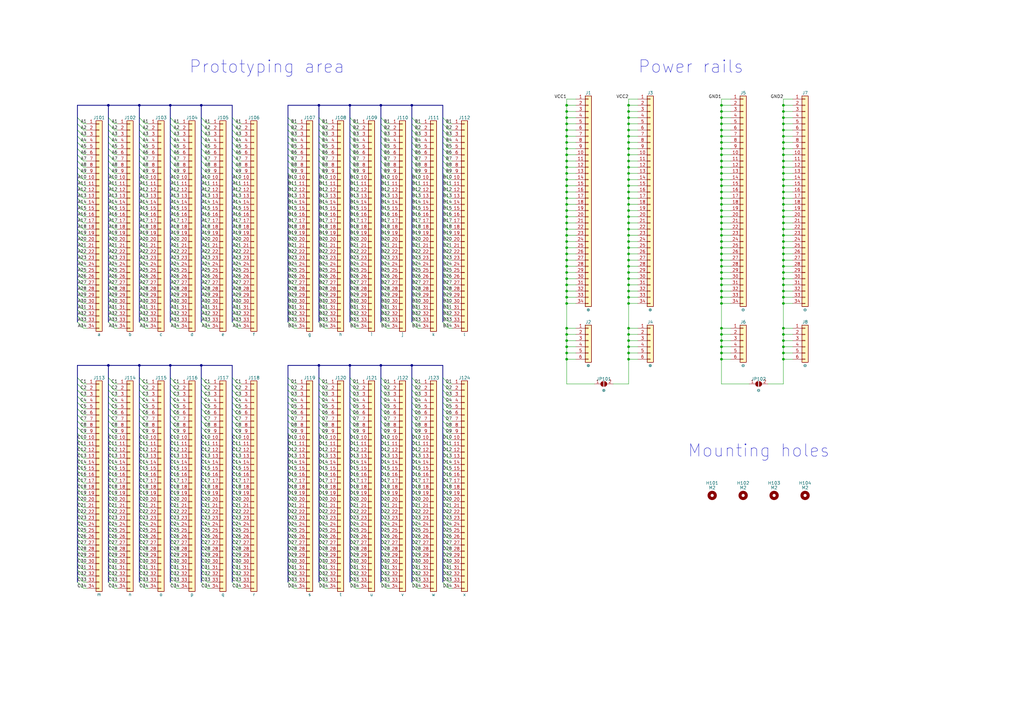
<source format=kicad_sch>
(kicad_sch (version 20250114) (generator "eeschema") (generator_version "9.0")
  (paper "A3")
  (title_block (title "Protoboard") (date "2022-10-07") (rev "v1.0.0") (company "Sporniket") (comment 2 "Original repository : https://github.com/sporniket/protoboard"))
  (text "Power rails" (at 261.62 30.48 0) (effects (font (size 5.08 5.08)) (justify left bottom)))
  (text "Mounting holes" (at 281.94 187.96 0) (effects (font (size 5.08 5.08)) (justify left bottom)))
  (text "Prototyping area" (at 77.47 30.48 0) (effects (font (size 5.08 5.08)) (justify left bottom)))
  (junction (at 257.81 78.74))
  (junction (at 82.55 43.18))
  (junction (at 295.91 101.6))
  (junction (at 295.91 93.98))
  (junction (at 57.15 149.86))
  (junction (at 44.45 149.86))
  (junction (at 321.31 81.28))
  (junction (at 295.91 45.72))
  (junction (at 257.81 83.82))
  (junction (at 257.81 86.36))
  (junction (at 257.81 106.68))
  (junction (at 257.81 60.96))
  (junction (at 295.91 134.62))
  (junction (at 295.91 91.44))
  (junction (at 295.91 66.04))
  (junction (at 321.31 60.96))
  (junction (at 257.81 144.78))
  (junction (at 143.51 43.18))
  (junction (at 321.31 58.42))
  (junction (at 321.31 73.66))
  (junction (at 232.41 45.72))
  (junction (at 257.81 71.12))
  (junction (at 232.41 68.58))
  (junction (at 257.81 134.62))
  (junction (at 257.81 91.44))
  (junction (at 295.91 43.18))
  (junction (at 295.91 86.36))
  (junction (at 130.81 43.18))
  (junction (at 257.81 137.16))
  (junction (at 295.91 111.76))
  (junction (at 257.81 104.14))
  (junction (at 321.31 114.3))
  (junction (at 295.91 48.26))
  (junction (at 321.31 63.5))
  (junction (at 257.81 109.22))
  (junction (at 232.41 111.76))
  (junction (at 232.41 93.98))
  (junction (at 232.41 119.38))
  (junction (at 257.81 96.52))
  (junction (at 232.41 139.7))
  (junction (at 321.31 76.2))
  (junction (at 295.91 50.8))
  (junction (at 257.81 45.72))
  (junction (at 257.81 142.24))
  (junction (at 257.81 66.04))
  (junction (at 232.41 60.96))
  (junction (at 295.91 137.16))
  (junction (at 257.81 93.98))
  (junction (at 257.81 73.66))
  (junction (at 257.81 121.92))
  (junction (at 130.81 149.86))
  (junction (at 321.31 121.92))
  (junction (at 232.41 116.84))
  (junction (at 257.81 99.06))
  (junction (at 257.81 48.26))
  (junction (at 257.81 63.5))
  (junction (at 295.91 109.22))
  (junction (at 57.15 43.18))
  (junction (at 321.31 83.82))
  (junction (at 232.41 109.22))
  (junction (at 295.91 124.46))
  (junction (at 232.41 63.5))
  (junction (at 257.81 55.88))
  (junction (at 295.91 99.06))
  (junction (at 232.41 104.14))
  (junction (at 321.31 93.98))
  (junction (at 295.91 83.82))
  (junction (at 82.55 149.86))
  (junction (at 257.81 114.3))
  (junction (at 257.81 124.46))
  (junction (at 232.41 96.52))
  (junction (at 295.91 88.9))
  (junction (at 321.31 104.14))
  (junction (at 232.41 58.42))
  (junction (at 232.41 142.24))
  (junction (at 257.81 76.2))
  (junction (at 232.41 48.26))
  (junction (at 295.91 144.78))
  (junction (at 321.31 43.18))
  (junction (at 232.41 88.9))
  (junction (at 295.91 114.3))
  (junction (at 321.31 134.62))
  (junction (at 257.81 81.28))
  (junction (at 232.41 83.82))
  (junction (at 257.81 53.34))
  (junction (at 295.91 60.96))
  (junction (at 321.31 96.52))
  (junction (at 232.41 114.3))
  (junction (at 321.31 119.38))
  (junction (at 295.91 119.38))
  (junction (at 257.81 147.32))
  (junction (at 295.91 116.84))
  (junction (at 321.31 71.12))
  (junction (at 232.41 86.36))
  (junction (at 321.31 55.88))
  (junction (at 295.91 147.32))
  (junction (at 295.91 53.34))
  (junction (at 321.31 68.58))
  (junction (at 321.31 53.34))
  (junction (at 232.41 71.12))
  (junction (at 232.41 101.6))
  (junction (at 44.45 43.18))
  (junction (at 321.31 99.06))
  (junction (at 321.31 45.72))
  (junction (at 321.31 88.9))
  (junction (at 232.41 137.16))
  (junction (at 232.41 124.46))
  (junction (at 321.31 50.8))
  (junction (at 295.91 106.68))
  (junction (at 295.91 104.14))
  (junction (at 257.81 139.7))
  (junction (at 232.41 50.8))
  (junction (at 257.81 119.38))
  (junction (at 295.91 139.7))
  (junction (at 232.41 121.92))
  (junction (at 321.31 109.22))
  (junction (at 69.85 43.18))
  (junction (at 257.81 88.9))
  (junction (at 232.41 66.04))
  (junction (at 257.81 116.84))
  (junction (at 321.31 111.76))
  (junction (at 156.21 43.18))
  (junction (at 168.91 149.86))
  (junction (at 143.51 149.86))
  (junction (at 295.91 78.74))
  (junction (at 257.81 43.18))
  (junction (at 321.31 48.26))
  (junction (at 295.91 142.24))
  (junction (at 295.91 81.28))
  (junction (at 232.41 99.06))
  (junction (at 321.31 78.74))
  (junction (at 69.85 149.86))
  (junction (at 321.31 101.6))
  (junction (at 321.31 66.04))
  (junction (at 321.31 147.32))
  (junction (at 232.41 76.2))
  (junction (at 232.41 106.68))
  (junction (at 295.91 121.92))
  (junction (at 295.91 71.12))
  (junction (at 232.41 73.66))
  (junction (at 321.31 124.46))
  (junction (at 232.41 53.34))
  (junction (at 232.41 43.18))
  (junction (at 232.41 55.88))
  (junction (at 168.91 43.18))
  (junction (at 321.31 86.36))
  (junction (at 232.41 134.62))
  (junction (at 257.81 101.6))
  (junction (at 321.31 144.78))
  (junction (at 295.91 55.88))
  (junction (at 295.91 76.2))
  (junction (at 156.21 149.86))
  (junction (at 295.91 73.66))
  (junction (at 321.31 142.24))
  (junction (at 257.81 58.42))
  (junction (at 257.81 111.76))
  (junction (at 232.41 78.74))
  (junction (at 232.41 147.32))
  (junction (at 321.31 106.68))
  (junction (at 321.31 137.16))
  (junction (at 321.31 116.84))
  (junction (at 232.41 144.78))
  (junction (at 295.91 63.5))
  (junction (at 321.31 91.44))
  (junction (at 232.41 91.44))
  (junction (at 257.81 68.58))
  (junction (at 321.31 139.7))
  (junction (at 295.91 96.52))
  (junction (at 257.81 50.8))
  (junction (at 295.91 58.42))
  (junction (at 232.41 81.28))
  (junction (at 295.91 68.58))
  (bus_entry (at 181.61 96.52) (size 2.54 2.54))
  (bus_entry (at 168.91 228.6) (size 2.54 2.54))
  (bus_entry (at 168.91 160.02) (size 2.54 2.54))
  (bus_entry (at 69.85 162.56) (size 2.54 2.54))
  (bus_entry (at 82.55 200.66) (size 2.54 2.54))
  (bus_entry (at 181.61 160.02) (size 2.54 2.54))
  (bus_entry (at 156.21 220.98) (size 2.54 2.54))
  (bus_entry (at 156.21 187.96) (size 2.54 2.54))
  (bus_entry (at 69.85 208.28) (size 2.54 2.54))
  (bus_entry (at 168.91 127) (size 2.54 2.54))
  (bus_entry (at 181.61 55.88) (size 2.54 2.54))
  (bus_entry (at 168.91 101.6) (size 2.54 2.54))
  (bus_entry (at 156.21 233.68) (size 2.54 2.54))
  (bus_entry (at 95.25 109.22) (size 2.54 2.54))
  (bus_entry (at 143.51 127) (size 2.54 2.54))
  (bus_entry (at 118.11 228.6) (size 2.54 2.54))
  (bus_entry (at 130.81 160.02) (size 2.54 2.54))
  (bus_entry (at 118.11 231.14) (size 2.54 2.54))
  (bus_entry (at 130.81 175.26) (size 2.54 2.54))
  (bus_entry (at 118.11 124.46) (size 2.54 2.54))
  (bus_entry (at 31.75 63.5) (size 2.54 2.54))
  (bus_entry (at 130.81 111.76) (size 2.54 2.54))
  (bus_entry (at 181.61 210.82) (size 2.54 2.54))
  (bus_entry (at 95.25 55.88) (size 2.54 2.54))
  (bus_entry (at 181.61 238.76) (size 2.54 2.54))
  (bus_entry (at 143.51 109.22) (size 2.54 2.54))
  (bus_entry (at 69.85 215.9) (size 2.54 2.54))
  (bus_entry (at 44.45 124.46) (size 2.54 2.54))
  (bus_entry (at 143.51 48.26) (size 2.54 2.54))
  (bus_entry (at 31.75 195.58) (size 2.54 2.54))
  (bus_entry (at 156.21 86.36) (size 2.54 2.54))
  (bus_entry (at 44.45 111.76) (size 2.54 2.54))
  (bus_entry (at 156.21 60.96) (size 2.54 2.54))
  (bus_entry (at 82.55 223.52) (size 2.54 2.54))
  (bus_entry (at 44.45 76.2) (size 2.54 2.54))
  (bus_entry (at 57.15 185.42) (size 2.54 2.54))
  (bus_entry (at 181.61 50.8) (size 2.54 2.54))
  (bus_entry (at 69.85 220.98) (size 2.54 2.54))
  (bus_entry (at 31.75 99.06) (size 2.54 2.54))
  (bus_entry (at 95.25 195.58) (size 2.54 2.54))
  (bus_entry (at 156.21 83.82) (size 2.54 2.54))
  (bus_entry (at 82.55 182.88) (size 2.54 2.54))
  (bus_entry (at 82.55 50.8) (size 2.54 2.54))
  (bus_entry (at 181.61 236.22) (size 2.54 2.54))
  (bus_entry (at 118.11 109.22) (size 2.54 2.54))
  (bus_entry (at 143.51 68.58) (size 2.54 2.54))
  (bus_entry (at 156.21 73.66) (size 2.54 2.54))
  (bus_entry (at 44.45 101.6) (size 2.54 2.54))
  (bus_entry (at 69.85 200.66) (size 2.54 2.54))
  (bus_entry (at 95.25 208.28) (size 2.54 2.54))
  (bus_entry (at 156.21 109.22) (size 2.54 2.54))
  (bus_entry (at 156.21 121.92) (size 2.54 2.54))
  (bus_entry (at 168.91 48.26) (size 2.54 2.54))
  (bus_entry (at 82.55 78.74) (size 2.54 2.54))
  (bus_entry (at 44.45 220.98) (size 2.54 2.54))
  (bus_entry (at 118.11 210.82) (size 2.54 2.54))
  (bus_entry (at 95.25 160.02) (size 2.54 2.54))
  (bus_entry (at 143.51 200.66) (size 2.54 2.54))
  (bus_entry (at 168.91 185.42) (size 2.54 2.54))
  (bus_entry (at 143.51 157.48) (size 2.54 2.54))
  (bus_entry (at 168.91 208.28) (size 2.54 2.54))
  (bus_entry (at 69.85 228.6) (size 2.54 2.54))
  (bus_entry (at 181.61 170.18) (size 2.54 2.54))
  (bus_entry (at 143.51 106.68) (size 2.54 2.54))
  (bus_entry (at 143.51 187.96) (size 2.54 2.54))
  (bus_entry (at 82.55 68.58) (size 2.54 2.54))
  (bus_entry (at 156.21 193.04) (size 2.54 2.54))
  (bus_entry (at 168.91 175.26) (size 2.54 2.54))
  (bus_entry (at 82.55 208.28) (size 2.54 2.54))
  (bus_entry (at 57.15 50.8) (size 2.54 2.54))
  (bus_entry (at 181.61 218.44) (size 2.54 2.54))
  (bus_entry (at 95.25 177.8) (size 2.54 2.54))
  (bus_entry (at 57.15 111.76) (size 2.54 2.54))
  (bus_entry (at 82.55 238.76) (size 2.54 2.54))
  (bus_entry (at 143.51 76.2) (size 2.54 2.54))
  (bus_entry (at 57.15 210.82) (size 2.54 2.54))
  (bus_entry (at 118.11 81.28) (size 2.54 2.54))
  (bus_entry (at 168.91 71.12) (size 2.54 2.54))
  (bus_entry (at 95.25 180.34) (size 2.54 2.54))
  (bus_entry (at 31.75 116.84) (size 2.54 2.54))
  (bus_entry (at 57.15 220.98) (size 2.54 2.54))
  (bus_entry (at 181.61 124.46) (size 2.54 2.54))
  (bus_entry (at 143.51 167.64) (size 2.54 2.54))
  (bus_entry (at 118.11 154.94) (size 2.54 2.54))
  (bus_entry (at 82.55 160.02) (size 2.54 2.54))
  (bus_entry (at 95.25 226.06) (size 2.54 2.54))
  (bus_entry (at 57.15 71.12) (size 2.54 2.54))
  (bus_entry (at 31.75 185.42) (size 2.54 2.54))
  (bus_entry (at 168.91 132.08) (size 2.54 2.54))
  (bus_entry (at 44.45 205.74) (size 2.54 2.54))
  (bus_entry (at 143.51 71.12) (size 2.54 2.54))
  (bus_entry (at 181.61 203.2) (size 2.54 2.54))
  (bus_entry (at 69.85 73.66) (size 2.54 2.54))
  (bus_entry (at 181.61 66.04) (size 2.54 2.54))
  (bus_entry (at 69.85 226.06) (size 2.54 2.54))
  (bus_entry (at 31.75 55.88) (size 2.54 2.54))
  (bus_entry (at 181.61 68.58) (size 2.54 2.54))
  (bus_entry (at 82.55 187.96) (size 2.54 2.54))
  (bus_entry (at 31.75 200.66) (size 2.54 2.54))
  (bus_entry (at 57.15 162.56) (size 2.54 2.54))
  (bus_entry (at 82.55 167.64) (size 2.54 2.54))
  (bus_entry (at 44.45 91.44) (size 2.54 2.54))
  (bus_entry (at 156.21 165.1) (size 2.54 2.54))
  (bus_entry (at 82.55 203.2) (size 2.54 2.54))
  (bus_entry (at 118.11 99.06) (size 2.54 2.54))
  (bus_entry (at 130.81 83.82) (size 2.54 2.54))
  (bus_entry (at 69.85 129.54) (size 2.54 2.54))
  (bus_entry (at 130.81 132.08) (size 2.54 2.54))
  (bus_entry (at 143.51 233.68) (size 2.54 2.54))
  (bus_entry (at 82.55 109.22) (size 2.54 2.54))
  (bus_entry (at 156.21 236.22) (size 2.54 2.54))
  (bus_entry (at 82.55 210.82) (size 2.54 2.54))
  (bus_entry (at 130.81 93.98) (size 2.54 2.54))
  (bus_entry (at 31.75 190.5) (size 2.54 2.54))
  (bus_entry (at 31.75 68.58) (size 2.54 2.54))
  (bus_entry (at 69.85 91.44) (size 2.54 2.54))
  (bus_entry (at 156.21 50.8) (size 2.54 2.54))
  (bus_entry (at 168.91 205.74) (size 2.54 2.54))
  (bus_entry (at 44.45 223.52) (size 2.54 2.54))
  (bus_entry (at 181.61 226.06) (size 2.54 2.54))
  (bus_entry (at 95.25 193.04) (size 2.54 2.54))
  (bus_entry (at 130.81 228.6) (size 2.54 2.54))
  (bus_entry (at 69.85 132.08) (size 2.54 2.54))
  (bus_entry (at 31.75 233.68) (size 2.54 2.54))
  (bus_entry (at 143.51 124.46) (size 2.54 2.54))
  (bus_entry (at 57.15 129.54) (size 2.54 2.54))
  (bus_entry (at 44.45 55.88) (size 2.54 2.54))
  (bus_entry (at 44.45 88.9) (size 2.54 2.54))
  (bus_entry (at 57.15 99.06) (size 2.54 2.54))
  (bus_entry (at 143.51 198.12) (size 2.54 2.54))
  (bus_entry (at 156.21 180.34) (size 2.54 2.54))
  (bus_entry (at 57.15 175.26) (size 2.54 2.54))
  (bus_entry (at 31.75 129.54) (size 2.54 2.54))
  (bus_entry (at 143.51 170.18) (size 2.54 2.54))
  (bus_entry (at 130.81 124.46) (size 2.54 2.54))
  (bus_entry (at 44.45 50.8) (size 2.54 2.54))
  (bus_entry (at 69.85 53.34) (size 2.54 2.54))
  (bus_entry (at 130.81 116.84) (size 2.54 2.54))
  (bus_entry (at 82.55 121.92) (size 2.54 2.54))
  (bus_entry (at 31.75 205.74) (size 2.54 2.54))
  (bus_entry (at 95.25 215.9) (size 2.54 2.54))
  (bus_entry (at 181.61 101.6) (size 2.54 2.54))
  (bus_entry (at 181.61 71.12) (size 2.54 2.54))
  (bus_entry (at 181.61 88.9) (size 2.54 2.54))
  (bus_entry (at 156.21 71.12) (size 2.54 2.54))
  (bus_entry (at 44.45 66.04) (size 2.54 2.54))
  (bus_entry (at 82.55 129.54) (size 2.54 2.54))
  (bus_entry (at 82.55 91.44) (size 2.54 2.54))
  (bus_entry (at 57.15 193.04) (size 2.54 2.54))
  (bus_entry (at 118.11 111.76) (size 2.54 2.54))
  (bus_entry (at 69.85 93.98) (size 2.54 2.54))
  (bus_entry (at 57.15 182.88) (size 2.54 2.54))
  (bus_entry (at 69.85 238.76) (size 2.54 2.54))
  (bus_entry (at 69.85 185.42) (size 2.54 2.54))
  (bus_entry (at 168.91 226.06) (size 2.54 2.54))
  (bus_entry (at 69.85 190.5) (size 2.54 2.54))
  (bus_entry (at 44.45 119.38) (size 2.54 2.54))
  (bus_entry (at 82.55 99.06) (size 2.54 2.54))
  (bus_entry (at 44.45 210.82) (size 2.54 2.54))
  (bus_entry (at 69.85 76.2) (size 2.54 2.54))
  (bus_entry (at 44.45 170.18) (size 2.54 2.54))
  (bus_entry (at 57.15 215.9) (size 2.54 2.54))
  (bus_entry (at 82.55 124.46) (size 2.54 2.54))
  (bus_entry (at 95.25 81.28) (size 2.54 2.54))
  (bus_entry (at 130.81 154.94) (size 2.54 2.54))
  (bus_entry (at 143.51 121.92) (size 2.54 2.54))
  (bus_entry (at 156.21 66.04) (size 2.54 2.54))
  (bus_entry (at 168.91 111.76) (size 2.54 2.54))
  (bus_entry (at 168.91 55.88) (size 2.54 2.54))
  (bus_entry (at 44.45 190.5) (size 2.54 2.54))
  (bus_entry (at 168.91 53.34) (size 2.54 2.54))
  (bus_entry (at 95.25 238.76) (size 2.54 2.54))
  (bus_entry (at 31.75 180.34) (size 2.54 2.54))
  (bus_entry (at 181.61 175.26) (size 2.54 2.54))
  (bus_entry (at 181.61 200.66) (size 2.54 2.54))
  (bus_entry (at 118.11 58.42) (size 2.54 2.54))
  (bus_entry (at 181.61 190.5) (size 2.54 2.54))
  (bus_entry (at 181.61 114.3) (size 2.54 2.54))
  (bus_entry (at 168.91 104.14) (size 2.54 2.54))
  (bus_entry (at 69.85 177.8) (size 2.54 2.54))
  (bus_entry (at 168.91 203.2) (size 2.54 2.54))
  (bus_entry (at 130.81 73.66) (size 2.54 2.54))
  (bus_entry (at 57.15 127) (size 2.54 2.54))
  (bus_entry (at 168.91 121.92) (size 2.54 2.54))
  (bus_entry (at 181.61 121.92) (size 2.54 2.54))
  (bus_entry (at 57.15 53.34) (size 2.54 2.54))
  (bus_entry (at 118.11 106.68) (size 2.54 2.54))
  (bus_entry (at 130.81 238.76) (size 2.54 2.54))
  (bus_entry (at 118.11 93.98) (size 2.54 2.54))
  (bus_entry (at 69.85 119.38) (size 2.54 2.54))
  (bus_entry (at 57.15 233.68) (size 2.54 2.54))
  (bus_entry (at 181.61 157.48) (size 2.54 2.54))
  (bus_entry (at 143.51 91.44) (size 2.54 2.54))
  (bus_entry (at 82.55 104.14) (size 2.54 2.54))
  (bus_entry (at 31.75 124.46) (size 2.54 2.54))
  (bus_entry (at 95.25 101.6) (size 2.54 2.54))
  (bus_entry (at 143.51 119.38) (size 2.54 2.54))
  (bus_entry (at 168.91 231.14) (size 2.54 2.54))
  (bus_entry (at 95.25 203.2) (size 2.54 2.54))
  (bus_entry (at 130.81 223.52) (size 2.54 2.54))
  (bus_entry (at 156.21 58.42) (size 2.54 2.54))
  (bus_entry (at 82.55 114.3) (size 2.54 2.54))
  (bus_entry (at 69.85 205.74) (size 2.54 2.54))
  (bus_entry (at 168.91 119.38) (size 2.54 2.54))
  (bus_entry (at 82.55 175.26) (size 2.54 2.54))
  (bus_entry (at 95.25 53.34) (size 2.54 2.54))
  (bus_entry (at 181.61 73.66) (size 2.54 2.54))
  (bus_entry (at 143.51 93.98) (size 2.54 2.54))
  (bus_entry (at 156.21 231.14) (size 2.54 2.54))
  (bus_entry (at 95.25 76.2) (size 2.54 2.54))
  (bus_entry (at 82.55 198.12) (size 2.54 2.54))
  (bus_entry (at 168.91 106.68) (size 2.54 2.54))
  (bus_entry (at 57.15 93.98) (size 2.54 2.54))
  (bus_entry (at 82.55 236.22) (size 2.54 2.54))
  (bus_entry (at 44.45 93.98) (size 2.54 2.54))
  (bus_entry (at 143.51 96.52) (size 2.54 2.54))
  (bus_entry (at 118.11 116.84) (size 2.54 2.54))
  (bus_entry (at 69.85 167.64) (size 2.54 2.54))
  (bus_entry (at 57.15 223.52) (size 2.54 2.54))
  (bus_entry (at 69.85 101.6) (size 2.54 2.54))
  (bus_entry (at 69.85 157.48) (size 2.54 2.54))
  (bus_entry (at 95.25 104.14) (size 2.54 2.54))
  (bus_entry (at 143.51 66.04) (size 2.54 2.54))
  (bus_entry (at 57.15 106.68) (size 2.54 2.54))
  (bus_entry (at 181.61 119.38) (size 2.54 2.54))
  (bus_entry (at 118.11 86.36) (size 2.54 2.54))
  (bus_entry (at 31.75 220.98) (size 2.54 2.54))
  (bus_entry (at 181.61 76.2) (size 2.54 2.54))
  (bus_entry (at 156.21 104.14) (size 2.54 2.54))
  (bus_entry (at 181.61 165.1) (size 2.54 2.54))
  (bus_entry (at 44.45 233.68) (size 2.54 2.54))
  (bus_entry (at 31.75 91.44) (size 2.54 2.54))
  (bus_entry (at 156.21 170.18) (size 2.54 2.54))
  (bus_entry (at 95.25 162.56) (size 2.54 2.54))
  (bus_entry (at 31.75 83.82) (size 2.54 2.54))
  (bus_entry (at 130.81 170.18) (size 2.54 2.54))
  (bus_entry (at 57.15 213.36) (size 2.54 2.54))
  (bus_entry (at 57.15 132.08) (size 2.54 2.54))
  (bus_entry (at 82.55 93.98) (size 2.54 2.54))
  (bus_entry (at 57.15 170.18) (size 2.54 2.54))
  (bus_entry (at 31.75 127) (size 2.54 2.54))
  (bus_entry (at 69.85 63.5) (size 2.54 2.54))
  (bus_entry (at 69.85 210.82) (size 2.54 2.54))
  (bus_entry (at 95.25 175.26) (size 2.54 2.54))
  (bus_entry (at 143.51 205.74) (size 2.54 2.54))
  (bus_entry (at 118.11 48.26) (size 2.54 2.54))
  (bus_entry (at 44.45 71.12) (size 2.54 2.54))
  (bus_entry (at 130.81 220.98) (size 2.54 2.54))
  (bus_entry (at 143.51 203.2) (size 2.54 2.54))
  (bus_entry (at 44.45 63.5) (size 2.54 2.54))
  (bus_entry (at 69.85 195.58) (size 2.54 2.54))
  (bus_entry (at 168.91 190.5) (size 2.54 2.54))
  (bus_entry (at 57.15 55.88) (size 2.54 2.54))
  (bus_entry (at 118.11 88.9) (size 2.54 2.54))
  (bus_entry (at 44.45 182.88) (size 2.54 2.54))
  (bus_entry (at 82.55 48.26) (size 2.54 2.54))
  (bus_entry (at 57.15 236.22) (size 2.54 2.54))
  (bus_entry (at 57.15 198.12) (size 2.54 2.54))
  (bus_entry (at 156.21 111.76) (size 2.54 2.54))
  (bus_entry (at 95.25 236.22) (size 2.54 2.54))
  (bus_entry (at 168.91 200.66) (size 2.54 2.54))
  (bus_entry (at 143.51 213.36) (size 2.54 2.54))
  (bus_entry (at 130.81 215.9) (size 2.54 2.54))
  (bus_entry (at 130.81 190.5) (size 2.54 2.54))
  (bus_entry (at 44.45 104.14) (size 2.54 2.54))
  (bus_entry (at 118.11 190.5) (size 2.54 2.54))
  (bus_entry (at 82.55 63.5) (size 2.54 2.54))
  (bus_entry (at 44.45 226.06) (size 2.54 2.54))
  (bus_entry (at 69.85 203.2) (size 2.54 2.54))
  (bus_entry (at 168.91 124.46) (size 2.54 2.54))
  (bus_entry (at 69.85 109.22) (size 2.54 2.54))
  (bus_entry (at 31.75 104.14) (size 2.54 2.54))
  (bus_entry (at 168.91 50.8) (size 2.54 2.54))
  (bus_entry (at 130.81 195.58) (size 2.54 2.54))
  (bus_entry (at 130.81 236.22) (size 2.54 2.54))
  (bus_entry (at 130.81 233.68) (size 2.54 2.54))
  (bus_entry (at 181.61 195.58) (size 2.54 2.54))
  (bus_entry (at 95.25 182.88) (size 2.54 2.54))
  (bus_entry (at 31.75 50.8) (size 2.54 2.54))
  (bus_entry (at 156.21 106.68) (size 2.54 2.54))
  (bus_entry (at 44.45 175.26) (size 2.54 2.54))
  (bus_entry (at 156.21 185.42) (size 2.54 2.54))
  (bus_entry (at 57.15 76.2) (size 2.54 2.54))
  (bus_entry (at 168.91 116.84) (size 2.54 2.54))
  (bus_entry (at 82.55 66.04) (size 2.54 2.54))
  (bus_entry (at 156.21 223.52) (size 2.54 2.54))
  (bus_entry (at 130.81 203.2) (size 2.54 2.54))
  (bus_entry (at 143.51 60.96) (size 2.54 2.54))
  (bus_entry (at 156.21 124.46) (size 2.54 2.54))
  (bus_entry (at 168.91 213.36) (size 2.54 2.54))
  (bus_entry (at 181.61 83.82) (size 2.54 2.54))
  (bus_entry (at 181.61 198.12) (size 2.54 2.54))
  (bus_entry (at 95.25 220.98) (size 2.54 2.54))
  (bus_entry (at 130.81 165.1) (size 2.54 2.54))
  (bus_entry (at 118.11 236.22) (size 2.54 2.54))
  (bus_entry (at 95.25 60.96) (size 2.54 2.54))
  (bus_entry (at 118.11 96.52) (size 2.54 2.54))
  (bus_entry (at 44.45 106.68) (size 2.54 2.54))
  (bus_entry (at 44.45 177.8) (size 2.54 2.54))
  (bus_entry (at 69.85 83.82) (size 2.54 2.54))
  (bus_entry (at 130.81 50.8) (size 2.54 2.54))
  (bus_entry (at 31.75 226.06) (size 2.54 2.54))
  (bus_entry (at 44.45 73.66) (size 2.54 2.54))
  (bus_entry (at 69.85 99.06) (size 2.54 2.54))
  (bus_entry (at 82.55 205.74) (size 2.54 2.54))
  (bus_entry (at 130.81 60.96) (size 2.54 2.54))
  (bus_entry (at 95.25 116.84) (size 2.54 2.54))
  (bus_entry (at 130.81 167.64) (size 2.54 2.54))
  (bus_entry (at 118.11 200.66) (size 2.54 2.54))
  (bus_entry (at 69.85 106.68) (size 2.54 2.54))
  (bus_entry (at 69.85 81.28) (size 2.54 2.54))
  (bus_entry (at 156.21 167.64) (size 2.54 2.54))
  (bus_entry (at 168.91 170.18) (size 2.54 2.54))
  (bus_entry (at 69.85 88.9) (size 2.54 2.54))
  (bus_entry (at 82.55 172.72) (size 2.54 2.54))
  (bus_entry (at 95.25 111.76) (size 2.54 2.54))
  (bus_entry (at 95.25 228.6) (size 2.54 2.54))
  (bus_entry (at 130.81 193.04) (size 2.54 2.54))
  (bus_entry (at 69.85 124.46) (size 2.54 2.54))
  (bus_entry (at 82.55 226.06) (size 2.54 2.54))
  (bus_entry (at 168.91 195.58) (size 2.54 2.54))
  (bus_entry (at 181.61 99.06) (size 2.54 2.54))
  (bus_entry (at 31.75 182.88) (size 2.54 2.54))
  (bus_entry (at 168.91 238.76) (size 2.54 2.54))
  (bus_entry (at 44.45 60.96) (size 2.54 2.54))
  (bus_entry (at 118.11 104.14) (size 2.54 2.54))
  (bus_entry (at 44.45 198.12) (size 2.54 2.54))
  (bus_entry (at 95.25 165.1) (size 2.54 2.54))
  (bus_entry (at 143.51 193.04) (size 2.54 2.54))
  (bus_entry (at 69.85 187.96) (size 2.54 2.54))
  (bus_entry (at 118.11 198.12) (size 2.54 2.54))
  (bus_entry (at 69.85 104.14) (size 2.54 2.54))
  (bus_entry (at 118.11 160.02) (size 2.54 2.54))
  (bus_entry (at 130.81 172.72) (size 2.54 2.54))
  (bus_entry (at 95.25 213.36) (size 2.54 2.54))
  (bus_entry (at 143.51 55.88) (size 2.54 2.54))
  (bus_entry (at 31.75 187.96) (size 2.54 2.54))
  (bus_entry (at 181.61 106.68) (size 2.54 2.54))
  (bus_entry (at 69.85 71.12) (size 2.54 2.54))
  (bus_entry (at 156.21 182.88) (size 2.54 2.54))
  (bus_entry (at 95.25 93.98) (size 2.54 2.54))
  (bus_entry (at 143.51 154.94) (size 2.54 2.54))
  (bus_entry (at 143.51 175.26) (size 2.54 2.54))
  (bus_entry (at 130.81 218.44) (size 2.54 2.54))
  (bus_entry (at 31.75 172.72) (size 2.54 2.54))
  (bus_entry (at 31.75 213.36) (size 2.54 2.54))
  (bus_entry (at 181.61 205.74) (size 2.54 2.54))
  (bus_entry (at 143.51 210.82) (size 2.54 2.54))
  (bus_entry (at 118.11 83.82) (size 2.54 2.54))
  (bus_entry (at 118.11 177.8) (size 2.54 2.54))
  (bus_entry (at 31.75 119.38) (size 2.54 2.54))
  (bus_entry (at 57.15 187.96) (size 2.54 2.54))
  (bus_entry (at 31.75 53.34) (size 2.54 2.54))
  (bus_entry (at 82.55 228.6) (size 2.54 2.54))
  (bus_entry (at 130.81 200.66) (size 2.54 2.54))
  (bus_entry (at 69.85 114.3) (size 2.54 2.54))
  (bus_entry (at 69.85 48.26) (size 2.54 2.54))
  (bus_entry (at 31.75 93.98) (size 2.54 2.54))
  (bus_entry (at 82.55 154.94) (size 2.54 2.54))
  (bus_entry (at 168.91 78.74) (size 2.54 2.54))
  (bus_entry (at 181.61 109.22) (size 2.54 2.54))
  (bus_entry (at 31.75 86.36) (size 2.54 2.54))
  (bus_entry (at 181.61 182.88) (size 2.54 2.54))
  (bus_entry (at 95.25 88.9) (size 2.54 2.54))
  (bus_entry (at 31.75 106.68) (size 2.54 2.54))
  (bus_entry (at 31.75 48.26) (size 2.54 2.54))
  (bus_entry (at 95.25 66.04) (size 2.54 2.54))
  (bus_entry (at 118.11 162.56) (size 2.54 2.54))
  (bus_entry (at 69.85 182.88) (size 2.54 2.54))
  (bus_entry (at 69.85 86.36) (size 2.54 2.54))
  (bus_entry (at 130.81 208.28) (size 2.54 2.54))
  (bus_entry (at 95.25 129.54) (size 2.54 2.54))
  (bus_entry (at 118.11 121.92) (size 2.54 2.54))
  (bus_entry (at 44.45 114.3) (size 2.54 2.54))
  (bus_entry (at 156.21 76.2) (size 2.54 2.54))
  (bus_entry (at 82.55 132.08) (size 2.54 2.54))
  (bus_entry (at 57.15 114.3) (size 2.54 2.54))
  (bus_entry (at 31.75 73.66) (size 2.54 2.54))
  (bus_entry (at 95.25 91.44) (size 2.54 2.54))
  (bus_entry (at 130.81 86.36) (size 2.54 2.54))
  (bus_entry (at 181.61 93.98) (size 2.54 2.54))
  (bus_entry (at 156.21 210.82) (size 2.54 2.54))
  (bus_entry (at 31.75 175.26) (size 2.54 2.54))
  (bus_entry (at 57.15 238.76) (size 2.54 2.54))
  (bus_entry (at 57.15 60.96) (size 2.54 2.54))
  (bus_entry (at 156.21 195.58) (size 2.54 2.54))
  (bus_entry (at 130.81 114.3) (size 2.54 2.54))
  (bus_entry (at 143.51 111.76) (size 2.54 2.54))
  (bus_entry (at 143.51 73.66) (size 2.54 2.54))
  (bus_entry (at 95.25 124.46) (size 2.54 2.54))
  (bus_entry (at 69.85 96.52) (size 2.54 2.54))
  (bus_entry (at 156.21 172.72) (size 2.54 2.54))
  (bus_entry (at 156.21 129.54) (size 2.54 2.54))
  (bus_entry (at 168.91 58.42) (size 2.54 2.54))
  (bus_entry (at 168.91 182.88) (size 2.54 2.54))
  (bus_entry (at 143.51 223.52) (size 2.54 2.54))
  (bus_entry (at 82.55 116.84) (size 2.54 2.54))
  (bus_entry (at 130.81 162.56) (size 2.54 2.54))
  (bus_entry (at 95.25 99.06) (size 2.54 2.54))
  (bus_entry (at 118.11 180.34) (size 2.54 2.54))
  (bus_entry (at 181.61 167.64) (size 2.54 2.54))
  (bus_entry (at 118.11 215.9) (size 2.54 2.54))
  (bus_entry (at 44.45 187.96) (size 2.54 2.54))
  (bus_entry (at 44.45 53.34) (size 2.54 2.54))
  (bus_entry (at 156.21 116.84) (size 2.54 2.54))
  (bus_entry (at 181.61 185.42) (size 2.54 2.54))
  (bus_entry (at 181.61 104.14) (size 2.54 2.54))
  (bus_entry (at 168.91 157.48) (size 2.54 2.54))
  (bus_entry (at 156.21 63.5) (size 2.54 2.54))
  (bus_entry (at 118.11 220.98) (size 2.54 2.54))
  (bus_entry (at 181.61 215.9) (size 2.54 2.54))
  (bus_entry (at 130.81 96.52) (size 2.54 2.54))
  (bus_entry (at 181.61 162.56) (size 2.54 2.54))
  (bus_entry (at 31.75 154.94) (size 2.54 2.54))
  (bus_entry (at 143.51 226.06) (size 2.54 2.54))
  (bus_entry (at 57.15 200.66) (size 2.54 2.54))
  (bus_entry (at 31.75 208.28) (size 2.54 2.54))
  (bus_entry (at 82.55 101.6) (size 2.54 2.54))
  (bus_entry (at 57.15 203.2) (size 2.54 2.54))
  (bus_entry (at 118.11 167.64) (size 2.54 2.54))
  (bus_entry (at 181.61 172.72) (size 2.54 2.54))
  (bus_entry (at 118.11 127) (size 2.54 2.54))
  (bus_entry (at 82.55 96.52) (size 2.54 2.54))
  (bus_entry (at 69.85 172.72) (size 2.54 2.54))
  (bus_entry (at 69.85 78.74) (size 2.54 2.54))
  (bus_entry (at 44.45 157.48) (size 2.54 2.54))
  (bus_entry (at 82.55 53.34) (size 2.54 2.54))
  (bus_entry (at 118.11 157.48) (size 2.54 2.54))
  (bus_entry (at 181.61 60.96) (size 2.54 2.54))
  (bus_entry (at 118.11 238.76) (size 2.54 2.54))
  (bus_entry (at 44.45 154.94) (size 2.54 2.54))
  (bus_entry (at 44.45 127) (size 2.54 2.54))
  (bus_entry (at 130.81 99.06) (size 2.54 2.54))
  (bus_entry (at 69.85 213.36) (size 2.54 2.54))
  (bus_entry (at 57.15 154.94) (size 2.54 2.54))
  (bus_entry (at 143.51 53.34) (size 2.54 2.54))
  (bus_entry (at 130.81 129.54) (size 2.54 2.54))
  (bus_entry (at 31.75 165.1) (size 2.54 2.54))
  (bus_entry (at 44.45 109.22) (size 2.54 2.54))
  (bus_entry (at 57.15 68.58) (size 2.54 2.54))
  (bus_entry (at 143.51 104.14) (size 2.54 2.54))
  (bus_entry (at 57.15 73.66) (size 2.54 2.54))
  (bus_entry (at 143.51 177.8) (size 2.54 2.54))
  (bus_entry (at 57.15 119.38) (size 2.54 2.54))
  (bus_entry (at 44.45 81.28) (size 2.54 2.54))
  (bus_entry (at 44.45 218.44) (size 2.54 2.54))
  (bus_entry (at 156.21 238.76) (size 2.54 2.54))
  (bus_entry (at 82.55 165.1) (size 2.54 2.54))
  (bus_entry (at 44.45 86.36) (size 2.54 2.54))
  (bus_entry (at 95.25 157.48) (size 2.54 2.54))
  (bus_entry (at 31.75 167.64) (size 2.54 2.54))
  (bus_entry (at 143.51 83.82) (size 2.54 2.54))
  (bus_entry (at 57.15 205.74) (size 2.54 2.54))
  (bus_entry (at 31.75 78.74) (size 2.54 2.54))
  (bus_entry (at 69.85 175.26) (size 2.54 2.54))
  (bus_entry (at 168.91 76.2) (size 2.54 2.54))
  (bus_entry (at 69.85 193.04) (size 2.54 2.54))
  (bus_entry (at 118.11 63.5) (size 2.54 2.54))
  (bus_entry (at 118.11 91.44) (size 2.54 2.54))
  (bus_entry (at 118.11 172.72) (size 2.54 2.54))
  (bus_entry (at 31.75 101.6) (size 2.54 2.54))
  (bus_entry (at 69.85 233.68) (size 2.54 2.54))
  (bus_entry (at 82.55 213.36) (size 2.54 2.54))
  (bus_entry (at 82.55 76.2) (size 2.54 2.54))
  (bus_entry (at 44.45 165.1) (size 2.54 2.54))
  (bus_entry (at 130.81 213.36) (size 2.54 2.54))
  (bus_entry (at 143.51 86.36) (size 2.54 2.54))
  (bus_entry (at 44.45 213.36) (size 2.54 2.54))
  (bus_entry (at 57.15 83.82) (size 2.54 2.54))
  (bus_entry (at 95.25 73.66) (size 2.54 2.54))
  (bus_entry (at 57.15 78.74) (size 2.54 2.54))
  (bus_entry (at 95.25 96.52) (size 2.54 2.54))
  (bus_entry (at 168.91 162.56) (size 2.54 2.54))
  (bus_entry (at 168.91 223.52) (size 2.54 2.54))
  (bus_entry (at 168.91 86.36) (size 2.54 2.54))
  (bus_entry (at 143.51 185.42) (size 2.54 2.54))
  (bus_entry (at 57.15 160.02) (size 2.54 2.54))
  (bus_entry (at 143.51 58.42) (size 2.54 2.54))
  (bus_entry (at 118.11 114.3) (size 2.54 2.54))
  (bus_entry (at 130.81 182.88) (size 2.54 2.54))
  (bus_entry (at 82.55 190.5) (size 2.54 2.54))
  (bus_entry (at 95.25 167.64) (size 2.54 2.54))
  (bus_entry (at 82.55 185.42) (size 2.54 2.54))
  (bus_entry (at 181.61 111.76) (size 2.54 2.54))
  (bus_entry (at 143.51 231.14) (size 2.54 2.54))
  (bus_entry (at 69.85 68.58) (size 2.54 2.54))
  (bus_entry (at 181.61 132.08) (size 2.54 2.54))
  (bus_entry (at 44.45 78.74) (size 2.54 2.54))
  (bus_entry (at 69.85 231.14) (size 2.54 2.54))
  (bus_entry (at 57.15 226.06) (size 2.54 2.54))
  (bus_entry (at 168.91 165.1) (size 2.54 2.54))
  (bus_entry (at 95.25 63.5) (size 2.54 2.54))
  (bus_entry (at 69.85 50.8) (size 2.54 2.54))
  (bus_entry (at 156.21 68.58) (size 2.54 2.54))
  (bus_entry (at 156.21 99.06) (size 2.54 2.54))
  (bus_entry (at 44.45 129.54) (size 2.54 2.54))
  (bus_entry (at 57.15 177.8) (size 2.54 2.54))
  (bus_entry (at 57.15 88.9) (size 2.54 2.54))
  (bus_entry (at 130.81 76.2) (size 2.54 2.54))
  (bus_entry (at 156.21 55.88) (size 2.54 2.54))
  (bus_entry (at 95.25 218.44) (size 2.54 2.54))
  (bus_entry (at 44.45 203.2) (size 2.54 2.54))
  (bus_entry (at 118.11 218.44) (size 2.54 2.54))
  (bus_entry (at 168.91 91.44) (size 2.54 2.54))
  (bus_entry (at 168.91 66.04) (size 2.54 2.54))
  (bus_entry (at 95.25 170.18) (size 2.54 2.54))
  (bus_entry (at 168.91 215.9) (size 2.54 2.54))
  (bus_entry (at 57.15 109.22) (size 2.54 2.54))
  (bus_entry (at 44.45 231.14) (size 2.54 2.54))
  (bus_entry (at 57.15 165.1) (size 2.54 2.54))
  (bus_entry (at 118.11 129.54) (size 2.54 2.54))
  (bus_entry (at 168.91 73.66) (size 2.54 2.54))
  (bus_entry (at 69.85 116.84) (size 2.54 2.54))
  (bus_entry (at 130.81 106.68) (size 2.54 2.54))
  (bus_entry (at 181.61 220.98) (size 2.54 2.54))
  (bus_entry (at 143.51 114.3) (size 2.54 2.54))
  (bus_entry (at 181.61 233.68) (size 2.54 2.54))
  (bus_entry (at 44.45 208.28) (size 2.54 2.54))
  (bus_entry (at 130.81 231.14) (size 2.54 2.54))
  (bus_entry (at 44.45 96.52) (size 2.54 2.54))
  (bus_entry (at 143.51 101.6) (size 2.54 2.54))
  (bus_entry (at 82.55 231.14) (size 2.54 2.54))
  (bus_entry (at 130.81 81.28) (size 2.54 2.54))
  (bus_entry (at 118.11 53.34) (size 2.54 2.54))
  (bus_entry (at 181.61 193.04) (size 2.54 2.54))
  (bus_entry (at 57.15 231.14) (size 2.54 2.54))
  (bus_entry (at 143.51 78.74) (size 2.54 2.54))
  (bus_entry (at 31.75 231.14) (size 2.54 2.54))
  (bus_entry (at 95.25 132.08) (size 2.54 2.54))
  (bus_entry (at 130.81 55.88) (size 2.54 2.54))
  (bus_entry (at 168.91 220.98) (size 2.54 2.54))
  (bus_entry (at 31.75 121.92) (size 2.54 2.54))
  (bus_entry (at 57.15 104.14) (size 2.54 2.54))
  (bus_entry (at 118.11 68.58) (size 2.54 2.54))
  (bus_entry (at 82.55 81.28) (size 2.54 2.54))
  (bus_entry (at 44.45 162.56) (size 2.54 2.54))
  (bus_entry (at 95.25 205.74) (size 2.54 2.54))
  (bus_entry (at 118.11 76.2) (size 2.54 2.54))
  (bus_entry (at 69.85 121.92) (size 2.54 2.54))
  (bus_entry (at 95.25 190.5) (size 2.54 2.54))
  (bus_entry (at 156.21 200.66) (size 2.54 2.54))
  (bus_entry (at 130.81 53.34) (size 2.54 2.54))
  (bus_entry (at 156.21 88.9) (size 2.54 2.54))
  (bus_entry (at 95.25 48.26) (size 2.54 2.54))
  (bus_entry (at 156.21 154.94) (size 2.54 2.54))
  (bus_entry (at 95.25 187.96) (size 2.54 2.54))
  (bus_entry (at 181.61 228.6) (size 2.54 2.54))
  (bus_entry (at 118.11 213.36) (size 2.54 2.54))
  (bus_entry (at 95.25 78.74) (size 2.54 2.54))
  (bus_entry (at 95.25 172.72) (size 2.54 2.54))
  (bus_entry (at 31.75 76.2) (size 2.54 2.54))
  (bus_entry (at 57.15 63.5) (size 2.54 2.54))
  (bus_entry (at 118.11 66.04) (size 2.54 2.54))
  (bus_entry (at 44.45 68.58) (size 2.54 2.54))
  (bus_entry (at 118.11 203.2) (size 2.54 2.54))
  (bus_entry (at 168.91 187.96) (size 2.54 2.54))
  (bus_entry (at 69.85 236.22) (size 2.54 2.54))
  (bus_entry (at 82.55 220.98) (size 2.54 2.54))
  (bus_entry (at 156.21 175.26) (size 2.54 2.54))
  (bus_entry (at 156.21 119.38) (size 2.54 2.54))
  (bus_entry (at 44.45 116.84) (size 2.54 2.54))
  (bus_entry (at 95.25 185.42) (size 2.54 2.54))
  (bus_entry (at 156.21 218.44) (size 2.54 2.54))
  (bus_entry (at 57.15 48.26) (size 2.54 2.54))
  (bus_entry (at 82.55 73.66) (size 2.54 2.54))
  (bus_entry (at 69.85 154.94) (size 2.54 2.54))
  (bus_entry (at 69.85 165.1) (size 2.54 2.54))
  (bus_entry (at 82.55 195.58) (size 2.54 2.54))
  (bus_entry (at 31.75 198.12) (size 2.54 2.54))
  (bus_entry (at 143.51 132.08) (size 2.54 2.54))
  (bus_entry (at 143.51 228.6) (size 2.54 2.54))
  (bus_entry (at 118.11 233.68) (size 2.54 2.54))
  (bus_entry (at 168.91 167.64) (size 2.54 2.54))
  (bus_entry (at 31.75 81.28) (size 2.54 2.54))
  (bus_entry (at 95.25 223.52) (size 2.54 2.54))
  (bus_entry (at 156.21 205.74) (size 2.54 2.54))
  (bus_entry (at 31.75 157.48) (size 2.54 2.54))
  (bus_entry (at 130.81 78.74) (size 2.54 2.54))
  (bus_entry (at 69.85 55.88) (size 2.54 2.54))
  (bus_entry (at 130.81 101.6) (size 2.54 2.54))
  (bus_entry (at 181.61 187.96) (size 2.54 2.54))
  (bus_entry (at 57.15 180.34) (size 2.54 2.54))
  (bus_entry (at 82.55 58.42) (size 2.54 2.54))
  (bus_entry (at 130.81 185.42) (size 2.54 2.54))
  (bus_entry (at 130.81 88.9) (size 2.54 2.54))
  (bus_entry (at 95.25 71.12) (size 2.54 2.54))
  (bus_entry (at 181.61 81.28) (size 2.54 2.54))
  (bus_entry (at 168.91 210.82) (size 2.54 2.54))
  (bus_entry (at 95.25 68.58) (size 2.54 2.54))
  (bus_entry (at 168.91 93.98) (size 2.54 2.54))
  (bus_entry (at 143.51 238.76) (size 2.54 2.54))
  (bus_entry (at 130.81 104.14) (size 2.54 2.54))
  (bus_entry (at 156.21 48.26) (size 2.54 2.54))
  (bus_entry (at 95.25 83.82) (size 2.54 2.54))
  (bus_entry (at 181.61 208.28) (size 2.54 2.54))
  (bus_entry (at 95.25 86.36) (size 2.54 2.54))
  (bus_entry (at 82.55 55.88) (size 2.54 2.54))
  (bus_entry (at 143.51 116.84) (size 2.54 2.54))
  (bus_entry (at 156.21 215.9) (size 2.54 2.54))
  (bus_entry (at 44.45 99.06) (size 2.54 2.54))
  (bus_entry (at 57.15 58.42) (size 2.54 2.54))
  (bus_entry (at 143.51 182.88) (size 2.54 2.54))
  (bus_entry (at 118.11 50.8) (size 2.54 2.54))
  (bus_entry (at 118.11 78.74) (size 2.54 2.54))
  (bus_entry (at 181.61 91.44) (size 2.54 2.54))
  (bus_entry (at 156.21 198.12) (size 2.54 2.54))
  (bus_entry (at 143.51 81.28) (size 2.54 2.54))
  (bus_entry (at 181.61 129.54) (size 2.54 2.54))
  (bus_entry (at 82.55 71.12) (size 2.54 2.54))
  (bus_entry (at 44.45 167.64) (size 2.54 2.54))
  (bus_entry (at 143.51 50.8) (size 2.54 2.54))
  (bus_entry (at 130.81 205.74) (size 2.54 2.54))
  (bus_entry (at 143.51 129.54) (size 2.54 2.54))
  (bus_entry (at 130.81 198.12) (size 2.54 2.54))
  (bus_entry (at 168.91 83.82) (size 2.54 2.54))
  (bus_entry (at 181.61 78.74) (size 2.54 2.54))
  (bus_entry (at 57.15 101.6) (size 2.54 2.54))
  (bus_entry (at 168.91 88.9) (size 2.54 2.54))
  (bus_entry (at 130.81 71.12) (size 2.54 2.54))
  (bus_entry (at 69.85 66.04) (size 2.54 2.54))
  (bus_entry (at 44.45 238.76) (size 2.54 2.54))
  (bus_entry (at 181.61 231.14) (size 2.54 2.54))
  (bus_entry (at 118.11 101.6) (size 2.54 2.54))
  (bus_entry (at 130.81 157.48) (size 2.54 2.54))
  (bus_entry (at 82.55 86.36) (size 2.54 2.54))
  (bus_entry (at 69.85 127) (size 2.54 2.54))
  (bus_entry (at 118.11 187.96) (size 2.54 2.54))
  (bus_entry (at 156.21 93.98) (size 2.54 2.54))
  (bus_entry (at 82.55 88.9) (size 2.54 2.54))
  (bus_entry (at 130.81 119.38) (size 2.54 2.54))
  (bus_entry (at 57.15 172.72) (size 2.54 2.54))
  (bus_entry (at 82.55 162.56) (size 2.54 2.54))
  (bus_entry (at 181.61 53.34) (size 2.54 2.54))
  (bus_entry (at 168.91 109.22) (size 2.54 2.54))
  (bus_entry (at 82.55 215.9) (size 2.54 2.54))
  (bus_entry (at 82.55 218.44) (size 2.54 2.54))
  (bus_entry (at 130.81 121.92) (size 2.54 2.54))
  (bus_entry (at 181.61 58.42) (size 2.54 2.54))
  (bus_entry (at 95.25 200.66) (size 2.54 2.54))
  (bus_entry (at 156.21 208.28) (size 2.54 2.54))
  (bus_entry (at 130.81 127) (size 2.54 2.54))
  (bus_entry (at 118.11 165.1) (size 2.54 2.54))
  (bus_entry (at 95.25 114.3) (size 2.54 2.54))
  (bus_entry (at 181.61 180.34) (size 2.54 2.54))
  (bus_entry (at 181.61 86.36) (size 2.54 2.54))
  (bus_entry (at 156.21 177.8) (size 2.54 2.54))
  (bus_entry (at 57.15 81.28) (size 2.54 2.54))
  (bus_entry (at 143.51 215.9) (size 2.54 2.54))
  (bus_entry (at 130.81 91.44) (size 2.54 2.54))
  (bus_entry (at 130.81 180.34) (size 2.54 2.54))
  (bus_entry (at 156.21 81.28) (size 2.54 2.54))
  (bus_entry (at 143.51 99.06) (size 2.54 2.54))
  (bus_entry (at 69.85 218.44) (size 2.54 2.54))
  (bus_entry (at 118.11 182.88) (size 2.54 2.54))
  (bus_entry (at 168.91 198.12) (size 2.54 2.54))
  (bus_entry (at 31.75 238.76) (size 2.54 2.54))
  (bus_entry (at 143.51 63.5) (size 2.54 2.54))
  (bus_entry (at 95.25 106.68) (size 2.54 2.54))
  (bus_entry (at 181.61 116.84) (size 2.54 2.54))
  (bus_entry (at 156.21 162.56) (size 2.54 2.54))
  (bus_entry (at 181.61 154.94) (size 2.54 2.54))
  (bus_entry (at 31.75 218.44) (size 2.54 2.54))
  (bus_entry (at 118.11 73.66) (size 2.54 2.54))
  (bus_entry (at 143.51 172.72) (size 2.54 2.54))
  (bus_entry (at 57.15 190.5) (size 2.54 2.54))
  (bus_entry (at 31.75 215.9) (size 2.54 2.54))
  (bus_entry (at 168.91 193.04) (size 2.54 2.54))
  (bus_entry (at 57.15 167.64) (size 2.54 2.54))
  (bus_entry (at 69.85 111.76) (size 2.54 2.54))
  (bus_entry (at 118.11 55.88) (size 2.54 2.54))
  (bus_entry (at 82.55 233.68) (size 2.54 2.54))
  (bus_entry (at 168.91 81.28) (size 2.54 2.54))
  (bus_entry (at 44.45 48.26) (size 2.54 2.54))
  (bus_entry (at 31.75 114.3) (size 2.54 2.54))
  (bus_entry (at 69.85 198.12) (size 2.54 2.54))
  (bus_entry (at 82.55 106.68) (size 2.54 2.54))
  (bus_entry (at 82.55 180.34) (size 2.54 2.54))
  (bus_entry (at 31.75 160.02) (size 2.54 2.54))
  (bus_entry (at 118.11 208.28) (size 2.54 2.54))
  (bus_entry (at 130.81 177.8) (size 2.54 2.54))
  (bus_entry (at 44.45 193.04) (size 2.54 2.54))
  (bus_entry (at 156.21 190.5) (size 2.54 2.54))
  (bus_entry (at 118.11 205.74) (size 2.54 2.54))
  (bus_entry (at 143.51 208.28) (size 2.54 2.54))
  (bus_entry (at 44.45 172.72) (size 2.54 2.54))
  (bus_entry (at 57.15 96.52) (size 2.54 2.54))
  (bus_entry (at 130.81 68.58) (size 2.54 2.54))
  (bus_entry (at 44.45 185.42) (size 2.54 2.54))
  (bus_entry (at 156.21 96.52) (size 2.54 2.54))
  (bus_entry (at 57.15 86.36) (size 2.54 2.54))
  (bus_entry (at 44.45 160.02) (size 2.54 2.54))
  (bus_entry (at 168.91 63.5) (size 2.54 2.54))
  (bus_entry (at 31.75 177.8) (size 2.54 2.54))
  (bus_entry (at 118.11 132.08) (size 2.54 2.54))
  (bus_entry (at 168.91 180.34) (size 2.54 2.54))
  (bus_entry (at 118.11 170.18) (size 2.54 2.54))
  (bus_entry (at 143.51 218.44) (size 2.54 2.54))
  (bus_entry (at 118.11 175.26) (size 2.54 2.54))
  (bus_entry (at 57.15 218.44) (size 2.54 2.54))
  (bus_entry (at 168.91 218.44) (size 2.54 2.54))
  (bus_entry (at 95.25 119.38) (size 2.54 2.54))
  (bus_entry (at 118.11 119.38) (size 2.54 2.54))
  (bus_entry (at 156.21 132.08) (size 2.54 2.54))
  (bus_entry (at 168.91 129.54) (size 2.54 2.54))
  (bus_entry (at 130.81 226.06) (size 2.54 2.54))
  (bus_entry (at 95.25 121.92) (size 2.54 2.54))
  (bus_entry (at 95.25 154.94) (size 2.54 2.54))
  (bus_entry (at 156.21 91.44) (size 2.54 2.54))
  (bus_entry (at 118.11 60.96) (size 2.54 2.54))
  (bus_entry (at 95.25 231.14) (size 2.54 2.54))
  (bus_entry (at 57.15 195.58) (size 2.54 2.54))
  (bus_entry (at 118.11 226.06) (size 2.54 2.54))
  (bus_entry (at 95.25 58.42) (size 2.54 2.54))
  (bus_entry (at 130.81 187.96) (size 2.54 2.54))
  (bus_entry (at 130.81 48.26) (size 2.54 2.54))
  (bus_entry (at 168.91 99.06) (size 2.54 2.54))
  (bus_entry (at 181.61 213.36) (size 2.54 2.54))
  (bus_entry (at 95.25 233.68) (size 2.54 2.54))
  (bus_entry (at 69.85 170.18) (size 2.54 2.54))
  (bus_entry (at 143.51 165.1) (size 2.54 2.54))
  (bus_entry (at 95.25 50.8) (size 2.54 2.54))
  (bus_entry (at 82.55 127) (size 2.54 2.54))
  (bus_entry (at 143.51 220.98) (size 2.54 2.54))
  (bus_entry (at 31.75 71.12) (size 2.54 2.54))
  (bus_entry (at 69.85 60.96) (size 2.54 2.54))
  (bus_entry (at 44.45 121.92) (size 2.54 2.54))
  (bus_entry (at 130.81 63.5) (size 2.54 2.54))
  (bus_entry (at 57.15 116.84) (size 2.54 2.54))
  (bus_entry (at 143.51 195.58) (size 2.54 2.54))
  (bus_entry (at 82.55 177.8) (size 2.54 2.54))
  (bus_entry (at 31.75 111.76) (size 2.54 2.54))
  (bus_entry (at 156.21 228.6) (size 2.54 2.54))
  (bus_entry (at 168.91 60.96) (size 2.54 2.54))
  (bus_entry (at 57.15 124.46) (size 2.54 2.54))
  (bus_entry (at 31.75 210.82) (size 2.54 2.54))
  (bus_entry (at 118.11 71.12) (size 2.54 2.54))
  (bus_entry (at 44.45 180.34) (size 2.54 2.54))
  (bus_entry (at 156.21 226.06) (size 2.54 2.54))
  (bus_entry (at 31.75 88.9) (size 2.54 2.54))
  (bus_entry (at 31.75 58.42) (size 2.54 2.54))
  (bus_entry (at 156.21 127) (size 2.54 2.54))
  (bus_entry (at 130.81 58.42) (size 2.54 2.54))
  (bus_entry (at 31.75 109.22) (size 2.54 2.54))
  (bus_entry (at 181.61 127) (size 2.54 2.54))
  (bus_entry (at 69.85 180.34) (size 2.54 2.54))
  (bus_entry (at 168.91 233.68) (size 2.54 2.54))
  (bus_entry (at 156.21 157.48) (size 2.54 2.54))
  (bus_entry (at 118.11 185.42) (size 2.54 2.54))
  (bus_entry (at 57.15 66.04) (size 2.54 2.54))
  (bus_entry (at 82.55 83.82) (size 2.54 2.54))
  (bus_entry (at 57.15 91.44) (size 2.54 2.54))
  (bus_entry (at 143.51 190.5) (size 2.54 2.54))
  (bus_entry (at 168.91 154.94) (size 2.54 2.54))
  (bus_entry (at 31.75 60.96) (size 2.54 2.54))
  (bus_entry (at 143.51 160.02) (size 2.54 2.54))
  (bus_entry (at 82.55 193.04) (size 2.54 2.54))
  (bus_entry (at 82.55 157.48) (size 2.54 2.54))
  (bus_entry (at 143.51 162.56) (size 2.54 2.54))
  (bus_entry (at 31.75 203.2) (size 2.54 2.54))
  (bus_entry (at 156.21 160.02) (size 2.54 2.54))
  (bus_entry (at 69.85 58.42) (size 2.54 2.54))
  (bus_entry (at 130.81 210.82) (size 2.54 2.54))
  (bus_entry (at 143.51 88.9) (size 2.54 2.54))
  (bus_entry (at 181.61 177.8) (size 2.54 2.54))
  (bus_entry (at 156.21 53.34) (size 2.54 2.54))
  (bus_entry (at 168.91 96.52) (size 2.54 2.54))
  (bus_entry (at 57.15 121.92) (size 2.54 2.54))
  (bus_entry (at 82.55 119.38) (size 2.54 2.54))
  (bus_entry (at 31.75 193.04) (size 2.54 2.54))
  (bus_entry (at 44.45 132.08) (size 2.54 2.54))
  (bus_entry (at 31.75 66.04) (size 2.54 2.54))
  (bus_entry (at 44.45 200.66) (size 2.54 2.54))
  (bus_entry (at 31.75 162.56) (size 2.54 2.54))
  (bus_entry (at 44.45 58.42) (size 2.54 2.54))
  (bus_entry (at 31.75 228.6) (size 2.54 2.54))
  (bus_entry (at 156.21 203.2) (size 2.54 2.54))
  (bus_entry (at 118.11 193.04) (size 2.54 2.54))
  (bus_entry (at 156.21 114.3) (size 2.54 2.54))
  (bus_entry (at 69.85 160.02) (size 2.54 2.54))
  (bus_entry (at 143.51 236.22) (size 2.54 2.54))
  (bus_entry (at 156.21 78.74) (size 2.54 2.54))
  (bus_entry (at 57.15 228.6) (size 2.54 2.54))
  (bus_entry (at 118.11 223.52) (size 2.54 2.54))
  (bus_entry (at 156.21 213.36) (size 2.54 2.54))
  (bus_entry (at 69.85 223.52) (size 2.54 2.54))
  (bus_entry (at 57.15 208.28) (size 2.54 2.54))
  (bus_entry (at 82.55 60.96) (size 2.54 2.54))
  (bus_entry (at 130.81 109.22) (size 2.54 2.54))
  (bus_entry (at 31.75 96.52) (size 2.54 2.54))
  (bus_entry (at 82.55 111.76) (size 2.54 2.54))
  (bus_entry (at 168.91 172.72) (size 2.54 2.54))
  (bus_entry (at 31.75 223.52) (size 2.54 2.54))
  (bus_entry (at 57.15 157.48) (size 2.54 2.54))
  (bus_entry (at 168.91 236.22) (size 2.54 2.54))
  (bus_entry (at 168.91 177.8) (size 2.54 2.54))
  (bus_entry (at 143.51 180.34) (size 2.54 2.54))
  (bus_entry (at 44.45 83.82) (size 2.54 2.54))
  (bus_entry (at 168.91 114.3) (size 2.54 2.54))
  (bus_entry (at 156.21 101.6) (size 2.54 2.54))
  (bus_entry (at 44.45 215.9) (size 2.54 2.54))
  (bus_entry (at 118.11 195.58) (size 2.54 2.54))
  (bus_entry (at 95.25 198.12) (size 2.54 2.54))
  (bus_entry (at 44.45 228.6) (size 2.54 2.54))
  (bus_entry (at 82.55 170.18) (size 2.54 2.54))
  (bus_entry (at 44.45 195.58) (size 2.54 2.54))
  (bus_entry (at 181.61 48.26) (size 2.54 2.54))
  (bus_entry (at 168.91 68.58) (size 2.54 2.54))
  (bus_entry (at 31.75 236.22) (size 2.54 2.54))
  (bus_entry (at 130.81 66.04) (size 2.54 2.54))
  (bus_entry (at 95.25 127) (size 2.54 2.54))
  (bus_entry (at 44.45 236.22) (size 2.54 2.54))
  (bus_entry (at 31.75 132.08) (size 2.54 2.54))
  (bus_entry (at 95.25 210.82) (size 2.54 2.54))
  (bus_entry (at 181.61 223.52) (size 2.54 2.54))
  (bus_entry (at 31.75 170.18) (size 2.54 2.54))
  (bus_entry (at 181.61 63.5) (size 2.54 2.54))
  (wire (pts (xy 232.41 91.44) (xy 232.41 93.98)))
  (bus (pts (xy 156.21 55.88) (xy 156.21 58.42)))
  (wire (pts (xy 321.31 99.06) (xy 321.31 101.6)))
  (wire (pts (xy 295.91 144.78) (xy 295.91 147.32)))
  (bus (pts (xy 57.15 104.14) (xy 57.15 106.68)))
  (wire (pts (xy 146.05 63.5) (xy 147.32 63.5)))
  (bus (pts (xy 168.91 106.68) (xy 168.91 109.22)))
  (wire (pts (xy 120.65 200.66) (xy 121.92 200.66)))
  (wire (pts (xy 133.35 203.2) (xy 134.62 203.2)))
  (wire (pts (xy 171.45 101.6) (xy 172.72 101.6)))
  (wire (pts (xy 59.69 160.02) (xy 60.96 160.02)))
  (wire (pts (xy 232.41 48.26) (xy 236.22 48.26)))
  (wire (pts (xy 184.15 68.58) (xy 185.42 68.58)))
  (wire (pts (xy 120.65 187.96) (xy 121.92 187.96)))
  (wire (pts (xy 257.81 81.28) (xy 261.62 81.28)))
  (wire (pts (xy 120.65 157.48) (xy 121.92 157.48)))
  (wire (pts (xy 184.15 241.3) (xy 185.42 241.3)))
  (wire (pts (xy 321.31 86.36) (xy 325.12 86.36)))
  (bus (pts (xy 118.11 185.42) (xy 118.11 187.96)))
  (bus (pts (xy 95.25 175.26) (xy 95.25 177.8)))
  (bus (pts (xy 44.45 119.38) (xy 44.45 121.92)))
  (bus (pts (xy 181.61 177.8) (xy 181.61 180.34)))
  (bus (pts (xy 82.55 60.96) (xy 82.55 63.5)))
  (wire (pts (xy 171.45 63.5) (xy 172.72 63.5)))
  (wire (pts (xy 146.05 157.48) (xy 147.32 157.48)))
  (bus (pts (xy 95.25 76.2) (xy 95.25 78.74)))
  (wire (pts (xy 295.91 119.38) (xy 295.91 121.92)))
  (bus (pts (xy 31.75 195.58) (xy 31.75 198.12)))
  (wire (pts (xy 120.65 88.9) (xy 121.92 88.9)))
  (bus (pts (xy 69.85 66.04) (xy 69.85 68.58)))
  (bus (pts (xy 95.25 203.2) (xy 95.25 205.74)))
  (bus (pts (xy 82.55 167.64) (xy 82.55 170.18)))
  (wire (pts (xy 295.91 91.44) (xy 295.91 93.98)))
  (wire (pts (xy 232.41 104.14) (xy 236.22 104.14)))
  (wire (pts (xy 72.39 88.9) (xy 73.66 88.9)))
  (wire (pts (xy 295.91 86.36) (xy 295.91 88.9)))
  (wire (pts (xy 85.09 119.38) (xy 86.36 119.38)))
  (bus (pts (xy 69.85 175.26) (xy 69.85 177.8)))
  (bus (pts (xy 31.75 48.26) (xy 31.75 50.8)))
  (wire (pts (xy 34.29 165.1) (xy 35.56 165.1)))
  (bus (pts (xy 156.21 226.06) (xy 156.21 228.6)))
  (wire (pts (xy 133.35 50.8) (xy 134.62 50.8)))
  (bus (pts (xy 130.81 182.88) (xy 130.81 185.42)))
  (wire (pts (xy 295.91 157.48) (xy 307.34 157.48)))
  (wire (pts (xy 46.99 127) (xy 48.26 127)))
  (bus (pts (xy 156.21 71.12) (xy 156.21 73.66)))
  (wire (pts (xy 321.31 60.96) (xy 325.12 60.96)))
  (wire (pts (xy 232.41 78.74) (xy 232.41 81.28)))
  (bus (pts (xy 95.25 101.6) (xy 95.25 104.14)))
  (bus (pts (xy 118.11 190.5) (xy 118.11 193.04)))
  (wire (pts (xy 158.75 208.28) (xy 160.02 208.28)))
  (bus (pts (xy 143.51 223.52) (xy 143.51 226.06)))
  (wire (pts (xy 146.05 210.82) (xy 147.32 210.82)))
  (bus (pts (xy 57.15 154.94) (xy 57.15 157.48)))
  (wire (pts (xy 171.45 215.9) (xy 172.72 215.9)))
  (wire (pts (xy 59.69 93.98) (xy 60.96 93.98)))
  (bus (pts (xy 95.25 78.74) (xy 95.25 81.28)))
  (wire (pts (xy 133.35 132.08) (xy 134.62 132.08)))
  (bus (pts (xy 156.21 149.86) (xy 156.21 154.94)))
  (wire (pts (xy 120.65 50.8) (xy 121.92 50.8)))
  (wire (pts (xy 146.05 73.66) (xy 147.32 73.66)))
  (bus (pts (xy 95.25 180.34) (xy 95.25 182.88)))
  (wire (pts (xy 97.79 213.36) (xy 99.06 213.36)))
  (bus (pts (xy 168.91 68.58) (xy 168.91 71.12)))
  (bus (pts (xy 118.11 182.88) (xy 118.11 185.42)))
  (wire (pts (xy 257.81 114.3) (xy 257.81 116.84)))
  (bus (pts (xy 156.21 48.26) (xy 156.21 50.8)))
  (wire (pts (xy 120.65 162.56) (xy 121.92 162.56)))
  (wire (pts (xy 295.91 83.82) (xy 299.72 83.82)))
  (bus (pts (xy 82.55 208.28) (xy 82.55 210.82)))
  (bus (pts (xy 118.11 198.12) (xy 118.11 200.66)))
  (wire (pts (xy 184.15 190.5) (xy 185.42 190.5)))
  (wire (pts (xy 72.39 180.34) (xy 73.66 180.34)))
  (bus (pts (xy 82.55 226.06) (xy 82.55 228.6)))
  (wire (pts (xy 158.75 53.34) (xy 160.02 53.34)))
  (wire (pts (xy 97.79 185.42) (xy 99.06 185.42)))
  (bus (pts (xy 44.45 124.46) (xy 44.45 127)))
  (bus (pts (xy 31.75 104.14) (xy 31.75 106.68)))
  (bus (pts (xy 181.61 215.9) (xy 181.61 218.44)))
  (wire (pts (xy 158.75 162.56) (xy 160.02 162.56)))
  (wire (pts (xy 133.35 66.04) (xy 134.62 66.04)))
  (bus (pts (xy 156.21 104.14) (xy 156.21 106.68)))
  (bus (pts (xy 57.15 78.74) (xy 57.15 81.28)))
  (wire (pts (xy 171.45 111.76) (xy 172.72 111.76)))
  (wire (pts (xy 321.31 121.92) (xy 325.12 121.92)))
  (bus (pts (xy 143.51 198.12) (xy 143.51 200.66)))
  (bus (pts (xy 130.81 223.52) (xy 130.81 226.06)))
  (bus (pts (xy 118.11 111.76) (xy 118.11 114.3)))
  (bus (pts (xy 118.11 149.86) (xy 118.11 154.94)))
  (wire (pts (xy 97.79 228.6) (xy 99.06 228.6)))
  (wire (pts (xy 133.35 177.8) (xy 134.62 177.8)))
  (wire (pts (xy 97.79 198.12) (xy 99.06 198.12)))
  (bus (pts (xy 118.11 177.8) (xy 118.11 180.34)))
  (bus (pts (xy 130.81 208.28) (xy 130.81 210.82)))
  (wire (pts (xy 295.91 111.76) (xy 299.72 111.76)))
  (bus (pts (xy 57.15 124.46) (xy 57.15 127)))
  (bus (pts (xy 57.15 73.66) (xy 57.15 76.2)))
  (bus (pts (xy 31.75 43.18) (xy 44.45 43.18)))
  (bus (pts (xy 168.91 187.96) (xy 168.91 190.5)))
  (wire (pts (xy 120.65 190.5) (xy 121.92 190.5)))
  (bus (pts (xy 181.61 195.58) (xy 181.61 198.12)))
  (bus (pts (xy 44.45 63.5) (xy 44.45 66.04)))
  (wire (pts (xy 146.05 132.08) (xy 147.32 132.08)))
  (bus (pts (xy 143.51 78.74) (xy 143.51 81.28)))
  (wire (pts (xy 321.31 104.14) (xy 325.12 104.14)))
  (wire (pts (xy 321.31 134.62) (xy 325.12 134.62)))
  (bus (pts (xy 181.61 223.52) (xy 181.61 226.06)))
  (bus (pts (xy 31.75 231.14) (xy 31.75 233.68)))
  (wire (pts (xy 59.69 195.58) (xy 60.96 195.58)))
  (wire (pts (xy 321.31 58.42) (xy 321.31 60.96)))
  (bus (pts (xy 118.11 116.84) (xy 118.11 119.38)))
  (bus (pts (xy 143.51 83.82) (xy 143.51 86.36)))
  (wire (pts (xy 34.29 187.96) (xy 35.56 187.96)))
  (wire (pts (xy 184.15 91.44) (xy 185.42 91.44)))
  (bus (pts (xy 82.55 50.8) (xy 82.55 53.34)))
  (bus (pts (xy 57.15 223.52) (xy 57.15 226.06)))
  (wire (pts (xy 232.41 119.38) (xy 236.22 119.38)))
  (bus (pts (xy 118.11 187.96) (xy 118.11 190.5)))
  (bus (pts (xy 31.75 129.54) (xy 31.75 132.08)))
  (bus (pts (xy 181.61 198.12) (xy 181.61 200.66)))
  (wire (pts (xy 59.69 182.88) (xy 60.96 182.88)))
  (wire (pts (xy 321.31 83.82) (xy 325.12 83.82)))
  (bus (pts (xy 130.81 210.82) (xy 130.81 213.36)))
  (bus (pts (xy 57.15 58.42) (xy 57.15 60.96)))
  (bus (pts (xy 57.15 203.2) (xy 57.15 205.74)))
  (wire (pts (xy 321.31 71.12) (xy 325.12 71.12)))
  (bus (pts (xy 31.75 68.58) (xy 31.75 71.12)))
  (wire (pts (xy 97.79 180.34) (xy 99.06 180.34)))
  (wire (pts (xy 59.69 203.2) (xy 60.96 203.2)))
  (wire (pts (xy 120.65 175.26) (xy 121.92 175.26)))
  (wire (pts (xy 146.05 116.84) (xy 147.32 116.84)))
  (bus (pts (xy 130.81 104.14) (xy 130.81 106.68)))
  (wire (pts (xy 97.79 223.52) (xy 99.06 223.52)))
  (bus (pts (xy 168.91 111.76) (xy 168.91 114.3)))
  (bus (pts (xy 44.45 223.52) (xy 44.45 226.06)))
  (bus (pts (xy 95.25 81.28) (xy 95.25 83.82)))
  (wire (pts (xy 72.39 203.2) (xy 73.66 203.2)))
  (bus (pts (xy 69.85 43.18) (xy 82.55 43.18)))
  (wire (pts (xy 59.69 187.96) (xy 60.96 187.96)))
  (wire (pts (xy 34.29 185.42) (xy 35.56 185.42)))
  (bus (pts (xy 69.85 160.02) (xy 69.85 162.56)))
  (wire (pts (xy 85.09 88.9) (xy 86.36 88.9)))
  (wire (pts (xy 120.65 71.12) (xy 121.92 71.12)))
  (bus (pts (xy 181.61 187.96) (xy 181.61 190.5)))
  (bus (pts (xy 168.91 121.92) (xy 168.91 124.46)))
  (bus (pts (xy 69.85 233.68) (xy 69.85 236.22)))
  (wire (pts (xy 184.15 88.9) (xy 185.42 88.9)))
  (bus (pts (xy 44.45 116.84) (xy 44.45 119.38)))
  (wire (pts (xy 232.41 43.18) (xy 236.22 43.18)))
  (bus (pts (xy 44.45 195.58) (xy 44.45 198.12)))
  (wire (pts (xy 34.29 50.8) (xy 35.56 50.8)))
  (wire (pts (xy 158.75 109.22) (xy 160.02 109.22)))
  (wire (pts (xy 146.05 81.28) (xy 147.32 81.28)))
  (wire (pts (xy 232.41 99.06) (xy 232.41 101.6)))
  (wire (pts (xy 85.09 231.14) (xy 86.36 231.14)))
  (bus (pts (xy 168.91 172.72) (xy 168.91 175.26)))
  (wire (pts (xy 171.45 175.26) (xy 172.72 175.26)))
  (wire (pts (xy 257.81 109.22) (xy 261.62 109.22)))
  (bus (pts (xy 130.81 93.98) (xy 130.81 96.52)))
  (wire (pts (xy 34.29 213.36) (xy 35.56 213.36)))
  (bus (pts (xy 57.15 157.48) (xy 57.15 160.02)))
  (wire (pts (xy 133.35 213.36) (xy 134.62 213.36)))
  (bus (pts (xy 44.45 99.06) (xy 44.45 101.6)))
  (wire (pts (xy 184.15 223.52) (xy 185.42 223.52)))
  (wire (pts (xy 72.39 93.98) (xy 73.66 93.98)))
  (wire (pts (xy 133.35 200.66) (xy 134.62 200.66)))
  (wire (pts (xy 257.81 63.5) (xy 261.62 63.5)))
  (bus (pts (xy 143.51 114.3) (xy 143.51 116.84)))
  (wire (pts (xy 321.31 124.46) (xy 325.12 124.46)))
  (bus (pts (xy 143.51 109.22) (xy 143.51 111.76)))
  (wire (pts (xy 321.31 73.66) (xy 321.31 76.2)))
  (bus (pts (xy 168.91 43.18) (xy 168.91 48.26)))
  (bus (pts (xy 168.91 104.14) (xy 168.91 106.68)))
  (wire (pts (xy 158.75 220.98) (xy 160.02 220.98)))
  (wire (pts (xy 295.91 66.04) (xy 299.72 66.04)))
  (wire (pts (xy 295.91 147.32) (xy 299.72 147.32)))
  (wire (pts (xy 171.45 68.58) (xy 172.72 68.58)))
  (wire (pts (xy 34.29 68.58) (xy 35.56 68.58)))
  (wire (pts (xy 321.31 99.06) (xy 325.12 99.06)))
  (bus (pts (xy 82.55 88.9) (xy 82.55 91.44)))
  (wire (pts (xy 34.29 210.82) (xy 35.56 210.82)))
  (wire (pts (xy 184.15 127) (xy 185.42 127)))
  (bus (pts (xy 82.55 106.68) (xy 82.55 109.22)))
  (bus (pts (xy 168.91 198.12) (xy 168.91 200.66)))
  (wire (pts (xy 257.81 137.16) (xy 257.81 139.7)))
  (wire (pts (xy 133.35 190.5) (xy 134.62 190.5)))
  (wire (pts (xy 184.15 193.04) (xy 185.42 193.04)))
  (wire (pts (xy 59.69 99.06) (xy 60.96 99.06)))
  (bus (pts (xy 143.51 96.52) (xy 143.51 99.06)))
  (wire (pts (xy 46.99 96.52) (xy 48.26 96.52)))
  (wire (pts (xy 171.45 220.98) (xy 172.72 220.98)))
  (wire (pts (xy 85.09 190.5) (xy 86.36 190.5)))
  (wire (pts (xy 59.69 127) (xy 60.96 127)))
  (bus (pts (xy 143.51 127) (xy 143.51 129.54)))
  (bus (pts (xy 69.85 109.22) (xy 69.85 111.76)))
  (wire (pts (xy 146.05 195.58) (xy 147.32 195.58)))
  (bus (pts (xy 143.51 81.28) (xy 143.51 83.82)))
  (wire (pts (xy 59.69 190.5) (xy 60.96 190.5)))
  (bus (pts (xy 143.51 208.28) (xy 143.51 210.82)))
  (bus (pts (xy 181.61 124.46) (xy 181.61 127)))
  (bus (pts (xy 44.45 205.74) (xy 44.45 208.28)))
  (wire (pts (xy 34.29 116.84) (xy 35.56 116.84)))
  (bus (pts (xy 130.81 124.46) (xy 130.81 127)))
  (bus (pts (xy 31.75 177.8) (xy 31.75 180.34)))
  (bus (pts (xy 44.45 213.36) (xy 44.45 215.9)))
  (wire (pts (xy 59.69 111.76) (xy 60.96 111.76)))
  (bus (pts (xy 156.21 101.6) (xy 156.21 104.14)))
  (wire (pts (xy 184.15 76.2) (xy 185.42 76.2)))
  (wire (pts (xy 158.75 193.04) (xy 160.02 193.04)))
  (wire (pts (xy 184.15 78.74) (xy 185.42 78.74)))
  (wire (pts (xy 257.81 124.46) (xy 257.81 134.62)))
  (wire (pts (xy 146.05 228.6) (xy 147.32 228.6)))
  (bus (pts (xy 181.61 86.36) (xy 181.61 88.9)))
  (bus (pts (xy 168.91 185.42) (xy 168.91 187.96)))
  (bus (pts (xy 181.61 167.64) (xy 181.61 170.18)))
  (bus (pts (xy 82.55 210.82) (xy 82.55 213.36)))
  (wire (pts (xy 85.09 241.3) (xy 86.36 241.3)))
  (wire (pts (xy 59.69 96.52) (xy 60.96 96.52)))
  (bus (pts (xy 57.15 101.6) (xy 57.15 104.14)))
  (wire (pts (xy 257.81 86.36) (xy 261.62 86.36)))
  (wire (pts (xy 171.45 104.14) (xy 172.72 104.14)))
  (wire (pts (xy 97.79 195.58) (xy 99.06 195.58)))
  (bus (pts (xy 156.21 63.5) (xy 156.21 66.04)))
  (wire (pts (xy 158.75 73.66) (xy 160.02 73.66)))
  (wire (pts (xy 97.79 190.5) (xy 99.06 190.5)))
  (wire (pts (xy 72.39 210.82) (xy 73.66 210.82)))
  (wire (pts (xy 97.79 193.04) (xy 99.06 193.04)))
  (wire (pts (xy 257.81 111.76) (xy 261.62 111.76)))
  (wire (pts (xy 257.81 116.84) (xy 261.62 116.84)))
  (bus (pts (xy 82.55 185.42) (xy 82.55 187.96)))
  (bus (pts (xy 130.81 215.9) (xy 130.81 218.44)))
  (wire (pts (xy 46.99 162.56) (xy 48.26 162.56)))
  (wire (pts (xy 146.05 88.9) (xy 147.32 88.9)))
  (wire (pts (xy 171.45 203.2) (xy 172.72 203.2)))
  (wire (pts (xy 97.79 104.14) (xy 99.06 104.14)))
  (bus (pts (xy 82.55 218.44) (xy 82.55 220.98)))
  (wire (pts (xy 232.41 101.6) (xy 236.22 101.6)))
  (bus (pts (xy 130.81 149.86) (xy 130.81 154.94)))
  (wire (pts (xy 146.05 231.14) (xy 147.32 231.14)))
  (bus (pts (xy 95.25 193.04) (xy 95.25 195.58)))
  (bus (pts (xy 168.91 88.9) (xy 168.91 91.44)))
  (wire (pts (xy 46.99 53.34) (xy 48.26 53.34)))
  (bus (pts (xy 69.85 81.28) (xy 69.85 83.82)))
  (wire (pts (xy 46.99 233.68) (xy 48.26 233.68)))
  (bus (pts (xy 95.25 233.68) (xy 95.25 236.22)))
  (wire (pts (xy 171.45 76.2) (xy 172.72 76.2)))
  (bus (pts (xy 168.91 233.68) (xy 168.91 236.22)))
  (bus (pts (xy 31.75 203.2) (xy 31.75 205.74)))
  (wire (pts (xy 184.15 119.38) (xy 185.42 119.38)))
  (wire (pts (xy 146.05 208.28) (xy 147.32 208.28)))
  (wire (pts (xy 295.91 124.46) (xy 299.72 124.46)))
  (bus (pts (xy 156.21 149.86) (xy 168.91 149.86)))
  (wire (pts (xy 295.91 101.6) (xy 295.91 104.14)))
  (wire (pts (xy 146.05 190.5) (xy 147.32 190.5)))
  (wire (pts (xy 46.99 124.46) (xy 48.26 124.46)))
  (bus (pts (xy 143.51 157.48) (xy 143.51 160.02)))
  (wire (pts (xy 232.41 142.24) (xy 236.22 142.24)))
  (bus (pts (xy 69.85 111.76) (xy 69.85 114.3)))
  (wire (pts (xy 34.29 55.88) (xy 35.56 55.88)))
  (bus (pts (xy 82.55 121.92) (xy 82.55 124.46)))
  (wire (pts (xy 184.15 162.56) (xy 185.42 162.56)))
  (bus (pts (xy 118.11 99.06) (xy 118.11 101.6)))
  (bus (pts (xy 118.11 228.6) (xy 118.11 231.14)))
  (wire (pts (xy 171.45 50.8) (xy 172.72 50.8)))
  (wire (pts (xy 171.45 99.06) (xy 172.72 99.06)))
  (wire (pts (xy 146.05 68.58) (xy 147.32 68.58)))
  (bus (pts (xy 156.21 81.28) (xy 156.21 83.82)))
  (wire (pts (xy 46.99 177.8) (xy 48.26 177.8)))
  (bus (pts (xy 168.91 119.38) (xy 168.91 121.92)))
  (wire (pts (xy 120.65 73.66) (xy 121.92 73.66)))
  (bus (pts (xy 130.81 218.44) (xy 130.81 220.98)))
  (wire (pts (xy 184.15 157.48) (xy 185.42 157.48)))
  (wire (pts (xy 171.45 210.82) (xy 172.72 210.82)))
  (bus (pts (xy 118.11 78.74) (xy 118.11 81.28)))
  (bus (pts (xy 57.15 50.8) (xy 57.15 53.34)))
  (bus (pts (xy 82.55 203.2) (xy 82.55 205.74)))
  (wire (pts (xy 321.31 119.38) (xy 321.31 121.92)))
  (wire (pts (xy 257.81 121.92) (xy 257.81 124.46)))
  (bus (pts (xy 118.11 210.82) (xy 118.11 213.36)))
  (bus (pts (xy 130.81 99.06) (xy 130.81 101.6)))
  (wire (pts (xy 59.69 213.36) (xy 60.96 213.36)))
  (bus (pts (xy 31.75 93.98) (xy 31.75 96.52)))
  (wire (pts (xy 184.15 160.02) (xy 185.42 160.02)))
  (wire (pts (xy 133.35 58.42) (xy 134.62 58.42)))
  (wire (pts (xy 85.09 193.04) (xy 86.36 193.04)))
  (wire (pts (xy 146.05 114.3) (xy 147.32 114.3)))
  (wire (pts (xy 184.15 60.96) (xy 185.42 60.96)))
  (wire (pts (xy 34.29 231.14) (xy 35.56 231.14)))
  (wire (pts (xy 321.31 88.9) (xy 321.31 91.44)))
  (bus (pts (xy 57.15 111.76) (xy 57.15 114.3)))
  (bus (pts (xy 31.75 55.88) (xy 31.75 58.42)))
  (bus (pts (xy 82.55 220.98) (xy 82.55 223.52)))
  (bus (pts (xy 31.75 83.82) (xy 31.75 86.36)))
  (wire (pts (xy 158.75 124.46) (xy 160.02 124.46)))
  (wire (pts (xy 232.41 139.7) (xy 236.22 139.7)))
  (bus (pts (xy 168.91 177.8) (xy 168.91 180.34)))
  (wire (pts (xy 120.65 220.98) (xy 121.92 220.98)))
  (bus (pts (xy 168.91 43.18) (xy 181.61 43.18)))
  (wire (pts (xy 321.31 111.76) (xy 321.31 114.3)))
  (wire (pts (xy 97.79 127) (xy 99.06 127)))
  (wire (pts (xy 34.29 134.62) (xy 35.56 134.62)))
  (wire (pts (xy 257.81 88.9) (xy 257.81 91.44)))
  (bus (pts (xy 181.61 172.72) (xy 181.61 175.26)))
  (bus (pts (xy 69.85 114.3) (xy 69.85 116.84)))
  (bus (pts (xy 181.61 208.28) (xy 181.61 210.82)))
  (wire (pts (xy 171.45 86.36) (xy 172.72 86.36)))
  (wire (pts (xy 72.39 66.04) (xy 73.66 66.04)))
  (wire (pts (xy 257.81 137.16) (xy 261.62 137.16)))
  (wire (pts (xy 171.45 53.34) (xy 172.72 53.34)))
  (wire (pts (xy 295.91 60.96) (xy 299.72 60.96)))
  (bus (pts (xy 31.75 127) (xy 31.75 129.54)))
  (wire (pts (xy 120.65 76.2) (xy 121.92 76.2)))
  (bus (pts (xy 181.61 116.84) (xy 181.61 119.38)))
  (wire (pts (xy 46.99 187.96) (xy 48.26 187.96)))
  (bus (pts (xy 44.45 83.82) (xy 44.45 86.36)))
  (wire (pts (xy 232.41 86.36) (xy 232.41 88.9)))
  (wire (pts (xy 133.35 185.42) (xy 134.62 185.42)))
  (wire (pts (xy 158.75 66.04) (xy 160.02 66.04)))
  (wire (pts (xy 295.91 144.78) (xy 299.72 144.78)))
  (wire (pts (xy 184.15 114.3) (xy 185.42 114.3)))
  (wire (pts (xy 158.75 83.82) (xy 160.02 83.82)))
  (wire (pts (xy 97.79 177.8) (xy 99.06 177.8)))
  (bus (pts (xy 57.15 91.44) (xy 57.15 93.98)))
  (wire (pts (xy 85.09 134.62) (xy 86.36 134.62)))
  (wire (pts (xy 146.05 76.2) (xy 147.32 76.2)))
  (bus (pts (xy 118.11 91.44) (xy 118.11 93.98)))
  (bus (pts (xy 156.21 182.88) (xy 156.21 185.42)))
  (wire (pts (xy 232.41 142.24) (xy 232.41 144.78)))
  (wire (pts (xy 184.15 109.22) (xy 185.42 109.22)))
  (wire (pts (xy 85.09 203.2) (xy 86.36 203.2)))
  (wire (pts (xy 257.81 60.96) (xy 257.81 63.5)))
  (bus (pts (xy 31.75 162.56) (xy 31.75 165.1)))
  (wire (pts (xy 321.31 45.72) (xy 325.12 45.72)))
  (wire (pts (xy 120.65 86.36) (xy 121.92 86.36)))
  (wire (pts (xy 146.05 71.12) (xy 147.32 71.12)))
  (wire (pts (xy 236.22 40.64) (xy 232.41 40.64)))
  (wire (pts (xy 46.99 198.12) (xy 48.26 198.12)))
  (bus (pts (xy 31.75 205.74) (xy 31.75 208.28)))
  (wire (pts (xy 97.79 157.48) (xy 99.06 157.48)))
  (wire (pts (xy 321.31 139.7) (xy 325.12 139.7)))
  (wire (pts (xy 120.65 177.8) (xy 121.92 177.8)))
  (wire (pts (xy 232.41 66.04) (xy 236.22 66.04)))
  (wire (pts (xy 133.35 160.02) (xy 134.62 160.02)))
  (bus (pts (xy 130.81 111.76) (xy 130.81 114.3)))
  (bus (pts (xy 69.85 182.88) (xy 69.85 185.42)))
  (bus (pts (xy 118.11 50.8) (xy 118.11 53.34)))
  (wire (pts (xy 133.35 195.58) (xy 134.62 195.58)))
  (bus (pts (xy 168.91 114.3) (xy 168.91 116.84)))
  (bus (pts (xy 168.91 213.36) (xy 168.91 215.9)))
  (bus (pts (xy 156.21 124.46) (xy 156.21 127)))
  (bus (pts (xy 181.61 106.68) (xy 181.61 109.22)))
  (wire (pts (xy 59.69 167.64) (xy 60.96 167.64)))
  (bus (pts (xy 82.55 55.88) (xy 82.55 58.42)))
  (wire (pts (xy 146.05 160.02) (xy 147.32 160.02)))
  (bus (pts (xy 69.85 167.64) (xy 69.85 170.18)))
  (bus (pts (xy 130.81 121.92) (xy 130.81 124.46)))
  (wire (pts (xy 72.39 238.76) (xy 73.66 238.76)))
  (bus (pts (xy 156.21 190.5) (xy 156.21 193.04)))
  (bus (pts (xy 69.85 106.68) (xy 69.85 109.22)))
  (wire (pts (xy 171.45 81.28) (xy 172.72 81.28)))
  (wire (pts (xy 46.99 91.44) (xy 48.26 91.44)))
  (wire (pts (xy 97.79 170.18) (xy 99.06 170.18)))
  (wire (pts (xy 321.31 101.6) (xy 325.12 101.6)))
  (bus (pts (xy 82.55 198.12) (xy 82.55 200.66)))
  (wire (pts (xy 133.35 162.56) (xy 134.62 162.56)))
  (bus (pts (xy 143.51 175.26) (xy 143.51 177.8)))
  (wire (pts (xy 72.39 157.48) (xy 73.66 157.48)))
  (bus (pts (xy 130.81 50.8) (xy 130.81 53.34)))
  (wire (pts (xy 85.09 132.08) (xy 86.36 132.08)))
  (bus (pts (xy 31.75 58.42) (xy 31.75 60.96)))
  (wire (pts (xy 257.81 119.38) (xy 257.81 121.92)))
  (bus (pts (xy 69.85 149.86) (xy 82.55 149.86)))
  (wire (pts (xy 85.09 78.74) (xy 86.36 78.74)))
  (wire (pts (xy 72.39 71.12) (xy 73.66 71.12)))
  (bus (pts (xy 168.91 73.66) (xy 168.91 76.2)))
  (wire (pts (xy 120.65 104.14) (xy 121.92 104.14)))
  (wire (pts (xy 72.39 226.06) (xy 73.66 226.06)))
  (bus (pts (xy 82.55 109.22) (xy 82.55 111.76)))
  (wire (pts (xy 257.81 43.18) (xy 261.62 43.18)))
  (bus (pts (xy 143.51 193.04) (xy 143.51 195.58)))
  (wire (pts (xy 232.41 73.66) (xy 236.22 73.66)))
  (wire (pts (xy 295.91 124.46) (xy 295.91 134.62)))
  (wire (pts (xy 34.29 73.66) (xy 35.56 73.66)))
  (wire (pts (xy 133.35 236.22) (xy 134.62 236.22)))
  (wire (pts (xy 184.15 180.34) (xy 185.42 180.34)))
  (wire (pts (xy 184.15 124.46) (xy 185.42 124.46)))
  (wire (pts (xy 158.75 241.3) (xy 160.02 241.3)))
  (bus (pts (xy 168.91 203.2) (xy 168.91 205.74)))
  (wire (pts (xy 85.09 66.04) (xy 86.36 66.04)))
  (wire (pts (xy 257.81 73.66) (xy 261.62 73.66)))
  (bus (pts (xy 130.81 167.64) (xy 130.81 170.18)))
  (bus (pts (xy 57.15 149.86) (xy 69.85 149.86)))
  (bus (pts (xy 57.15 226.06) (xy 57.15 228.6)))
  (wire (pts (xy 257.81 86.36) (xy 257.81 88.9)))
  (bus (pts (xy 130.81 190.5) (xy 130.81 193.04)))
  (wire (pts (xy 97.79 187.96) (xy 99.06 187.96)))
  (bus (pts (xy 31.75 99.06) (xy 31.75 101.6)))
  (wire (pts (xy 158.75 167.64) (xy 160.02 167.64)))
  (wire (pts (xy 295.91 114.3) (xy 299.72 114.3)))
  (wire (pts (xy 158.75 76.2) (xy 160.02 76.2)))
  (wire (pts (xy 257.81 71.12) (xy 261.62 71.12)))
  (wire (pts (xy 46.99 218.44) (xy 48.26 218.44)))
  (bus (pts (xy 44.45 170.18) (xy 44.45 172.72)))
  (bus (pts (xy 130.81 200.66) (xy 130.81 203.2)))
  (wire (pts (xy 46.99 58.42) (xy 48.26 58.42)))
  (wire (pts (xy 46.99 71.12) (xy 48.26 71.12)))
  (bus (pts (xy 130.81 43.18) (xy 130.81 48.26)))
  (wire (pts (xy 232.41 68.58) (xy 236.22 68.58)))
  (wire (pts (xy 321.31 81.28) (xy 321.31 83.82)))
  (bus (pts (xy 118.11 66.04) (xy 118.11 68.58)))
  (wire (pts (xy 146.05 109.22) (xy 147.32 109.22)))
  (bus (pts (xy 69.85 170.18) (xy 69.85 172.72)))
  (wire (pts (xy 295.91 76.2) (xy 295.91 78.74)))
  (bus (pts (xy 118.11 83.82) (xy 118.11 86.36)))
  (wire (pts (xy 184.15 226.06) (xy 185.42 226.06)))
  (wire (pts (xy 321.31 50.8) (xy 321.31 53.34)))
  (bus (pts (xy 69.85 58.42) (xy 69.85 60.96)))
  (wire (pts (xy 184.15 218.44) (xy 185.42 218.44)))
  (bus (pts (xy 156.21 43.18) (xy 168.91 43.18)))
  (wire (pts (xy 120.65 241.3) (xy 121.92 241.3)))
  (wire (pts (xy 46.99 182.88) (xy 48.26 182.88)))
  (wire (pts (xy 146.05 200.66) (xy 147.32 200.66)))
  (wire (pts (xy 97.79 134.62) (xy 99.06 134.62)))
  (wire (pts (xy 184.15 228.6) (xy 185.42 228.6)))
  (wire (pts (xy 97.79 203.2) (xy 99.06 203.2)))
  (bus (pts (xy 57.15 43.18) (xy 57.15 48.26)))
  (wire (pts (xy 295.91 114.3) (xy 295.91 116.84)))
  (wire (pts (xy 295.91 99.06) (xy 299.72 99.06)))
  (wire (pts (xy 232.41 73.66) (xy 232.41 76.2)))
  (bus (pts (xy 44.45 111.76) (xy 44.45 114.3)))
  (wire (pts (xy 46.99 68.58) (xy 48.26 68.58)))
  (wire (pts (xy 85.09 180.34) (xy 86.36 180.34)))
  (wire (pts (xy 133.35 76.2) (xy 134.62 76.2)))
  (bus (pts (xy 168.91 200.66) (xy 168.91 203.2)))
  (wire (pts (xy 46.99 195.58) (xy 48.26 195.58)))
  (wire (pts (xy 59.69 76.2) (xy 60.96 76.2)))
  (wire (pts (xy 72.39 134.62) (xy 73.66 134.62)))
  (wire (pts (xy 120.65 165.1) (xy 121.92 165.1)))
  (bus (pts (xy 156.21 198.12) (xy 156.21 200.66)))
  (wire (pts (xy 171.45 60.96) (xy 172.72 60.96)))
  (wire (pts (xy 171.45 238.76) (xy 172.72 238.76)))
  (wire (pts (xy 85.09 208.28) (xy 86.36 208.28)))
  (wire (pts (xy 46.99 83.82) (xy 48.26 83.82)))
  (wire (pts (xy 295.91 63.5) (xy 295.91 66.04)))
  (bus (pts (xy 57.15 182.88) (xy 57.15 185.42)))
  (wire (pts (xy 59.69 58.42) (xy 60.96 58.42)))
  (bus (pts (xy 31.75 172.72) (xy 31.75 175.26)))
  (wire (pts (xy 133.35 81.28) (xy 134.62 81.28)))
  (wire (pts (xy 34.29 200.66) (xy 35.56 200.66)))
  (bus (pts (xy 181.61 205.74) (xy 181.61 208.28)))
  (wire (pts (xy 232.41 45.72) (xy 232.41 48.26)))
  (bus (pts (xy 95.25 200.66) (xy 95.25 203.2)))
  (wire (pts (xy 295.91 73.66) (xy 299.72 73.66)))
  (bus (pts (xy 143.51 226.06) (xy 143.51 228.6)))
  (wire (pts (xy 72.39 215.9) (xy 73.66 215.9)))
  (bus (pts (xy 57.15 119.38) (xy 57.15 121.92)))
  (bus (pts (xy 118.11 200.66) (xy 118.11 203.2)))
  (bus (pts (xy 156.21 180.34) (xy 156.21 182.88)))
  (bus (pts (xy 82.55 231.14) (xy 82.55 233.68)))
  (bus (pts (xy 69.85 83.82) (xy 69.85 86.36)))
  (wire (pts (xy 34.29 228.6) (xy 35.56 228.6)))
  (wire (pts (xy 232.41 76.2) (xy 236.22 76.2)))
  (bus (pts (xy 156.21 78.74) (xy 156.21 81.28)))
  (wire (pts (xy 184.15 104.14) (xy 185.42 104.14)))
  (wire (pts (xy 232.41 157.48) (xy 243.84 157.48)))
  (bus (pts (xy 130.81 220.98) (xy 130.81 223.52)))
  (wire (pts (xy 133.35 226.06) (xy 134.62 226.06)))
  (bus (pts (xy 82.55 83.82) (xy 82.55 86.36)))
  (wire (pts (xy 257.81 101.6) (xy 257.81 104.14)))
  (bus (pts (xy 181.61 226.06) (xy 181.61 228.6)))
  (bus (pts (xy 95.25 213.36) (xy 95.25 215.9)))
  (wire (pts (xy 158.75 198.12) (xy 160.02 198.12)))
  (wire (pts (xy 120.65 213.36) (xy 121.92 213.36)))
  (bus (pts (xy 69.85 116.84) (xy 69.85 119.38)))
  (wire (pts (xy 295.91 43.18) (xy 295.91 45.72)))
  (bus (pts (xy 181.61 50.8) (xy 181.61 53.34)))
  (wire (pts (xy 85.09 205.74) (xy 86.36 205.74)))
  (wire (pts (xy 158.75 63.5) (xy 160.02 63.5)))
  (bus (pts (xy 95.25 170.18) (xy 95.25 172.72)))
  (wire (pts (xy 146.05 177.8) (xy 147.32 177.8)))
  (bus (pts (xy 44.45 81.28) (xy 44.45 83.82)))
  (wire (pts (xy 59.69 121.92) (xy 60.96 121.92)))
  (wire (pts (xy 46.99 81.28) (xy 48.26 81.28)))
  (wire (pts (xy 171.45 162.56) (xy 172.72 162.56)))
  (wire (pts (xy 321.31 91.44) (xy 321.31 93.98)))
  (bus (pts (xy 130.81 91.44) (xy 130.81 93.98)))
  (bus (pts (xy 181.61 83.82) (xy 181.61 86.36)))
  (wire (pts (xy 97.79 205.74) (xy 99.06 205.74)))
  (wire (pts (xy 146.05 96.52) (xy 147.32 96.52)))
  (bus (pts (xy 95.25 58.42) (xy 95.25 60.96)))
  (wire (pts (xy 158.75 68.58) (xy 160.02 68.58)))
  (wire (pts (xy 257.81 78.74) (xy 261.62 78.74)))
  (wire (pts (xy 257.81 99.06) (xy 261.62 99.06)))
  (bus (pts (xy 130.81 233.68) (xy 130.81 236.22)))
  (wire (pts (xy 146.05 78.74) (xy 147.32 78.74)))
  (wire (pts (xy 46.99 60.96) (xy 48.26 60.96)))
  (bus (pts (xy 82.55 182.88) (xy 82.55 185.42)))
  (bus (pts (xy 143.51 73.66) (xy 143.51 76.2)))
  (wire (pts (xy 72.39 114.3) (xy 73.66 114.3)))
  (bus (pts (xy 118.11 215.9) (xy 118.11 218.44)))
  (wire (pts (xy 257.81 53.34) (xy 257.81 55.88)))
  (wire (pts (xy 171.45 91.44) (xy 172.72 91.44)))
  (bus (pts (xy 31.75 226.06) (xy 31.75 228.6)))
  (bus (pts (xy 57.15 205.74) (xy 57.15 208.28)))
  (wire (pts (xy 158.75 114.3) (xy 160.02 114.3)))
  (bus (pts (xy 44.45 71.12) (xy 44.45 73.66)))
  (wire (pts (xy 72.39 55.88) (xy 73.66 55.88)))
  (wire (pts (xy 171.45 170.18) (xy 172.72 170.18)))
  (wire (pts (xy 72.39 241.3) (xy 73.66 241.3)))
  (wire (pts (xy 257.81 58.42) (xy 257.81 60.96)))
  (bus (pts (xy 82.55 68.58) (xy 82.55 71.12)))
  (wire (pts (xy 232.41 88.9) (xy 232.41 91.44)))
  (wire (pts (xy 46.99 76.2) (xy 48.26 76.2)))
  (wire (pts (xy 85.09 195.58) (xy 86.36 195.58)))
  (bus (pts (xy 156.21 195.58) (xy 156.21 198.12)))
  (wire (pts (xy 133.35 228.6) (xy 134.62 228.6)))
  (wire (pts (xy 158.75 111.76) (xy 160.02 111.76)))
  (bus (pts (xy 168.91 149.86) (xy 181.61 149.86)))
  (wire (pts (xy 120.65 160.02) (xy 121.92 160.02)))
  (wire (pts (xy 184.15 210.82) (xy 185.42 210.82)))
  (bus (pts (xy 69.85 154.94) (xy 69.85 157.48)))
  (bus (pts (xy 181.61 43.18) (xy 181.61 48.26)))
  (bus (pts (xy 181.61 210.82) (xy 181.61 213.36)))
  (wire (pts (xy 158.75 81.28) (xy 160.02 81.28)))
  (wire (pts (xy 34.29 106.68) (xy 35.56 106.68)))
  (wire (pts (xy 72.39 220.98) (xy 73.66 220.98)))
  (bus (pts (xy 143.51 88.9) (xy 143.51 91.44)))
  (wire (pts (xy 171.45 172.72) (xy 172.72 172.72)))
  (wire (pts (xy 133.35 101.6) (xy 134.62 101.6)))
  (wire (pts (xy 232.41 106.68) (xy 236.22 106.68)))
  (wire (pts (xy 158.75 215.9) (xy 160.02 215.9)))
  (wire (pts (xy 120.65 81.28) (xy 121.92 81.28)))
  (wire (pts (xy 184.15 99.06) (xy 185.42 99.06)))
  (bus (pts (xy 44.45 198.12) (xy 44.45 200.66)))
  (bus (pts (xy 82.55 157.48) (xy 82.55 160.02)))
  (bus (pts (xy 44.45 165.1) (xy 44.45 167.64)))
  (bus (pts (xy 95.25 60.96) (xy 95.25 63.5)))
  (bus (pts (xy 57.15 93.98) (xy 57.15 96.52)))
  (wire (pts (xy 257.81 83.82) (xy 257.81 86.36)))
  (wire (pts (xy 97.79 53.34) (xy 99.06 53.34)))
  (bus (pts (xy 143.51 60.96) (xy 143.51 63.5)))
  (bus (pts (xy 69.85 231.14) (xy 69.85 233.68)))
  (bus (pts (xy 143.51 43.18) (xy 156.21 43.18)))
  (bus (pts (xy 143.51 190.5) (xy 143.51 193.04)))
  (bus (pts (xy 130.81 81.28) (xy 130.81 83.82)))
  (wire (pts (xy 133.35 157.48) (xy 134.62 157.48)))
  (wire (pts (xy 158.75 71.12) (xy 160.02 71.12)))
  (bus (pts (xy 95.25 119.38) (xy 95.25 121.92)))
  (wire (pts (xy 184.15 195.58) (xy 185.42 195.58)))
  (wire (pts (xy 72.39 172.72) (xy 73.66 172.72)))
  (wire (pts (xy 46.99 205.74) (xy 48.26 205.74)))
  (wire (pts (xy 120.65 132.08) (xy 121.92 132.08)))
  (wire (pts (xy 321.31 55.88) (xy 321.31 58.42)))
  (wire (pts (xy 120.65 215.9) (xy 121.92 215.9)))
  (wire (pts (xy 97.79 81.28) (xy 99.06 81.28)))
  (wire (pts (xy 321.31 116.84) (xy 325.12 116.84)))
  (wire (pts (xy 34.29 172.72) (xy 35.56 172.72)))
  (wire (pts (xy 85.09 55.88) (xy 86.36 55.88)))
  (bus (pts (xy 168.91 218.44) (xy 168.91 220.98)))
  (wire (pts (xy 321.31 109.22) (xy 321.31 111.76)))
  (wire (pts (xy 171.45 55.88) (xy 172.72 55.88)))
  (bus (pts (xy 95.25 215.9) (xy 95.25 218.44)))
  (bus (pts (xy 168.91 78.74) (xy 168.91 81.28)))
  (wire (pts (xy 295.91 50.8) (xy 299.72 50.8)))
  (bus (pts (xy 82.55 116.84) (xy 82.55 119.38)))
  (wire (pts (xy 295.91 139.7) (xy 299.72 139.7)))
  (wire (pts (xy 232.41 121.92) (xy 232.41 124.46)))
  (wire (pts (xy 184.15 134.62) (xy 185.42 134.62)))
  (wire (pts (xy 133.35 231.14) (xy 134.62 231.14)))
  (wire (pts (xy 295.91 48.26) (xy 295.91 50.8)))
  (wire (pts (xy 171.45 93.98) (xy 172.72 93.98)))
  (bus (pts (xy 31.75 223.52) (xy 31.75 226.06)))
  (bus (pts (xy 82.55 228.6) (xy 82.55 231.14)))
  (wire (pts (xy 295.91 116.84) (xy 299.72 116.84)))
  (wire (pts (xy 72.39 231.14) (xy 73.66 231.14)))
  (bus (pts (xy 31.75 182.88) (xy 31.75 185.42)))
  (bus (pts (xy 118.11 60.96) (xy 118.11 63.5)))
  (bus (pts (xy 57.15 109.22) (xy 57.15 111.76)))
  (bus (pts (xy 181.61 190.5) (xy 181.61 193.04)))
  (wire (pts (xy 295.91 116.84) (xy 295.91 119.38)))
  (bus (pts (xy 156.21 167.64) (xy 156.21 170.18)))
  (wire (pts (xy 257.81 144.78) (xy 257.81 147.32)))
  (bus (pts (xy 44.45 96.52) (xy 44.45 99.06)))
  (bus (pts (xy 44.45 233.68) (xy 44.45 236.22)))
  (bus (pts (xy 69.85 220.98) (xy 69.85 223.52)))
  (bus (pts (xy 95.25 93.98) (xy 95.25 96.52)))
  (wire (pts (xy 321.31 71.12) (xy 321.31 73.66)))
  (bus (pts (xy 82.55 195.58) (xy 82.55 198.12)))
  (wire (pts (xy 257.81 48.26) (xy 257.81 50.8)))
  (bus (pts (xy 57.15 68.58) (xy 57.15 71.12)))
  (wire (pts (xy 321.31 48.26) (xy 325.12 48.26)))
  (bus (pts (xy 69.85 198.12) (xy 69.85 200.66)))
  (wire (pts (xy 295.91 134.62) (xy 299.72 134.62)))
  (wire (pts (xy 232.41 81.28) (xy 232.41 83.82)))
  (bus (pts (xy 130.81 162.56) (xy 130.81 165.1)))
  (wire (pts (xy 59.69 91.44) (xy 60.96 91.44)))
  (wire (pts (xy 325.12 40.64) (xy 321.31 40.64)))
  (wire (pts (xy 184.15 106.68) (xy 185.42 106.68)))
  (wire (pts (xy 85.09 187.96) (xy 86.36 187.96)))
  (bus (pts (xy 130.81 231.14) (xy 130.81 233.68)))
  (wire (pts (xy 34.29 60.96) (xy 35.56 60.96)))
  (wire (pts (xy 295.91 83.82) (xy 295.91 86.36)))
  (wire (pts (xy 321.31 116.84) (xy 321.31 119.38)))
  (wire (pts (xy 120.65 185.42) (xy 121.92 185.42)))
  (wire (pts (xy 257.81 76.2) (xy 257.81 78.74)))
  (wire (pts (xy 133.35 68.58) (xy 134.62 68.58)))
  (wire (pts (xy 46.99 55.88) (xy 48.26 55.88)))
  (wire (pts (xy 295.91 96.52) (xy 295.91 99.06)))
  (bus (pts (xy 168.91 208.28) (xy 168.91 210.82)))
  (wire (pts (xy 120.65 203.2) (xy 121.92 203.2)))
  (wire (pts (xy 97.79 109.22) (xy 99.06 109.22)))
  (wire (pts (xy 321.31 137.16) (xy 325.12 137.16)))
  (bus (pts (xy 95.25 185.42) (xy 95.25 187.96)))
  (wire (pts (xy 146.05 203.2) (xy 147.32 203.2)))
  (wire (pts (xy 120.65 99.06) (xy 121.92 99.06)))
  (wire (pts (xy 232.41 144.78) (xy 232.41 147.32)))
  (wire (pts (xy 261.62 40.64) (xy 257.81 40.64)))
  (bus (pts (xy 181.61 101.6) (xy 181.61 104.14)))
  (wire (pts (xy 72.39 99.06) (xy 73.66 99.06)))
  (wire (pts (xy 321.31 43.18) (xy 325.12 43.18)))
  (wire (pts (xy 59.69 124.46) (xy 60.96 124.46)))
  (bus (pts (xy 44.45 149.86) (xy 57.15 149.86)))
  (wire (pts (xy 59.69 241.3) (xy 60.96 241.3)))
  (wire (pts (xy 158.75 132.08) (xy 160.02 132.08)))
  (bus (pts (xy 57.15 162.56) (xy 57.15 165.1)))
  (wire (pts (xy 72.39 119.38) (xy 73.66 119.38)))
  (wire (pts (xy 184.15 203.2) (xy 185.42 203.2)))
  (bus (pts (xy 95.25 177.8) (xy 95.25 180.34)))
  (bus (pts (xy 31.75 236.22) (xy 31.75 238.76)))
  (wire (pts (xy 120.65 106.68) (xy 121.92 106.68)))
  (bus (pts (xy 118.11 213.36) (xy 118.11 215.9)))
  (wire (pts (xy 171.45 193.04) (xy 172.72 193.04)))
  (wire (pts (xy 97.79 182.88) (xy 99.06 182.88)))
  (wire (pts (xy 133.35 170.18) (xy 134.62 170.18)))
  (wire (pts (xy 59.69 205.74) (xy 60.96 205.74)))
  (bus (pts (xy 82.55 48.26) (xy 82.55 50.8)))
  (wire (pts (xy 184.15 215.9) (xy 185.42 215.9)))
  (bus (pts (xy 95.25 55.88) (xy 95.25 58.42)))
  (wire (pts (xy 72.39 228.6) (xy 73.66 228.6)))
  (bus (pts (xy 57.15 48.26) (xy 57.15 50.8)))
  (bus (pts (xy 143.51 167.64) (xy 143.51 170.18)))
  (wire (pts (xy 34.29 124.46) (xy 35.56 124.46)))
  (wire (pts (xy 133.35 223.52) (xy 134.62 223.52)))
  (wire (pts (xy 257.81 142.24) (xy 257.81 144.78)))
  (wire (pts (xy 146.05 215.9) (xy 147.32 215.9)))
  (wire (pts (xy 232.41 68.58) (xy 232.41 71.12)))
  (wire (pts (xy 321.31 104.14) (xy 321.31 106.68)))
  (wire (pts (xy 97.79 121.92) (xy 99.06 121.92)))
  (bus (pts (xy 156.21 231.14) (xy 156.21 233.68)))
  (bus (pts (xy 181.61 55.88) (xy 181.61 58.42)))
  (wire (pts (xy 85.09 162.56) (xy 86.36 162.56)))
  (wire (pts (xy 295.91 60.96) (xy 295.91 63.5)))
  (bus (pts (xy 156.21 200.66) (xy 156.21 203.2)))
  (wire (pts (xy 146.05 101.6) (xy 147.32 101.6)))
  (wire (pts (xy 97.79 165.1) (xy 99.06 165.1)))
  (wire (pts (xy 85.09 233.68) (xy 86.36 233.68)))
  (wire (pts (xy 295.91 48.26) (xy 299.72 48.26)))
  (bus (pts (xy 95.25 114.3) (xy 95.25 116.84)))
  (bus (pts (xy 181.61 104.14) (xy 181.61 106.68)))
  (bus (pts (xy 130.81 165.1) (xy 130.81 167.64)))
  (wire (pts (xy 295.91 93.98) (xy 299.72 93.98)))
  (wire (pts (xy 59.69 78.74) (xy 60.96 78.74)))
  (wire (pts (xy 85.09 167.64) (xy 86.36 167.64)))
  (wire (pts (xy 46.99 193.04) (xy 48.26 193.04)))
  (bus (pts (xy 82.55 172.72) (xy 82.55 175.26)))
  (wire (pts (xy 59.69 170.18) (xy 60.96 170.18)))
  (wire (pts (xy 321.31 43.18) (xy 321.31 45.72)))
  (wire (pts (xy 171.45 195.58) (xy 172.72 195.58)))
  (bus (pts (xy 118.11 203.2) (xy 118.11 205.74)))
  (wire (pts (xy 257.81 76.2) (xy 261.62 76.2)))
  (bus (pts (xy 130.81 109.22) (xy 130.81 111.76)))
  (bus (pts (xy 31.75 228.6) (xy 31.75 231.14)))
  (wire (pts (xy 295.91 121.92) (xy 295.91 124.46)))
  (bus (pts (xy 69.85 50.8) (xy 69.85 53.34)))
  (bus (pts (xy 31.75 96.52) (xy 31.75 99.06)))
  (wire (pts (xy 72.39 63.5) (xy 73.66 63.5)))
  (wire (pts (xy 146.05 165.1) (xy 147.32 165.1)))
  (bus (pts (xy 168.91 231.14) (xy 168.91 233.68)))
  (bus (pts (xy 181.61 193.04) (xy 181.61 195.58)))
  (wire (pts (xy 232.41 60.96) (xy 232.41 63.5)))
  (bus (pts (xy 168.91 220.98) (xy 168.91 223.52)))
  (wire (pts (xy 295.91 43.18) (xy 299.72 43.18)))
  (bus (pts (xy 118.11 109.22) (xy 118.11 111.76)))
  (wire (pts (xy 34.29 111.76) (xy 35.56 111.76)))
  (wire (pts (xy 34.29 114.3) (xy 35.56 114.3)))
  (wire (pts (xy 321.31 114.3) (xy 325.12 114.3)))
  (wire (pts (xy 46.99 172.72) (xy 48.26 172.72)))
  (bus (pts (xy 168.91 160.02) (xy 168.91 162.56)))
  (wire (pts (xy 133.35 109.22) (xy 134.62 109.22)))
  (wire (pts (xy 232.41 119.38) (xy 232.41 121.92)))
  (wire (pts (xy 146.05 233.68) (xy 147.32 233.68)))
  (bus (pts (xy 82.55 53.34) (xy 82.55 55.88)))
  (bus (pts (xy 44.45 203.2) (xy 44.45 205.74)))
  (wire (pts (xy 232.41 147.32) (xy 236.22 147.32)))
  (wire (pts (xy 232.41 144.78) (xy 236.22 144.78)))
  (wire (pts (xy 85.09 226.06) (xy 86.36 226.06)))
  (bus (pts (xy 143.51 106.68) (xy 143.51 109.22)))
  (wire (pts (xy 120.65 91.44) (xy 121.92 91.44)))
  (wire (pts (xy 184.15 208.28) (xy 185.42 208.28)))
  (bus (pts (xy 44.45 167.64) (xy 44.45 170.18)))
  (wire (pts (xy 97.79 78.74) (xy 99.06 78.74)))
  (bus (pts (xy 156.21 127) (xy 156.21 129.54)))
  (wire (pts (xy 146.05 91.44) (xy 147.32 91.44)))
  (wire (pts (xy 232.41 50.8) (xy 236.22 50.8)))
  (bus (pts (xy 82.55 114.3) (xy 82.55 116.84)))
  (wire (pts (xy 120.65 208.28) (xy 121.92 208.28)))
  (bus (pts (xy 82.55 78.74) (xy 82.55 81.28)))
  (wire (pts (xy 85.09 220.98) (xy 86.36 220.98)))
  (wire (pts (xy 171.45 198.12) (xy 172.72 198.12)))
  (bus (pts (xy 168.91 157.48) (xy 168.91 160.02)))
  (bus (pts (xy 69.85 203.2) (xy 69.85 205.74)))
  (wire (pts (xy 59.69 215.9) (xy 60.96 215.9)))
  (wire (pts (xy 46.99 157.48) (xy 48.26 157.48)))
  (bus (pts (xy 57.15 180.34) (xy 57.15 182.88)))
  (bus (pts (xy 95.25 121.92) (xy 95.25 124.46)))
  (bus (pts (xy 181.61 109.22) (xy 181.61 111.76)))
  (bus (pts (xy 168.91 101.6) (xy 168.91 104.14)))
  (wire (pts (xy 158.75 157.48) (xy 160.02 157.48)))
  (wire (pts (xy 34.29 241.3) (xy 35.56 241.3)))
  (bus (pts (xy 130.81 213.36) (xy 130.81 215.9)))
  (bus (pts (xy 69.85 195.58) (xy 69.85 198.12)))
  (bus (pts (xy 44.45 220.98) (xy 44.45 223.52)))
  (bus (pts (xy 57.15 81.28) (xy 57.15 83.82)))
  (wire (pts (xy 85.09 60.96) (xy 86.36 60.96)))
  (wire (pts (xy 46.99 167.64) (xy 48.26 167.64)))
  (wire (pts (xy 59.69 162.56) (xy 60.96 162.56)))
  (wire (pts (xy 46.99 200.66) (xy 48.26 200.66)))
  (bus (pts (xy 95.25 223.52) (xy 95.25 226.06)))
  (wire (pts (xy 85.09 129.54) (xy 86.36 129.54)))
  (wire (pts (xy 232.41 114.3) (xy 236.22 114.3)))
  (wire (pts (xy 158.75 58.42) (xy 160.02 58.42)))
  (wire (pts (xy 146.05 198.12) (xy 147.32 198.12)))
  (wire (pts (xy 158.75 106.68) (xy 160.02 106.68)))
  (wire (pts (xy 146.05 193.04) (xy 147.32 193.04)))
  (wire (pts (xy 232.41 134.62) (xy 232.41 137.16)))
  (wire (pts (xy 232.41 71.12) (xy 236.22 71.12)))
  (wire (pts (xy 146.05 241.3) (xy 147.32 241.3)))
  (wire (pts (xy 321.31 106.68) (xy 325.12 106.68)))
  (bus (pts (xy 69.85 99.06) (xy 69.85 101.6)))
  (wire (pts (xy 72.39 58.42) (xy 73.66 58.42)))
  (wire (pts (xy 97.79 73.66) (xy 99.06 73.66)))
  (wire (pts (xy 257.81 93.98) (xy 261.62 93.98)))
  (wire (pts (xy 257.81 114.3) (xy 261.62 114.3)))
  (bus (pts (xy 156.21 185.42) (xy 156.21 187.96)))
  (bus (pts (xy 57.15 213.36) (xy 57.15 215.9)))
  (wire (pts (xy 158.75 119.38) (xy 160.02 119.38)))
  (wire (pts (xy 171.45 205.74) (xy 172.72 205.74)))
  (wire (pts (xy 321.31 78.74) (xy 325.12 78.74)))
  (wire (pts (xy 257.81 106.68) (xy 261.62 106.68)))
  (bus (pts (xy 57.15 195.58) (xy 57.15 198.12)))
  (wire (pts (xy 257.81 96.52) (xy 261.62 96.52)))
  (wire (pts (xy 46.99 231.14) (xy 48.26 231.14)))
  (bus (pts (xy 69.85 200.66) (xy 69.85 203.2)))
  (wire (pts (xy 97.79 111.76) (xy 99.06 111.76)))
  (wire (pts (xy 59.69 236.22) (xy 60.96 236.22)))
  (bus (pts (xy 118.11 167.64) (xy 118.11 170.18)))
  (bus (pts (xy 95.25 195.58) (xy 95.25 198.12)))
  (bus (pts (xy 57.15 60.96) (xy 57.15 63.5)))
  (bus (pts (xy 44.45 66.04) (xy 44.45 68.58)))
  (bus (pts (xy 130.81 71.12) (xy 130.81 73.66)))
  (bus (pts (xy 156.21 91.44) (xy 156.21 93.98)))
  (wire (pts (xy 34.29 121.92) (xy 35.56 121.92)))
  (bus (pts (xy 181.61 76.2) (xy 181.61 78.74)))
  (wire (pts (xy 321.31 96.52) (xy 325.12 96.52)))
  (wire (pts (xy 146.05 119.38) (xy 147.32 119.38)))
  (bus (pts (xy 118.11 226.06) (xy 118.11 228.6)))
  (wire (pts (xy 133.35 119.38) (xy 134.62 119.38)))
  (wire (pts (xy 232.41 134.62) (xy 236.22 134.62)))
  (bus (pts (xy 82.55 149.86) (xy 95.25 149.86)))
  (wire (pts (xy 46.99 106.68) (xy 48.26 106.68)))
  (wire (pts (xy 295.91 78.74) (xy 299.72 78.74)))
  (bus (pts (xy 57.15 86.36) (xy 57.15 88.9)))
  (bus (pts (xy 118.11 149.86) (xy 130.81 149.86)))
  (wire (pts (xy 295.91 96.52) (xy 299.72 96.52)))
  (wire (pts (xy 34.29 99.06) (xy 35.56 99.06)))
  (bus (pts (xy 143.51 210.82) (xy 143.51 213.36)))
  (wire (pts (xy 321.31 45.72) (xy 321.31 48.26)))
  (wire (pts (xy 257.81 58.42) (xy 261.62 58.42)))
  (wire (pts (xy 59.69 175.26) (xy 60.96 175.26)))
  (bus (pts (xy 156.21 208.28) (xy 156.21 210.82)))
  (bus (pts (xy 57.15 66.04) (xy 57.15 68.58)))
  (wire (pts (xy 158.75 170.18) (xy 160.02 170.18)))
  (wire (pts (xy 72.39 101.6) (xy 73.66 101.6)))
  (bus (pts (xy 69.85 71.12) (xy 69.85 73.66)))
  (wire (pts (xy 158.75 116.84) (xy 160.02 116.84)))
  (bus (pts (xy 95.25 86.36) (xy 95.25 88.9)))
  (bus (pts (xy 181.61 68.58) (xy 181.61 71.12)))
  (bus (pts (xy 168.91 109.22) (xy 168.91 111.76)))
  (wire (pts (xy 171.45 167.64) (xy 172.72 167.64)))
  (bus (pts (xy 130.81 180.34) (xy 130.81 182.88)))
  (bus (pts (xy 69.85 223.52) (xy 69.85 226.06)))
  (bus (pts (xy 57.15 96.52) (xy 57.15 99.06)))
  (wire (pts (xy 46.99 180.34) (xy 48.26 180.34)))
  (bus (pts (xy 44.45 101.6) (xy 44.45 104.14)))
  (wire (pts (xy 158.75 236.22) (xy 160.02 236.22)))
  (wire (pts (xy 120.65 58.42) (xy 121.92 58.42)))
  (bus (pts (xy 57.15 231.14) (xy 57.15 233.68)))
  (wire (pts (xy 46.99 63.5) (xy 48.26 63.5)))
  (wire (pts (xy 97.79 114.3) (xy 99.06 114.3)))
  (wire (pts (xy 59.69 157.48) (xy 60.96 157.48)))
  (wire (pts (xy 85.09 157.48) (xy 86.36 157.48)))
  (wire (pts (xy 72.39 96.52) (xy 73.66 96.52)))
  (wire (pts (xy 257.81 121.92) (xy 261.62 121.92)))
  (wire (pts (xy 232.41 83.82) (xy 236.22 83.82)))
  (bus (pts (xy 31.75 76.2) (xy 31.75 78.74)))
  (bus (pts (xy 130.81 116.84) (xy 130.81 119.38)))
  (bus (pts (xy 130.81 88.9) (xy 130.81 91.44)))
  (bus (pts (xy 95.25 187.96) (xy 95.25 190.5)))
  (bus (pts (xy 130.81 154.94) (xy 130.81 157.48)))
  (wire (pts (xy 85.09 50.8) (xy 86.36 50.8)))
  (wire (pts (xy 34.29 119.38) (xy 35.56 119.38)))
  (bus (pts (xy 57.15 185.42) (xy 57.15 187.96)))
  (wire (pts (xy 257.81 139.7) (xy 257.81 142.24)))
  (bus (pts (xy 44.45 157.48) (xy 44.45 160.02)))
  (wire (pts (xy 72.39 160.02) (xy 73.66 160.02)))
  (wire (pts (xy 232.41 40.64) (xy 232.41 43.18)))
  (wire (pts (xy 321.31 144.78) (xy 325.12 144.78)))
  (bus (pts (xy 168.91 81.28) (xy 168.91 83.82)))
  (bus (pts (xy 57.15 198.12) (xy 57.15 200.66)))
  (wire (pts (xy 257.81 111.76) (xy 257.81 114.3)))
  (bus (pts (xy 168.91 83.82) (xy 168.91 86.36)))
  (wire (pts (xy 321.31 157.48) (xy 314.96 157.48)))
  (wire (pts (xy 184.15 172.72) (xy 185.42 172.72)))
  (wire (pts (xy 257.81 99.06) (xy 257.81 101.6)))
  (bus (pts (xy 130.81 160.02) (xy 130.81 162.56)))
  (wire (pts (xy 158.75 160.02) (xy 160.02 160.02)))
  (bus (pts (xy 82.55 160.02) (xy 82.55 162.56)))
  (wire (pts (xy 46.99 50.8) (xy 48.26 50.8)))
  (bus (pts (xy 181.61 66.04) (xy 181.61 68.58)))
  (wire (pts (xy 232.41 139.7) (xy 232.41 142.24)))
  (wire (pts (xy 321.31 60.96) (xy 321.31 63.5)))
  (bus (pts (xy 143.51 185.42) (xy 143.51 187.96)))
  (bus (pts (xy 118.11 104.14) (xy 118.11 106.68)))
  (wire (pts (xy 184.15 93.98) (xy 185.42 93.98)))
  (bus (pts (xy 95.25 88.9) (xy 95.25 91.44)))
  (wire (pts (xy 171.45 96.52) (xy 172.72 96.52)))
  (bus (pts (xy 143.51 68.58) (xy 143.51 71.12)))
  (bus (pts (xy 31.75 193.04) (xy 31.75 195.58)))
  (wire (pts (xy 85.09 71.12) (xy 86.36 71.12)))
  (bus (pts (xy 31.75 157.48) (xy 31.75 160.02)))
  (wire (pts (xy 34.29 236.22) (xy 35.56 236.22)))
  (bus (pts (xy 118.11 170.18) (xy 118.11 172.72)))
  (wire (pts (xy 120.65 121.92) (xy 121.92 121.92)))
  (wire (pts (xy 232.41 55.88) (xy 236.22 55.88)))
  (bus (pts (xy 181.61 127) (xy 181.61 129.54)))
  (wire (pts (xy 184.15 116.84) (xy 185.42 116.84)))
  (wire (pts (xy 184.15 50.8) (xy 185.42 50.8)))
  (wire (pts (xy 85.09 182.88) (xy 86.36 182.88)))
  (wire (pts (xy 46.99 78.74) (xy 48.26 78.74)))
  (wire (pts (xy 257.81 88.9) (xy 261.62 88.9)))
  (bus (pts (xy 143.51 236.22) (xy 143.51 238.76)))
  (bus (pts (xy 118.11 236.22) (xy 118.11 238.76)))
  (wire (pts (xy 59.69 231.14) (xy 60.96 231.14)))
  (wire (pts (xy 85.09 185.42) (xy 86.36 185.42)))
  (wire (pts (xy 46.99 101.6) (xy 48.26 101.6)))
  (wire (pts (xy 97.79 231.14) (xy 99.06 231.14)))
  (bus (pts (xy 143.51 119.38) (xy 143.51 121.92)))
  (wire (pts (xy 295.91 81.28) (xy 295.91 83.82)))
  (wire (pts (xy 72.39 187.96) (xy 73.66 187.96)))
  (wire (pts (xy 158.75 175.26) (xy 160.02 175.26)))
  (bus (pts (xy 168.91 127) (xy 168.91 129.54)))
  (bus (pts (xy 95.25 48.26) (xy 95.25 50.8)))
  (wire (pts (xy 34.29 193.04) (xy 35.56 193.04)))
  (bus (pts (xy 118.11 121.92) (xy 118.11 124.46)))
  (bus (pts (xy 69.85 55.88) (xy 69.85 58.42)))
  (wire (pts (xy 146.05 180.34) (xy 147.32 180.34)))
  (bus (pts (xy 31.75 109.22) (xy 31.75 111.76)))
  (wire (pts (xy 46.99 228.6) (xy 48.26 228.6)))
  (wire (pts (xy 158.75 50.8) (xy 160.02 50.8)))
  (wire (pts (xy 46.99 165.1) (xy 48.26 165.1)))
  (bus (pts (xy 156.21 154.94) (xy 156.21 157.48)))
  (wire (pts (xy 232.41 76.2) (xy 232.41 78.74)))
  (wire (pts (xy 299.72 40.64) (xy 295.91 40.64)))
  (wire (pts (xy 257.81 91.44) (xy 261.62 91.44)))
  (wire (pts (xy 257.81 68.58) (xy 257.81 71.12)))
  (wire (pts (xy 158.75 78.74) (xy 160.02 78.74)))
  (bus (pts (xy 168.91 180.34) (xy 168.91 182.88)))
  (bus (pts (xy 181.61 81.28) (xy 181.61 83.82)))
  (bus (pts (xy 82.55 127) (xy 82.55 129.54)))
  (wire (pts (xy 85.09 53.34) (xy 86.36 53.34)))
  (bus (pts (xy 156.21 187.96) (xy 156.21 190.5)))
  (wire (pts (xy 321.31 76.2) (xy 325.12 76.2)))
  (bus (pts (xy 143.51 218.44) (xy 143.51 220.98)))
  (wire (pts (xy 257.81 60.96) (xy 261.62 60.96)))
  (bus (pts (xy 130.81 101.6) (xy 130.81 104.14)))
  (bus (pts (xy 31.75 114.3) (xy 31.75 116.84)))
  (wire (pts (xy 97.79 99.06) (xy 99.06 99.06)))
  (bus (pts (xy 168.91 205.74) (xy 168.91 208.28)))
  (wire (pts (xy 171.45 109.22) (xy 172.72 109.22)))
  (bus (pts (xy 118.11 58.42) (xy 118.11 60.96)))
  (wire (pts (xy 120.65 236.22) (xy 121.92 236.22)))
  (bus (pts (xy 118.11 48.26) (xy 118.11 50.8)))
  (wire (pts (xy 34.29 157.48) (xy 35.56 157.48)))
  (wire (pts (xy 46.99 119.38) (xy 48.26 119.38)))
  (wire (pts (xy 133.35 99.06) (xy 134.62 99.06)))
  (wire (pts (xy 171.45 73.66) (xy 172.72 73.66)))
  (bus (pts (xy 95.25 160.02) (xy 95.25 162.56)))
  (wire (pts (xy 232.41 111.76) (xy 236.22 111.76)))
  (bus (pts (xy 69.85 101.6) (xy 69.85 104.14)))
  (wire (pts (xy 146.05 226.06) (xy 147.32 226.06)))
  (bus (pts (xy 143.51 215.9) (xy 143.51 218.44)))
  (bus (pts (xy 118.11 127) (xy 118.11 129.54)))
  (bus (pts (xy 31.75 86.36) (xy 31.75 88.9)))
  (wire (pts (xy 34.29 198.12) (xy 35.56 198.12)))
  (bus (pts (xy 118.11 53.34) (xy 118.11 55.88)))
  (bus (pts (xy 181.61 63.5) (xy 181.61 66.04)))
  (wire (pts (xy 321.31 137.16) (xy 321.31 139.7)))
  (bus (pts (xy 181.61 58.42) (xy 181.61 60.96)))
  (wire (pts (xy 97.79 226.06) (xy 99.06 226.06)))
  (bus (pts (xy 44.45 93.98) (xy 44.45 96.52)))
  (bus (pts (xy 82.55 213.36) (xy 82.55 215.9)))
  (bus (pts (xy 168.91 124.46) (xy 168.91 127)))
  (wire (pts (xy 232.41 55.88) (xy 232.41 58.42)))
  (wire (pts (xy 295.91 88.9) (xy 299.72 88.9)))
  (wire (pts (xy 46.99 86.36) (xy 48.26 86.36)))
  (bus (pts (xy 156.21 236.22) (xy 156.21 238.76)))
  (wire (pts (xy 46.99 93.98) (xy 48.26 93.98)))
  (wire (pts (xy 171.45 213.36) (xy 172.72 213.36)))
  (wire (pts (xy 133.35 175.26) (xy 134.62 175.26)))
  (wire (pts (xy 85.09 91.44) (xy 86.36 91.44)))
  (wire (pts (xy 257.81 45.72) (xy 261.62 45.72)))
  (wire (pts (xy 72.39 106.68) (xy 73.66 106.68)))
  (wire (pts (xy 158.75 195.58) (xy 160.02 195.58)))
  (wire (pts (xy 171.45 223.52) (xy 172.72 223.52)))
  (wire (pts (xy 321.31 40.64) (xy 321.31 43.18)))
  (wire (pts (xy 133.35 88.9) (xy 134.62 88.9)))
  (wire (pts (xy 34.29 127) (xy 35.56 127)))
  (bus (pts (xy 118.11 71.12) (xy 118.11 73.66)))
  (bus (pts (xy 44.45 180.34) (xy 44.45 182.88)))
  (wire (pts (xy 146.05 205.74) (xy 147.32 205.74)))
  (wire (pts (xy 85.09 170.18) (xy 86.36 170.18)))
  (wire (pts (xy 120.65 231.14) (xy 121.92 231.14)))
  (wire (pts (xy 232.41 58.42) (xy 236.22 58.42)))
  (bus (pts (xy 130.81 78.74) (xy 130.81 81.28)))
  (wire (pts (xy 257.81 116.84) (xy 257.81 119.38)))
  (bus (pts (xy 31.75 218.44) (xy 31.75 220.98)))
  (bus (pts (xy 143.51 124.46) (xy 143.51 127)))
  (wire (pts (xy 171.45 182.88) (xy 172.72 182.88)))
  (bus (pts (xy 118.11 93.98) (xy 118.11 96.52)))
  (wire (pts (xy 133.35 187.96) (xy 134.62 187.96)))
  (bus (pts (xy 57.15 114.3) (xy 57.15 116.84)))
  (wire (pts (xy 257.81 134.62) (xy 257.81 137.16)))
  (bus (pts (xy 156.21 177.8) (xy 156.21 180.34)))
  (wire (pts (xy 97.79 119.38) (xy 99.06 119.38)))
  (bus (pts (xy 143.51 180.34) (xy 143.51 182.88)))
  (wire (pts (xy 120.65 233.68) (xy 121.92 233.68)))
  (wire (pts (xy 321.31 66.04) (xy 325.12 66.04)))
  (bus (pts (xy 143.51 231.14) (xy 143.51 233.68)))
  (wire (pts (xy 146.05 175.26) (xy 147.32 175.26)))
  (wire (pts (xy 321.31 81.28) (xy 325.12 81.28)))
  (wire (pts (xy 184.15 55.88) (xy 185.42 55.88)))
  (wire (pts (xy 295.91 86.36) (xy 299.72 86.36)))
  (bus (pts (xy 69.85 157.48) (xy 69.85 160.02)))
  (bus (pts (xy 156.21 215.9) (xy 156.21 218.44)))
  (bus (pts (xy 69.85 210.82) (xy 69.85 213.36)))
  (wire (pts (xy 232.41 101.6) (xy 232.41 104.14)))
  (bus (pts (xy 130.81 48.26) (xy 130.81 50.8)))
  (bus (pts (xy 168.91 167.64) (xy 168.91 170.18)))
  (bus (pts (xy 130.81 43.18) (xy 143.51 43.18)))
  (wire (pts (xy 59.69 208.28) (xy 60.96 208.28)))
  (bus (pts (xy 143.51 99.06) (xy 143.51 101.6)))
  (wire (pts (xy 85.09 93.98) (xy 86.36 93.98)))
  (wire (pts (xy 72.39 60.96) (xy 73.66 60.96)))
  (bus (pts (xy 31.75 63.5) (xy 31.75 66.04)))
  (bus (pts (xy 31.75 200.66) (xy 31.75 203.2)))
  (wire (pts (xy 257.81 55.88) (xy 257.81 58.42)))
  (bus (pts (xy 57.15 233.68) (xy 57.15 236.22)))
  (wire (pts (xy 46.99 114.3) (xy 48.26 114.3)))
  (bus (pts (xy 143.51 149.86) (xy 143.51 154.94)))
  (wire (pts (xy 184.15 121.92) (xy 185.42 121.92)))
  (wire (pts (xy 46.99 220.98) (xy 48.26 220.98)))
  (bus (pts (xy 31.75 60.96) (xy 31.75 63.5)))
  (bus (pts (xy 95.25 218.44) (xy 95.25 220.98)))
  (wire (pts (xy 133.35 96.52) (xy 134.62 96.52)))
  (bus (pts (xy 130.81 187.96) (xy 130.81 190.5)))
  (bus (pts (xy 31.75 190.5) (xy 31.75 193.04)))
  (wire (pts (xy 133.35 124.46) (xy 134.62 124.46)))
  (wire (pts (xy 158.75 233.68) (xy 160.02 233.68)))
  (bus (pts (xy 44.45 43.18) (xy 44.45 48.26)))
  (wire (pts (xy 321.31 134.62) (xy 321.31 137.16)))
  (bus (pts (xy 44.45 58.42) (xy 44.45 60.96)))
  (bus (pts (xy 31.75 73.66) (xy 31.75 76.2)))
  (bus (pts (xy 44.45 68.58) (xy 44.45 71.12)))
  (bus (pts (xy 31.75 71.12) (xy 31.75 73.66)))
  (bus (pts (xy 57.15 88.9) (xy 57.15 91.44)))
  (bus (pts (xy 130.81 129.54) (xy 130.81 132.08)))
  (wire (pts (xy 295.91 68.58) (xy 299.72 68.58)))
  (bus (pts (xy 130.81 185.42) (xy 130.81 187.96)))
  (wire (pts (xy 59.69 101.6) (xy 60.96 101.6)))
  (bus (pts (xy 143.51 50.8) (xy 143.51 53.34)))
  (wire (pts (xy 133.35 172.72) (xy 134.62 172.72)))
  (bus (pts (xy 95.25 228.6) (xy 95.25 231.14)))
  (wire (pts (xy 97.79 238.76) (xy 99.06 238.76)))
  (wire (pts (xy 171.45 83.82) (xy 172.72 83.82)))
  (bus (pts (xy 168.91 86.36) (xy 168.91 88.9)))
  (wire (pts (xy 120.65 116.84) (xy 121.92 116.84)))
  (wire (pts (xy 46.99 104.14) (xy 48.26 104.14)))
  (wire (pts (xy 158.75 134.62) (xy 160.02 134.62)))
  (wire (pts (xy 133.35 121.92) (xy 134.62 121.92)))
  (wire (pts (xy 59.69 81.28) (xy 60.96 81.28)))
  (wire (pts (xy 120.65 60.96) (xy 121.92 60.96)))
  (bus (pts (xy 143.51 121.92) (xy 143.51 124.46)))
  (bus (pts (xy 69.85 63.5) (xy 69.85 66.04)))
  (bus (pts (xy 57.15 187.96) (xy 57.15 190.5)))
  (bus (pts (xy 130.81 149.86) (xy 143.51 149.86)))
  (wire (pts (xy 171.45 71.12) (xy 172.72 71.12)))
  (wire (pts (xy 321.31 124.46) (xy 321.31 134.62)))
  (bus (pts (xy 181.61 99.06) (xy 181.61 101.6)))
  (wire (pts (xy 146.05 55.88) (xy 147.32 55.88)))
  (bus (pts (xy 44.45 182.88) (xy 44.45 185.42)))
  (wire (pts (xy 295.91 68.58) (xy 295.91 71.12)))
  (bus (pts (xy 156.21 129.54) (xy 156.21 132.08)))
  (wire (pts (xy 158.75 96.52) (xy 160.02 96.52)))
  (wire (pts (xy 232.41 60.96) (xy 236.22 60.96)))
  (wire (pts (xy 232.41 88.9) (xy 236.22 88.9)))
  (wire (pts (xy 184.15 185.42) (xy 185.42 185.42)))
  (wire (pts (xy 146.05 99.06) (xy 147.32 99.06)))
  (wire (pts (xy 120.65 205.74) (xy 121.92 205.74)))
  (bus (pts (xy 143.51 71.12) (xy 143.51 73.66)))
  (wire (pts (xy 321.31 114.3) (xy 321.31 116.84)))
  (wire (pts (xy 146.05 236.22) (xy 147.32 236.22)))
  (wire (pts (xy 171.45 236.22) (xy 172.72 236.22)))
  (wire (pts (xy 158.75 127) (xy 160.02 127)))
  (wire (pts (xy 85.09 160.02) (xy 86.36 160.02)))
  (wire (pts (xy 46.99 109.22) (xy 48.26 109.22)))
  (wire (pts (xy 171.45 165.1) (xy 172.72 165.1)))
  (wire (pts (xy 158.75 223.52) (xy 160.02 223.52)))
  (bus (pts (xy 143.51 233.68) (xy 143.51 236.22)))
  (wire (pts (xy 232.41 96.52) (xy 232.41 99.06)))
  (bus (pts (xy 44.45 208.28) (xy 44.45 210.82)))
  (wire (pts (xy 59.69 223.52) (xy 60.96 223.52)))
  (wire (pts (xy 59.69 200.66) (xy 60.96 200.66)))
  (wire (pts (xy 146.05 127) (xy 147.32 127)))
  (bus (pts (xy 82.55 63.5) (xy 82.55 66.04)))
  (bus (pts (xy 44.45 162.56) (xy 44.45 165.1)))
  (wire (pts (xy 97.79 60.96) (xy 99.06 60.96)))
  (wire (pts (xy 46.99 236.22) (xy 48.26 236.22)))
  (bus (pts (xy 57.15 71.12) (xy 57.15 73.66)))
  (bus (pts (xy 57.15 43.18) (xy 69.85 43.18)))
  (wire (pts (xy 321.31 78.74) (xy 321.31 81.28)))
  (bus (pts (xy 82.55 43.18) (xy 95.25 43.18)))
  (wire (pts (xy 85.09 81.28) (xy 86.36 81.28)))
  (wire (pts (xy 171.45 116.84) (xy 172.72 116.84)))
  (bus (pts (xy 82.55 180.34) (xy 82.55 182.88)))
  (wire (pts (xy 97.79 160.02) (xy 99.06 160.02)))
  (bus (pts (xy 57.15 99.06) (xy 57.15 101.6)))
  (bus (pts (xy 31.75 50.8) (xy 31.75 53.34)))
  (bus (pts (xy 181.61 228.6) (xy 181.61 231.14)))
  (wire (pts (xy 232.41 96.52) (xy 236.22 96.52)))
  (wire (pts (xy 72.39 121.92) (xy 73.66 121.92)))
  (wire (pts (xy 85.09 213.36) (xy 86.36 213.36)))
  (bus (pts (xy 181.61 53.34) (xy 181.61 55.88)))
  (wire (pts (xy 46.99 121.92) (xy 48.26 121.92)))
  (wire (pts (xy 321.31 144.78) (xy 321.31 147.32)))
  (bus (pts (xy 181.61 154.94) (xy 181.61 157.48)))
  (wire (pts (xy 295.91 45.72) (xy 295.91 48.26)))
  (wire (pts (xy 46.99 223.52) (xy 48.26 223.52)))
  (wire (pts (xy 295.91 142.24) (xy 295.91 144.78)))
  (bus (pts (xy 69.85 180.34) (xy 69.85 182.88)))
  (wire (pts (xy 184.15 187.96) (xy 185.42 187.96)))
  (wire (pts (xy 158.75 190.5) (xy 160.02 190.5)))
  (bus (pts (xy 82.55 111.76) (xy 82.55 114.3)))
  (wire (pts (xy 146.05 223.52) (xy 147.32 223.52)))
  (bus (pts (xy 31.75 160.02) (xy 31.75 162.56)))
  (wire (pts (xy 85.09 109.22) (xy 86.36 109.22)))
  (wire (pts (xy 120.65 195.58) (xy 121.92 195.58)))
  (bus (pts (xy 130.81 83.82) (xy 130.81 86.36)))
  (wire (pts (xy 72.39 198.12) (xy 73.66 198.12)))
  (bus (pts (xy 130.81 76.2) (xy 130.81 78.74)))
  (bus (pts (xy 31.75 167.64) (xy 31.75 170.18)))
  (wire (pts (xy 133.35 165.1) (xy 134.62 165.1)))
  (wire (pts (xy 158.75 180.34) (xy 160.02 180.34)))
  (bus (pts (xy 130.81 203.2) (xy 130.81 205.74)))
  (bus (pts (xy 82.55 73.66) (xy 82.55 76.2)))
  (wire (pts (xy 257.81 147.32) (xy 257.81 157.48)))
  (wire (pts (xy 158.75 213.36) (xy 160.02 213.36)))
  (wire (pts (xy 146.05 104.14) (xy 147.32 104.14)))
  (bus (pts (xy 118.11 88.9) (xy 118.11 91.44)))
  (bus (pts (xy 95.25 71.12) (xy 95.25 73.66)))
  (wire (pts (xy 72.39 50.8) (xy 73.66 50.8)))
  (wire (pts (xy 97.79 175.26) (xy 99.06 175.26)))
  (bus (pts (xy 82.55 71.12) (xy 82.55 73.66)))
  (wire (pts (xy 34.29 101.6) (xy 35.56 101.6)))
  (wire (pts (xy 171.45 226.06) (xy 172.72 226.06)))
  (bus (pts (xy 31.75 210.82) (xy 31.75 213.36)))
  (bus (pts (xy 82.55 205.74) (xy 82.55 208.28)))
  (wire (pts (xy 321.31 142.24) (xy 321.31 144.78)))
  (bus (pts (xy 69.85 60.96) (xy 69.85 63.5)))
  (bus (pts (xy 69.85 88.9) (xy 69.85 91.44)))
  (wire (pts (xy 232.41 45.72) (xy 236.22 45.72)))
  (bus (pts (xy 168.91 162.56) (xy 168.91 165.1)))
  (bus (pts (xy 143.51 182.88) (xy 143.51 185.42)))
  (wire (pts (xy 120.65 101.6) (xy 121.92 101.6)))
  (wire (pts (xy 34.29 58.42) (xy 35.56 58.42)))
  (wire (pts (xy 120.65 83.82) (xy 121.92 83.82)))
  (bus (pts (xy 57.15 208.28) (xy 57.15 210.82)))
  (wire (pts (xy 85.09 68.58) (xy 86.36 68.58)))
  (bus (pts (xy 168.91 99.06) (xy 168.91 101.6)))
  (bus (pts (xy 143.51 104.14) (xy 143.51 106.68)))
  (bus (pts (xy 168.91 50.8) (xy 168.91 53.34)))
  (bus (pts (xy 143.51 111.76) (xy 143.51 114.3)))
  (bus (pts (xy 31.75 170.18) (xy 31.75 172.72)))
  (bus (pts (xy 95.25 208.28) (xy 95.25 210.82)))
  (wire (pts (xy 133.35 167.64) (xy 134.62 167.64)))
  (wire (pts (xy 120.65 167.64) (xy 121.92 167.64)))
  (wire (pts (xy 321.31 147.32) (xy 321.31 157.48)))
  (bus (pts (xy 130.81 127) (xy 130.81 129.54)))
  (wire (pts (xy 146.05 124.46) (xy 147.32 124.46)))
  (wire (pts (xy 171.45 106.68) (xy 172.72 106.68)))
  (bus (pts (xy 44.45 121.92) (xy 44.45 124.46)))
  (wire (pts (xy 184.15 58.42) (xy 185.42 58.42)))
  (wire (pts (xy 34.29 238.76) (xy 35.56 238.76)))
  (wire (pts (xy 133.35 205.74) (xy 134.62 205.74)))
  (bus (pts (xy 57.15 215.9) (xy 57.15 218.44)))
  (bus (pts (xy 156.21 86.36) (xy 156.21 88.9)))
  (bus (pts (xy 168.91 170.18) (xy 168.91 172.72)))
  (wire (pts (xy 72.39 104.14) (xy 73.66 104.14)))
  (wire (pts (xy 97.79 210.82) (xy 99.06 210.82)))
  (wire (pts (xy 120.65 96.52) (xy 121.92 96.52)))
  (wire (pts (xy 321.31 139.7) (xy 321.31 142.24)))
  (wire (pts (xy 97.79 220.98) (xy 99.06 220.98)))
  (bus (pts (xy 82.55 58.42) (xy 82.55 60.96)))
  (wire (pts (xy 158.75 88.9) (xy 160.02 88.9)))
  (bus (pts (xy 130.81 53.34) (xy 130.81 55.88)))
  (bus (pts (xy 118.11 220.98) (xy 118.11 223.52)))
  (bus (pts (xy 130.81 55.88) (xy 130.81 58.42)))
  (wire (pts (xy 257.81 109.22) (xy 257.81 111.76)))
  (bus (pts (xy 118.11 193.04) (xy 118.11 195.58)))
  (bus (pts (xy 118.11 233.68) (xy 118.11 236.22)))
  (bus (pts (xy 168.91 71.12) (xy 168.91 73.66)))
  (wire (pts (xy 120.65 127) (xy 121.92 127)))
  (bus (pts (xy 130.81 172.72) (xy 130.81 175.26)))
  (wire (pts (xy 257.81 48.26) (xy 261.62 48.26)))
  (wire (pts (xy 120.65 111.76) (xy 121.92 111.76)))
  (bus (pts (xy 82.55 236.22) (xy 82.55 238.76)))
  (wire (pts (xy 72.39 182.88) (xy 73.66 182.88)))
  (bus (pts (xy 82.55 154.94) (xy 82.55 157.48)))
  (bus (pts (xy 95.25 162.56) (xy 95.25 165.1)))
  (wire (pts (xy 171.45 218.44) (xy 172.72 218.44)))
  (wire (pts (xy 59.69 228.6) (xy 60.96 228.6)))
  (wire (pts (xy 72.39 170.18) (xy 73.66 170.18)))
  (wire (pts (xy 321.31 55.88) (xy 325.12 55.88)))
  (wire (pts (xy 85.09 172.72) (xy 86.36 172.72)))
  (bus (pts (xy 156.21 193.04) (xy 156.21 195.58)))
  (bus (pts (xy 95.25 172.72) (xy 95.25 175.26)))
  (bus (pts (xy 82.55 101.6) (xy 82.55 104.14)))
  (wire (pts (xy 133.35 111.76) (xy 134.62 111.76)))
  (wire (pts (xy 232.41 53.34) (xy 232.41 55.88)))
  (wire (pts (xy 72.39 81.28) (xy 73.66 81.28)))
  (wire (pts (xy 146.05 213.36) (xy 147.32 213.36)))
  (bus (pts (xy 156.21 66.04) (xy 156.21 68.58)))
  (wire (pts (xy 34.29 170.18) (xy 35.56 170.18)))
  (bus (pts (xy 69.85 73.66) (xy 69.85 76.2)))
  (bus (pts (xy 130.81 106.68) (xy 130.81 109.22)))
  (wire (pts (xy 184.15 81.28) (xy 185.42 81.28)))
  (wire (pts (xy 72.39 190.5) (xy 73.66 190.5)))
  (bus (pts (xy 156.21 175.26) (xy 156.21 177.8)))
  (wire (pts (xy 295.91 53.34) (xy 299.72 53.34)))
  (bus (pts (xy 82.55 223.52) (xy 82.55 226.06)))
  (bus (pts (xy 69.85 190.5) (xy 69.85 193.04)))
  (wire (pts (xy 46.99 116.84) (xy 48.26 116.84)))
  (wire (pts (xy 34.29 71.12) (xy 35.56 71.12)))
  (bus (pts (xy 69.85 149.86) (xy 69.85 154.94)))
  (wire (pts (xy 171.45 190.5) (xy 172.72 190.5)))
  (wire (pts (xy 133.35 134.62) (xy 134.62 134.62)))
  (wire (pts (xy 295.91 109.22) (xy 299.72 109.22)))
  (bus (pts (xy 31.75 53.34) (xy 31.75 55.88)))
  (wire (pts (xy 232.41 63.5) (xy 232.41 66.04)))
  (wire (pts (xy 146.05 185.42) (xy 147.32 185.42)))
  (bus (pts (xy 130.81 228.6) (xy 130.81 231.14)))
  (wire (pts (xy 72.39 185.42) (xy 73.66 185.42)))
  (wire (pts (xy 59.69 129.54) (xy 60.96 129.54)))
  (bus (pts (xy 95.25 116.84) (xy 95.25 119.38)))
  (wire (pts (xy 158.75 226.06) (xy 160.02 226.06)))
  (bus (pts (xy 168.91 193.04) (xy 168.91 195.58)))
  (bus (pts (xy 44.45 200.66) (xy 44.45 203.2)))
  (bus (pts (xy 156.21 106.68) (xy 156.21 109.22)))
  (wire (pts (xy 321.31 63.5) (xy 325.12 63.5)))
  (wire (pts (xy 146.05 220.98) (xy 147.32 220.98)))
  (wire (pts (xy 59.69 53.34) (xy 60.96 53.34)))
  (bus (pts (xy 44.45 109.22) (xy 44.45 111.76)))
  (wire (pts (xy 85.09 73.66) (xy 86.36 73.66)))
  (wire (pts (xy 97.79 132.08) (xy 99.06 132.08)))
  (wire (pts (xy 171.45 200.66) (xy 172.72 200.66)))
  (bus (pts (xy 69.85 218.44) (xy 69.85 220.98)))
  (wire (pts (xy 257.81 106.68) (xy 257.81 109.22)))
  (wire (pts (xy 232.41 86.36) (xy 236.22 86.36)))
  (wire (pts (xy 133.35 86.36) (xy 134.62 86.36)))
  (wire (pts (xy 97.79 162.56) (xy 99.06 162.56)))
  (wire (pts (xy 321.31 58.42) (xy 325.12 58.42)))
  (bus (pts (xy 69.85 213.36) (xy 69.85 215.9)))
  (wire (pts (xy 257.81 119.38) (xy 261.62 119.38)))
  (bus (pts (xy 44.45 60.96) (xy 44.45 63.5)))
  (wire (pts (xy 97.79 167.64) (xy 99.06 167.64)))
  (wire (pts (xy 85.09 223.52) (xy 86.36 223.52)))
  (wire (pts (xy 34.29 63.5) (xy 35.56 63.5)))
  (wire (pts (xy 171.45 157.48) (xy 172.72 157.48)))
  (wire (pts (xy 34.29 203.2) (xy 35.56 203.2)))
  (wire (pts (xy 85.09 76.2) (xy 86.36 76.2)))
  (bus (pts (xy 57.15 210.82) (xy 57.15 213.36)))
  (wire (pts (xy 257.81 45.72) (xy 257.81 48.26)))
  (bus (pts (xy 181.61 182.88) (xy 181.61 185.42)))
  (bus (pts (xy 57.15 193.04) (xy 57.15 195.58)))
  (wire (pts (xy 232.41 109.22) (xy 232.41 111.76)))
  (wire (pts (xy 120.65 55.88) (xy 121.92 55.88)))
  (wire (pts (xy 184.15 83.82) (xy 185.42 83.82)))
  (wire (pts (xy 158.75 182.88) (xy 160.02 182.88)))
  (wire (pts (xy 321.31 76.2) (xy 321.31 78.74)))
  (wire (pts (xy 72.39 73.66) (xy 73.66 73.66)))
  (bus (pts (xy 57.15 228.6) (xy 57.15 231.14)))
  (wire (pts (xy 85.09 124.46) (xy 86.36 124.46)))
  (bus (pts (xy 95.25 226.06) (xy 95.25 228.6)))
  (wire (pts (xy 120.65 223.52) (xy 121.92 223.52)))
  (wire (pts (xy 184.15 231.14) (xy 185.42 231.14)))
  (wire (pts (xy 72.39 86.36) (xy 73.66 86.36)))
  (wire (pts (xy 34.29 66.04) (xy 35.56 66.04)))
  (bus (pts (xy 143.51 228.6) (xy 143.51 231.14)))
  (wire (pts (xy 171.45 132.08) (xy 172.72 132.08)))
  (wire (pts (xy 146.05 172.72) (xy 147.32 172.72)))
  (wire (pts (xy 171.45 119.38) (xy 172.72 119.38)))
  (bus (pts (xy 168.91 226.06) (xy 168.91 228.6)))
  (wire (pts (xy 72.39 200.66) (xy 73.66 200.66)))
  (bus (pts (xy 69.85 205.74) (xy 69.85 208.28)))
  (wire (pts (xy 158.75 185.42) (xy 160.02 185.42)))
  (wire (pts (xy 34.29 86.36) (xy 35.56 86.36)))
  (wire (pts (xy 257.81 124.46) (xy 261.62 124.46)))
  (bus (pts (xy 181.61 91.44) (xy 181.61 93.98)))
  (bus (pts (xy 156.21 160.02) (xy 156.21 162.56)))
  (bus (pts (xy 143.51 165.1) (xy 143.51 167.64)))
  (wire (pts (xy 97.79 91.44) (xy 99.06 91.44)))
  (bus (pts (xy 181.61 88.9) (xy 181.61 91.44)))
  (wire (pts (xy 257.81 73.66) (xy 257.81 76.2)))
  (bus (pts (xy 69.85 68.58) (xy 69.85 71.12)))
  (bus (pts (xy 44.45 86.36) (xy 44.45 88.9)))
  (wire (pts (xy 133.35 93.98) (xy 134.62 93.98)))
  (bus (pts (xy 44.45 236.22) (xy 44.45 238.76)))
  (bus (pts (xy 143.51 149.86) (xy 156.21 149.86)))
  (bus (pts (xy 69.85 162.56) (xy 69.85 165.1)))
  (wire (pts (xy 146.05 170.18) (xy 147.32 170.18)))
  (wire (pts (xy 146.05 60.96) (xy 147.32 60.96)))
  (bus (pts (xy 31.75 185.42) (xy 31.75 187.96)))
  (bus (pts (xy 118.11 86.36) (xy 118.11 88.9)))
  (wire (pts (xy 257.81 147.32) (xy 261.62 147.32)))
  (bus (pts (xy 57.15 200.66) (xy 57.15 203.2)))
  (wire (pts (xy 257.81 68.58) (xy 261.62 68.58)))
  (wire (pts (xy 72.39 177.8) (xy 73.66 177.8)))
  (bus (pts (xy 69.85 93.98) (xy 69.85 96.52)))
  (wire (pts (xy 321.31 50.8) (xy 325.12 50.8)))
  (bus (pts (xy 168.91 223.52) (xy 168.91 226.06)))
  (bus (pts (xy 118.11 231.14) (xy 118.11 233.68)))
  (bus (pts (xy 82.55 104.14) (xy 82.55 106.68)))
  (wire (pts (xy 59.69 114.3) (xy 60.96 114.3)))
  (bus (pts (xy 181.61 162.56) (xy 181.61 165.1)))
  (bus (pts (xy 95.25 231.14) (xy 95.25 233.68)))
  (bus (pts (xy 31.75 101.6) (xy 31.75 104.14)))
  (bus (pts (xy 69.85 172.72) (xy 69.85 175.26)))
  (wire (pts (xy 72.39 162.56) (xy 73.66 162.56)))
  (bus (pts (xy 156.21 99.06) (xy 156.21 101.6)))
  (bus (pts (xy 31.75 175.26) (xy 31.75 177.8)))
  (bus (pts (xy 181.61 71.12) (xy 181.61 73.66)))
  (bus (pts (xy 69.85 177.8) (xy 69.85 180.34)))
  (bus (pts (xy 130.81 119.38) (xy 130.81 121.92)))
  (wire (pts (xy 120.65 129.54) (xy 121.92 129.54)))
  (wire (pts (xy 146.05 86.36) (xy 147.32 86.36)))
  (bus (pts (xy 31.75 208.28) (xy 31.75 210.82)))
  (wire (pts (xy 232.41 111.76) (xy 232.41 114.3)))
  (wire (pts (xy 59.69 132.08) (xy 60.96 132.08)))
  (wire (pts (xy 46.99 215.9) (xy 48.26 215.9)))
  (wire (pts (xy 46.99 73.66) (xy 48.26 73.66)))
  (bus (pts (xy 44.45 177.8) (xy 44.45 180.34)))
  (wire (pts (xy 72.39 109.22) (xy 73.66 109.22)))
  (wire (pts (xy 146.05 53.34) (xy 147.32 53.34)))
  (bus (pts (xy 69.85 91.44) (xy 69.85 93.98)))
  (wire (pts (xy 184.15 73.66) (xy 185.42 73.66)))
  (wire (pts (xy 133.35 129.54) (xy 134.62 129.54)))
  (wire (pts (xy 232.41 50.8) (xy 232.41 53.34)))
  (wire (pts (xy 46.99 208.28) (xy 48.26 208.28)))
  (wire (pts (xy 120.65 193.04) (xy 121.92 193.04)))
  (wire (pts (xy 146.05 187.96) (xy 147.32 187.96)))
  (wire (pts (xy 72.39 116.84) (xy 73.66 116.84)))
  (wire (pts (xy 257.81 66.04) (xy 261.62 66.04)))
  (wire (pts (xy 158.75 172.72) (xy 160.02 172.72)))
  (wire (pts (xy 34.29 88.9) (xy 35.56 88.9)))
  (bus (pts (xy 95.25 63.5) (xy 95.25 66.04)))
  (wire (pts (xy 34.29 233.68) (xy 35.56 233.68)))
  (bus (pts (xy 168.91 60.96) (xy 168.91 63.5)))
  (wire (pts (xy 295.91 78.74) (xy 295.91 81.28)))
  (bus (pts (xy 181.61 157.48) (xy 181.61 160.02)))
  (wire (pts (xy 171.45 127) (xy 172.72 127)))
  (wire (pts (xy 72.39 132.08) (xy 73.66 132.08)))
  (bus (pts (xy 156.21 162.56) (xy 156.21 165.1)))
  (wire (pts (xy 171.45 121.92) (xy 172.72 121.92)))
  (bus (pts (xy 69.85 215.9) (xy 69.85 218.44)))
  (bus (pts (xy 31.75 66.04) (xy 31.75 68.58)))
  (wire (pts (xy 34.29 218.44) (xy 35.56 218.44)))
  (wire (pts (xy 321.31 119.38) (xy 325.12 119.38)))
  (wire (pts (xy 59.69 134.62) (xy 60.96 134.62)))
  (wire (pts (xy 232.41 48.26) (xy 232.41 50.8)))
  (wire (pts (xy 184.15 53.34) (xy 185.42 53.34)))
  (wire (pts (xy 171.45 231.14) (xy 172.72 231.14)))
  (bus (pts (xy 181.61 73.66) (xy 181.61 76.2)))
  (bus (pts (xy 156.21 93.98) (xy 156.21 96.52)))
  (bus (pts (xy 57.15 127) (xy 57.15 129.54)))
  (bus (pts (xy 181.61 48.26) (xy 181.61 50.8)))
  (wire (pts (xy 321.31 63.5) (xy 321.31 66.04)))
  (wire (pts (xy 133.35 71.12) (xy 134.62 71.12)))
  (wire (pts (xy 295.91 137.16) (xy 295.91 139.7)))
  (wire (pts (xy 85.09 228.6) (xy 86.36 228.6)))
  (wire (pts (xy 59.69 119.38) (xy 60.96 119.38)))
  (bus (pts (xy 69.85 48.26) (xy 69.85 50.8)))
  (bus (pts (xy 69.85 185.42) (xy 69.85 187.96)))
  (wire (pts (xy 232.41 137.16) (xy 236.22 137.16)))
  (bus (pts (xy 82.55 149.86) (xy 82.55 154.94)))
  (wire (pts (xy 133.35 218.44) (xy 134.62 218.44)))
  (bus (pts (xy 130.81 193.04) (xy 130.81 195.58)))
  (wire (pts (xy 97.79 215.9) (xy 99.06 215.9)))
  (bus (pts (xy 44.45 193.04) (xy 44.45 195.58)))
  (bus (pts (xy 57.15 177.8) (xy 57.15 180.34)))
  (bus (pts (xy 156.21 58.42) (xy 156.21 60.96)))
  (bus (pts (xy 156.21 121.92) (xy 156.21 124.46)))
  (wire (pts (xy 85.09 198.12) (xy 86.36 198.12)))
  (wire (pts (xy 232.41 71.12) (xy 232.41 73.66)))
  (bus (pts (xy 168.91 53.34) (xy 168.91 55.88)))
  (wire (pts (xy 97.79 63.5) (xy 99.06 63.5)))
  (wire (pts (xy 59.69 198.12) (xy 60.96 198.12)))
  (wire (pts (xy 158.75 101.6) (xy 160.02 101.6)))
  (wire (pts (xy 295.91 81.28) (xy 299.72 81.28)))
  (bus (pts (xy 82.55 129.54) (xy 82.55 132.08)))
  (bus (pts (xy 31.75 180.34) (xy 31.75 182.88)))
  (wire (pts (xy 232.41 147.32) (xy 232.41 157.48)))
  (bus (pts (xy 44.45 231.14) (xy 44.45 233.68)))
  (wire (pts (xy 158.75 55.88) (xy 160.02 55.88)))
  (bus (pts (xy 143.51 172.72) (xy 143.51 175.26)))
  (wire (pts (xy 97.79 55.88) (xy 99.06 55.88)))
  (wire (pts (xy 46.99 210.82) (xy 48.26 210.82)))
  (wire (pts (xy 59.69 220.98) (xy 60.96 220.98)))
  (wire (pts (xy 321.31 53.34) (xy 321.31 55.88)))
  (bus (pts (xy 143.51 162.56) (xy 143.51 165.1)))
  (wire (pts (xy 171.45 187.96) (xy 172.72 187.96)))
  (bus (pts (xy 44.45 106.68) (xy 44.45 109.22)))
  (bus (pts (xy 95.25 198.12) (xy 95.25 200.66)))
  (wire (pts (xy 146.05 111.76) (xy 147.32 111.76)))
  (wire (pts (xy 85.09 104.14) (xy 86.36 104.14)))
  (wire (pts (xy 146.05 50.8) (xy 147.32 50.8)))
  (bus (pts (xy 95.25 43.18) (xy 95.25 48.26)))
  (wire (pts (xy 85.09 165.1) (xy 86.36 165.1)))
  (bus (pts (xy 82.55 66.04) (xy 82.55 68.58)))
  (wire (pts (xy 146.05 83.82) (xy 147.32 83.82)))
  (bus (pts (xy 156.21 43.18) (xy 156.21 48.26)))
  (bus (pts (xy 95.25 210.82) (xy 95.25 213.36)))
  (bus (pts (xy 156.21 53.34) (xy 156.21 55.88)))
  (wire (pts (xy 97.79 76.2) (xy 99.06 76.2)))
  (wire (pts (xy 34.29 177.8) (xy 35.56 177.8)))
  (bus (pts (xy 69.85 127) (xy 69.85 129.54)))
  (wire (pts (xy 34.29 91.44) (xy 35.56 91.44)))
  (bus (pts (xy 156.21 50.8) (xy 156.21 53.34)))
  (wire (pts (xy 59.69 185.42) (xy 60.96 185.42)))
  (bus (pts (xy 130.81 73.66) (xy 130.81 76.2)))
  (wire (pts (xy 158.75 228.6) (xy 160.02 228.6)))
  (bus (pts (xy 57.15 172.72) (xy 57.15 175.26)))
  (bus (pts (xy 143.51 170.18) (xy 143.51 172.72)))
  (bus (pts (xy 118.11 157.48) (xy 118.11 160.02)))
  (wire (pts (xy 72.39 78.74) (xy 73.66 78.74)))
  (bus (pts (xy 82.55 99.06) (xy 82.55 101.6)))
  (wire (pts (xy 120.65 198.12) (xy 121.92 198.12)))
  (wire (pts (xy 295.91 58.42) (xy 295.91 60.96)))
  (wire (pts (xy 34.29 83.82) (xy 35.56 83.82)))
  (bus (pts (xy 181.61 60.96) (xy 181.61 63.5)))
  (bus (pts (xy 143.51 203.2) (xy 143.51 205.74)))
  (wire (pts (xy 158.75 165.1) (xy 160.02 165.1)))
  (bus (pts (xy 181.61 175.26) (xy 181.61 177.8)))
  (wire (pts (xy 321.31 83.82) (xy 321.31 86.36)))
  (wire (pts (xy 85.09 86.36) (xy 86.36 86.36)))
  (wire (pts (xy 321.31 93.98) (xy 325.12 93.98)))
  (bus (pts (xy 95.25 66.04) (xy 95.25 68.58)))
  (wire (pts (xy 184.15 177.8) (xy 185.42 177.8)))
  (wire (pts (xy 46.99 238.76) (xy 48.26 238.76)))
  (wire (pts (xy 72.39 223.52) (xy 73.66 223.52)))
  (bus (pts (xy 57.15 218.44) (xy 57.15 220.98)))
  (wire (pts (xy 85.09 116.84) (xy 86.36 116.84)))
  (bus (pts (xy 31.75 165.1) (xy 31.75 167.64)))
  (bus (pts (xy 44.45 104.14) (xy 44.45 106.68)))
  (bus (pts (xy 44.45 53.34) (xy 44.45 55.88)))
  (wire (pts (xy 295.91 55.88) (xy 295.91 58.42)))
  (bus (pts (xy 156.21 170.18) (xy 156.21 172.72)))
  (wire (pts (xy 133.35 241.3) (xy 134.62 241.3)))
  (wire (pts (xy 257.81 104.14) (xy 261.62 104.14)))
  (bus (pts (xy 69.85 78.74) (xy 69.85 81.28)))
  (bus (pts (xy 143.51 195.58) (xy 143.51 198.12)))
  (bus (pts (xy 31.75 149.86) (xy 31.75 154.94)))
  (bus (pts (xy 168.91 215.9) (xy 168.91 218.44)))
  (wire (pts (xy 72.39 175.26) (xy 73.66 175.26)))
  (wire (pts (xy 120.65 170.18) (xy 121.92 170.18)))
  (bus (pts (xy 181.61 180.34) (xy 181.61 182.88)))
  (bus (pts (xy 31.75 154.94) (xy 31.75 157.48)))
  (wire (pts (xy 133.35 215.9) (xy 134.62 215.9)))
  (bus (pts (xy 82.55 165.1) (xy 82.55 167.64)))
  (bus (pts (xy 130.81 114.3) (xy 130.81 116.84)))
  (wire (pts (xy 46.99 203.2) (xy 48.26 203.2)))
  (bus (pts (xy 31.75 78.74) (xy 31.75 81.28)))
  (bus (pts (xy 130.81 198.12) (xy 130.81 200.66)))
  (wire (pts (xy 120.65 119.38) (xy 121.92 119.38)))
  (wire (pts (xy 59.69 233.68) (xy 60.96 233.68)))
  (bus (pts (xy 31.75 119.38) (xy 31.75 121.92)))
  (bus (pts (xy 181.61 218.44) (xy 181.61 220.98)))
  (wire (pts (xy 72.39 213.36) (xy 73.66 213.36)))
  (wire (pts (xy 59.69 60.96) (xy 60.96 60.96)))
  (wire (pts (xy 321.31 147.32) (xy 325.12 147.32)))
  (wire (pts (xy 171.45 208.28) (xy 172.72 208.28)))
  (wire (pts (xy 34.29 53.34) (xy 35.56 53.34)))
  (bus (pts (xy 57.15 236.22) (xy 57.15 238.76)))
  (bus (pts (xy 44.45 185.42) (xy 44.45 187.96)))
  (bus (pts (xy 181.61 203.2) (xy 181.61 205.74)))
  (bus (pts (xy 181.61 185.42) (xy 181.61 187.96)))
  (wire (pts (xy 85.09 238.76) (xy 86.36 238.76)))
  (wire (pts (xy 97.79 241.3) (xy 99.06 241.3)))
  (bus (pts (xy 130.81 58.42) (xy 130.81 60.96)))
  (bus (pts (xy 118.11 119.38) (xy 118.11 121.92)))
  (wire (pts (xy 321.31 66.04) (xy 321.31 68.58)))
  (bus (pts (xy 57.15 160.02) (xy 57.15 162.56)))
  (wire (pts (xy 133.35 104.14) (xy 134.62 104.14)))
  (wire (pts (xy 59.69 210.82) (xy 60.96 210.82)))
  (bus (pts (xy 57.15 149.86) (xy 57.15 154.94)))
  (bus (pts (xy 69.85 96.52) (xy 69.85 99.06)))
  (wire (pts (xy 184.15 86.36) (xy 185.42 86.36)))
  (wire (pts (xy 232.41 104.14) (xy 232.41 106.68)))
  (wire (pts (xy 295.91 76.2) (xy 299.72 76.2)))
  (wire (pts (xy 59.69 226.06) (xy 60.96 226.06)))
  (bus (pts (xy 57.15 165.1) (xy 57.15 167.64)))
  (wire (pts (xy 133.35 106.68) (xy 134.62 106.68)))
  (bus (pts (xy 118.11 68.58) (xy 118.11 71.12)))
  (bus (pts (xy 143.51 63.5) (xy 143.51 66.04)))
  (wire (pts (xy 171.45 129.54) (xy 172.72 129.54)))
  (bus (pts (xy 143.51 160.02) (xy 143.51 162.56)))
  (wire (pts (xy 46.99 213.36) (xy 48.26 213.36)))
  (wire (pts (xy 59.69 83.82) (xy 60.96 83.82)))
  (wire (pts (xy 184.15 66.04) (xy 185.42 66.04)))
  (wire (pts (xy 158.75 86.36) (xy 160.02 86.36)))
  (wire (pts (xy 133.35 198.12) (xy 134.62 198.12)))
  (bus (pts (xy 31.75 121.92) (xy 31.75 124.46)))
  (bus (pts (xy 95.25 53.34) (xy 95.25 55.88)))
  (wire (pts (xy 232.41 91.44) (xy 236.22 91.44)))
  (bus (pts (xy 143.51 101.6) (xy 143.51 104.14)))
  (bus (pts (xy 118.11 172.72) (xy 118.11 175.26)))
  (bus (pts (xy 168.91 58.42) (xy 168.91 60.96)))
  (bus (pts (xy 57.15 190.5) (xy 57.15 193.04)))
  (bus (pts (xy 181.61 121.92) (xy 181.61 124.46)))
  (wire (pts (xy 158.75 99.06) (xy 160.02 99.06)))
  (wire (pts (xy 171.45 233.68) (xy 172.72 233.68)))
  (bus (pts (xy 181.61 149.86) (xy 181.61 154.94)))
  (wire (pts (xy 257.81 66.04) (xy 257.81 68.58)))
  (bus (pts (xy 118.11 76.2) (xy 118.11 78.74)))
  (bus (pts (xy 82.55 162.56) (xy 82.55 165.1)))
  (wire (pts (xy 97.79 208.28) (xy 99.06 208.28)))
  (wire (pts (xy 133.35 116.84) (xy 134.62 116.84)))
  (wire (pts (xy 321.31 88.9) (xy 325.12 88.9)))
  (bus (pts (xy 69.85 76.2) (xy 69.85 78.74)))
  (wire (pts (xy 120.65 78.74) (xy 121.92 78.74)))
  (bus (pts (xy 168.91 195.58) (xy 168.91 198.12)))
  (wire (pts (xy 295.91 55.88) (xy 299.72 55.88)))
  (bus (pts (xy 143.51 53.34) (xy 143.51 55.88)))
  (wire (pts (xy 146.05 238.76) (xy 147.32 238.76)))
  (wire (pts (xy 232.41 116.84) (xy 232.41 119.38)))
  (bus (pts (xy 168.91 236.22) (xy 168.91 238.76)))
  (bus (pts (xy 143.51 58.42) (xy 143.51 60.96)))
  (bus (pts (xy 130.81 157.48) (xy 130.81 160.02)))
  (bus (pts (xy 44.45 149.86) (xy 44.45 154.94)))
  (wire (pts (xy 295.91 109.22) (xy 295.91 111.76)))
  (bus (pts (xy 82.55 81.28) (xy 82.55 83.82)))
  (wire (pts (xy 257.81 53.34) (xy 261.62 53.34)))
  (bus (pts (xy 156.21 205.74) (xy 156.21 208.28)))
  (wire (pts (xy 72.39 195.58) (xy 73.66 195.58)))
  (bus (pts (xy 82.55 193.04) (xy 82.55 195.58)))
  (bus (pts (xy 118.11 165.1) (xy 118.11 167.64)))
  (bus (pts (xy 95.25 104.14) (xy 95.25 106.68)))
  (wire (pts (xy 257.81 139.7) (xy 261.62 139.7)))
  (wire (pts (xy 59.69 50.8) (xy 60.96 50.8)))
  (wire (pts (xy 59.69 238.76) (xy 60.96 238.76)))
  (bus (pts (xy 118.11 106.68) (xy 118.11 109.22)))
  (bus (pts (xy 82.55 215.9) (xy 82.55 218.44)))
  (wire (pts (xy 257.81 142.24) (xy 261.62 142.24)))
  (bus (pts (xy 95.25 127) (xy 95.25 129.54)))
  (bus (pts (xy 82.55 177.8) (xy 82.55 180.34)))
  (bus (pts (xy 44.45 190.5) (xy 44.45 193.04)))
  (wire (pts (xy 34.29 93.98) (xy 35.56 93.98)))
  (bus (pts (xy 44.45 50.8) (xy 44.45 53.34)))
  (wire (pts (xy 257.81 55.88) (xy 261.62 55.88)))
  (wire (pts (xy 34.29 215.9) (xy 35.56 215.9)))
  (bus (pts (xy 69.85 228.6) (xy 69.85 231.14)))
  (wire (pts (xy 184.15 182.88) (xy 185.42 182.88)))
  (wire (pts (xy 72.39 205.74) (xy 73.66 205.74)))
  (bus (pts (xy 95.25 165.1) (xy 95.25 167.64)))
  (wire (pts (xy 257.81 144.78) (xy 261.62 144.78)))
  (bus (pts (xy 44.45 228.6) (xy 44.45 231.14)))
  (wire (pts (xy 133.35 180.34) (xy 134.62 180.34)))
  (bus (pts (xy 95.25 129.54) (xy 95.25 132.08)))
  (bus (pts (xy 168.91 91.44) (xy 168.91 93.98)))
  (bus (pts (xy 44.45 78.74) (xy 44.45 81.28)))
  (bus (pts (xy 44.45 218.44) (xy 44.45 220.98)))
  (wire (pts (xy 295.91 134.62) (xy 295.91 137.16)))
  (wire (pts (xy 85.09 63.5) (xy 86.36 63.5)))
  (wire (pts (xy 146.05 182.88) (xy 147.32 182.88)))
  (wire (pts (xy 85.09 96.52) (xy 86.36 96.52)))
  (bus (pts (xy 118.11 63.5) (xy 118.11 66.04)))
  (bus (pts (xy 69.85 236.22) (xy 69.85 238.76)))
  (wire (pts (xy 158.75 129.54) (xy 160.02 129.54)))
  (wire (pts (xy 133.35 78.74) (xy 134.62 78.74)))
  (bus (pts (xy 118.11 81.28) (xy 118.11 83.82)))
  (bus (pts (xy 44.45 175.26) (xy 44.45 177.8)))
  (wire (pts (xy 72.39 111.76) (xy 73.66 111.76)))
  (bus (pts (xy 31.75 106.68) (xy 31.75 109.22)))
  (wire (pts (xy 97.79 200.66) (xy 99.06 200.66)))
  (wire (pts (xy 97.79 236.22) (xy 99.06 236.22)))
  (bus (pts (xy 168.91 149.86) (xy 168.91 154.94)))
  (wire (pts (xy 146.05 93.98) (xy 147.32 93.98)))
  (wire (pts (xy 34.29 226.06) (xy 35.56 226.06)))
  (wire (pts (xy 133.35 91.44) (xy 134.62 91.44)))
  (wire (pts (xy 120.65 182.88) (xy 121.92 182.88)))
  (wire (pts (xy 34.29 190.5) (xy 35.56 190.5)))
  (wire (pts (xy 257.81 93.98) (xy 257.81 96.52)))
  (bus (pts (xy 57.15 55.88) (xy 57.15 58.42)))
  (wire (pts (xy 72.39 129.54) (xy 73.66 129.54)))
  (wire (pts (xy 34.29 220.98) (xy 35.56 220.98)))
  (wire (pts (xy 46.99 170.18) (xy 48.26 170.18)))
  (wire (pts (xy 59.69 172.72) (xy 60.96 172.72)))
  (bus (pts (xy 156.21 213.36) (xy 156.21 215.9)))
  (bus (pts (xy 95.25 154.94) (xy 95.25 157.48)))
  (wire (pts (xy 120.65 66.04) (xy 121.92 66.04)))
  (bus (pts (xy 69.85 119.38) (xy 69.85 121.92)))
  (wire (pts (xy 232.41 121.92) (xy 236.22 121.92)))
  (wire (pts (xy 146.05 218.44) (xy 147.32 218.44)))
  (wire (pts (xy 85.09 114.3) (xy 86.36 114.3)))
  (bus (pts (xy 95.25 109.22) (xy 95.25 111.76)))
  (bus (pts (xy 168.91 76.2) (xy 168.91 78.74)))
  (wire (pts (xy 133.35 53.34) (xy 134.62 53.34)))
  (wire (pts (xy 158.75 210.82) (xy 160.02 210.82)))
  (bus (pts (xy 181.61 233.68) (xy 181.61 236.22)))
  (wire (pts (xy 133.35 233.68) (xy 134.62 233.68)))
  (wire (pts (xy 72.39 218.44) (xy 73.66 218.44)))
  (bus (pts (xy 156.21 116.84) (xy 156.21 119.38)))
  (bus (pts (xy 143.51 86.36) (xy 143.51 88.9)))
  (wire (pts (xy 85.09 236.22) (xy 86.36 236.22)))
  (wire (pts (xy 295.91 121.92) (xy 299.72 121.92)))
  (bus (pts (xy 156.21 109.22) (xy 156.21 111.76)))
  (wire (pts (xy 158.75 93.98) (xy 160.02 93.98)))
  (bus (pts (xy 44.45 154.94) (xy 44.45 157.48)))
  (bus (pts (xy 168.91 190.5) (xy 168.91 193.04)))
  (bus (pts (xy 95.25 50.8) (xy 95.25 53.34)))
  (bus (pts (xy 69.85 124.46) (xy 69.85 127)))
  (bus (pts (xy 181.61 160.02) (xy 181.61 162.56)))
  (bus (pts (xy 130.81 236.22) (xy 130.81 238.76)))
  (wire (pts (xy 97.79 66.04) (xy 99.06 66.04)))
  (bus (pts (xy 118.11 160.02) (xy 118.11 162.56)))
  (bus (pts (xy 118.11 96.52) (xy 118.11 99.06)))
  (bus (pts (xy 130.81 60.96) (xy 130.81 63.5)))
  (wire (pts (xy 34.29 104.14) (xy 35.56 104.14)))
  (bus (pts (xy 82.55 86.36) (xy 82.55 88.9)))
  (bus (pts (xy 69.85 86.36) (xy 69.85 88.9)))
  (wire (pts (xy 85.09 58.42) (xy 86.36 58.42)))
  (wire (pts (xy 97.79 124.46) (xy 99.06 124.46)))
  (wire (pts (xy 34.29 160.02) (xy 35.56 160.02)))
  (wire (pts (xy 120.65 218.44) (xy 121.92 218.44)))
  (bus (pts (xy 118.11 101.6) (xy 118.11 104.14)))
  (wire (pts (xy 85.09 175.26) (xy 86.36 175.26)))
  (bus (pts (xy 31.75 111.76) (xy 31.75 114.3)))
  (wire (pts (xy 133.35 208.28) (xy 134.62 208.28)))
  (bus (pts (xy 156.21 88.9) (xy 156.21 91.44)))
  (wire (pts (xy 146.05 162.56) (xy 147.32 162.56)))
  (bus (pts (xy 181.61 93.98) (xy 181.61 96.52)))
  (bus (pts (xy 143.51 76.2) (xy 143.51 78.74)))
  (bus (pts (xy 31.75 213.36) (xy 31.75 215.9)))
  (bus (pts (xy 82.55 91.44) (xy 82.55 93.98)))
  (bus (pts (xy 143.51 200.66) (xy 143.51 203.2)))
  (bus (pts (xy 181.61 170.18) (xy 181.61 172.72)))
  (wire (pts (xy 97.79 83.82) (xy 99.06 83.82)))
  (bus (pts (xy 143.51 48.26) (xy 143.51 50.8)))
  (bus (pts (xy 181.61 129.54) (xy 181.61 132.08)))
  (bus (pts (xy 168.91 66.04) (xy 168.91 68.58)))
  (wire (pts (xy 46.99 241.3) (xy 48.26 241.3)))
  (wire (pts (xy 146.05 58.42) (xy 147.32 58.42)))
  (wire (pts (xy 295.91 73.66) (xy 295.91 76.2)))
  (bus (pts (xy 44.45 76.2) (xy 44.45 78.74)))
  (bus (pts (xy 82.55 170.18) (xy 82.55 172.72)))
  (wire (pts (xy 59.69 116.84) (xy 60.96 116.84)))
  (wire (pts (xy 59.69 88.9) (xy 60.96 88.9)))
  (bus (pts (xy 143.51 187.96) (xy 143.51 190.5)))
  (bus (pts (xy 181.61 200.66) (xy 181.61 203.2)))
  (wire (pts (xy 146.05 121.92) (xy 147.32 121.92)))
  (wire (pts (xy 158.75 91.44) (xy 160.02 91.44)))
  (wire (pts (xy 34.29 76.2) (xy 35.56 76.2)))
  (wire (pts (xy 232.41 63.5) (xy 236.22 63.5)))
  (bus (pts (xy 44.45 172.72) (xy 44.45 175.26)))
  (wire (pts (xy 184.15 205.74) (xy 185.42 205.74)))
  (bus (pts (xy 69.85 193.04) (xy 69.85 195.58)))
  (bus (pts (xy 82.55 124.46) (xy 82.55 127)))
  (wire (pts (xy 146.05 167.64) (xy 147.32 167.64)))
  (bus (pts (xy 181.61 236.22) (xy 181.61 238.76)))
  (wire (pts (xy 133.35 63.5) (xy 134.62 63.5)))
  (wire (pts (xy 59.69 55.88) (xy 60.96 55.88)))
  (wire (pts (xy 232.41 93.98) (xy 232.41 96.52)))
  (bus (pts (xy 181.61 119.38) (xy 181.61 121.92)))
  (bus (pts (xy 69.85 53.34) (xy 69.85 55.88)))
  (bus (pts (xy 95.25 68.58) (xy 95.25 71.12)))
  (wire (pts (xy 133.35 182.88) (xy 134.62 182.88)))
  (bus (pts (xy 118.11 180.34) (xy 118.11 182.88)))
  (wire (pts (xy 321.31 101.6) (xy 321.31 104.14)))
  (wire (pts (xy 232.41 66.04) (xy 232.41 68.58)))
  (wire (pts (xy 120.65 180.34) (xy 121.92 180.34)))
  (wire (pts (xy 232.41 109.22) (xy 236.22 109.22)))
  (wire (pts (xy 295.91 50.8) (xy 295.91 53.34)))
  (wire (pts (xy 295.91 66.04) (xy 295.91 68.58)))
  (wire (pts (xy 232.41 124.46) (xy 236.22 124.46)))
  (wire (pts (xy 120.65 124.46) (xy 121.92 124.46)))
  (wire (pts (xy 295.91 119.38) (xy 299.72 119.38)))
  (wire (pts (xy 46.99 226.06) (xy 48.26 226.06)))
  (bus (pts (xy 57.15 53.34) (xy 57.15 55.88)))
  (wire (pts (xy 171.45 180.34) (xy 172.72 180.34)))
  (wire (pts (xy 97.79 71.12) (xy 99.06 71.12)))
  (wire (pts (xy 158.75 187.96) (xy 160.02 187.96)))
  (bus (pts (xy 156.21 119.38) (xy 156.21 121.92)))
  (wire (pts (xy 184.15 236.22) (xy 185.42 236.22)))
  (bus (pts (xy 130.81 205.74) (xy 130.81 208.28)))
  (wire (pts (xy 85.09 106.68) (xy 86.36 106.68)))
  (wire (pts (xy 72.39 53.34) (xy 73.66 53.34)))
  (bus (pts (xy 168.91 55.88) (xy 168.91 58.42)))
  (bus (pts (xy 95.25 157.48) (xy 95.25 160.02)))
  (bus (pts (xy 130.81 170.18) (xy 130.81 172.72)))
  (wire (pts (xy 321.31 106.68) (xy 321.31 109.22)))
  (wire (pts (xy 120.65 68.58) (xy 121.92 68.58)))
  (bus (pts (xy 156.21 111.76) (xy 156.21 114.3)))
  (wire (pts (xy 171.45 241.3) (xy 172.72 241.3)))
  (wire (pts (xy 158.75 238.76) (xy 160.02 238.76)))
  (bus (pts (xy 118.11 124.46) (xy 118.11 127)))
  (bus (pts (xy 82.55 76.2) (xy 82.55 78.74)))
  (wire (pts (xy 321.31 73.66) (xy 325.12 73.66)))
  (wire (pts (xy 120.65 93.98) (xy 121.92 93.98)))
  (bus (pts (xy 118.11 223.52) (xy 118.11 226.06)))
  (bus (pts (xy 57.15 220.98) (xy 57.15 223.52)))
  (wire (pts (xy 34.29 96.52) (xy 35.56 96.52)))
  (wire (pts (xy 184.15 101.6) (xy 185.42 101.6)))
  (wire (pts (xy 72.39 127) (xy 73.66 127)))
  (bus (pts (xy 156.21 157.48) (xy 156.21 160.02)))
  (wire (pts (xy 85.09 127) (xy 86.36 127)))
  (bus (pts (xy 82.55 200.66) (xy 82.55 203.2)))
  (wire (pts (xy 232.41 83.82) (xy 232.41 86.36)))
  (bus (pts (xy 44.45 114.3) (xy 44.45 116.84)))
  (wire (pts (xy 146.05 66.04) (xy 147.32 66.04)))
  (wire (pts (xy 146.05 134.62) (xy 147.32 134.62)))
  (bus (pts (xy 168.91 210.82) (xy 168.91 213.36)))
  (wire (pts (xy 295.91 147.32) (xy 295.91 157.48)))
  (bus (pts (xy 69.85 165.1) (xy 69.85 167.64)))
  (wire (pts (xy 72.39 165.1) (xy 73.66 165.1)))
  (wire (pts (xy 257.81 101.6) (xy 261.62 101.6)))
  (bus (pts (xy 95.25 91.44) (xy 95.25 93.98)))
  (bus (pts (xy 130.81 86.36) (xy 130.81 88.9)))
  (wire (pts (xy 158.75 177.8) (xy 160.02 177.8)))
  (bus (pts (xy 143.51 91.44) (xy 143.51 93.98)))
  (wire (pts (xy 295.91 139.7) (xy 295.91 142.24)))
  (wire (pts (xy 46.99 99.06) (xy 48.26 99.06)))
  (wire (pts (xy 97.79 93.98) (xy 99.06 93.98)))
  (wire (pts (xy 34.29 78.74) (xy 35.56 78.74)))
  (bus (pts (xy 118.11 43.18) (xy 118.11 48.26)))
  (wire (pts (xy 321.31 111.76) (xy 325.12 111.76)))
  (bus (pts (xy 156.21 76.2) (xy 156.21 78.74)))
  (wire (pts (xy 46.99 185.42) (xy 48.26 185.42)))
  (wire (pts (xy 171.45 228.6) (xy 172.72 228.6)))
  (wire (pts (xy 321.31 68.58) (xy 325.12 68.58)))
  (wire (pts (xy 34.29 132.08) (xy 35.56 132.08)))
  (wire (pts (xy 85.09 111.76) (xy 86.36 111.76)))
  (bus (pts (xy 156.21 68.58) (xy 156.21 71.12)))
  (wire (pts (xy 72.39 124.46) (xy 73.66 124.46)))
  (wire (pts (xy 295.91 142.24) (xy 299.72 142.24)))
  (bus (pts (xy 143.51 177.8) (xy 143.51 180.34)))
  (bus (pts (xy 95.25 205.74) (xy 95.25 208.28)))
  (wire (pts (xy 85.09 177.8) (xy 86.36 177.8)))
  (wire (pts (xy 184.15 220.98) (xy 185.42 220.98)))
  (bus (pts (xy 57.15 170.18) (xy 57.15 172.72)))
  (wire (pts (xy 232.41 78.74) (xy 236.22 78.74)))
  (bus (pts (xy 168.91 154.94) (xy 168.91 157.48)))
  (bus (pts (xy 95.25 236.22) (xy 95.25 238.76)))
  (bus (pts (xy 181.61 220.98) (xy 181.61 223.52)))
  (wire (pts (xy 257.81 50.8) (xy 261.62 50.8)))
  (bus (pts (xy 82.55 43.18) (xy 82.55 48.26)))
  (bus (pts (xy 143.51 154.94) (xy 143.51 157.48)))
  (wire (pts (xy 72.39 167.64) (xy 73.66 167.64)))
  (wire (pts (xy 97.79 58.42) (xy 99.06 58.42)))
  (wire (pts (xy 171.45 124.46) (xy 172.72 124.46)))
  (wire (pts (xy 257.81 40.64) (xy 257.81 43.18)))
  (wire (pts (xy 46.99 88.9) (xy 48.26 88.9)))
  (bus (pts (xy 168.91 93.98) (xy 168.91 96.52)))
  (bus (pts (xy 44.45 48.26) (xy 44.45 50.8)))
  (bus (pts (xy 57.15 129.54) (xy 57.15 132.08)))
  (wire (pts (xy 184.15 175.26) (xy 185.42 175.26)))
  (wire (pts (xy 184.15 165.1) (xy 185.42 165.1)))
  (bus (pts (xy 57.15 167.64) (xy 57.15 170.18)))
  (bus (pts (xy 118.11 154.94) (xy 118.11 157.48)))
  (bus (pts (xy 168.91 228.6) (xy 168.91 231.14)))
  (bus (pts (xy 156.21 233.68) (xy 156.21 236.22)))
  (wire (pts (xy 59.69 177.8) (xy 60.96 177.8)))
  (bus (pts (xy 44.45 73.66) (xy 44.45 76.2)))
  (wire (pts (xy 133.35 60.96) (xy 134.62 60.96)))
  (bus (pts (xy 69.85 226.06) (xy 69.85 228.6)))
  (wire (pts (xy 171.45 177.8) (xy 172.72 177.8)))
  (wire (pts (xy 59.69 86.36) (xy 60.96 86.36)))
  (bus (pts (xy 130.81 226.06) (xy 130.81 228.6)))
  (bus (pts (xy 44.45 226.06) (xy 44.45 228.6)))
  (wire (pts (xy 232.41 53.34) (xy 236.22 53.34)))
  (wire (pts (xy 158.75 200.66) (xy 160.02 200.66)))
  (wire (pts (xy 59.69 218.44) (xy 60.96 218.44)))
  (wire (pts (xy 321.31 96.52) (xy 321.31 99.06)))
  (wire (pts (xy 133.35 210.82) (xy 134.62 210.82)))
  (wire (pts (xy 184.15 233.68) (xy 185.42 233.68)))
  (bus (pts (xy 143.51 93.98) (xy 143.51 96.52)))
  (bus (pts (xy 118.11 208.28) (xy 118.11 210.82)))
  (wire (pts (xy 59.69 109.22) (xy 60.96 109.22)))
  (wire (pts (xy 120.65 109.22) (xy 121.92 109.22)))
  (wire (pts (xy 46.99 111.76) (xy 48.26 111.76)))
  (bus (pts (xy 57.15 63.5) (xy 57.15 66.04)))
  (bus (pts (xy 82.55 119.38) (xy 82.55 121.92)))
  (bus (pts (xy 44.45 129.54) (xy 44.45 132.08)))
  (wire (pts (xy 295.91 137.16) (xy 299.72 137.16)))
  (bus (pts (xy 156.21 210.82) (xy 156.21 213.36)))
  (bus (pts (xy 95.25 167.64) (xy 95.25 170.18)))
  (bus (pts (xy 31.75 43.18) (xy 31.75 48.26)))
  (bus (pts (xy 118.11 205.74) (xy 118.11 208.28)))
  (wire (pts (xy 257.81 104.14) (xy 257.81 106.68)))
  (wire (pts (xy 184.15 96.52) (xy 185.42 96.52)))
  (wire (pts (xy 257.81 63.5) (xy 257.81 66.04)))
  (wire (pts (xy 184.15 170.18) (xy 185.42 170.18)))
  (wire (pts (xy 257.81 91.44) (xy 257.81 93.98)))
  (bus (pts (xy 57.15 175.26) (xy 57.15 177.8)))
  (wire (pts (xy 97.79 129.54) (xy 99.06 129.54)))
  (bus (pts (xy 168.91 116.84) (xy 168.91 119.38)))
  (bus (pts (xy 44.45 43.18) (xy 57.15 43.18)))
  (bus (pts (xy 95.25 73.66) (xy 95.25 76.2)))
  (wire (pts (xy 85.09 101.6) (xy 86.36 101.6)))
  (bus (pts (xy 168.91 63.5) (xy 168.91 66.04)))
  (bus (pts (xy 130.81 66.04) (xy 130.81 68.58)))
  (wire (pts (xy 295.91 101.6) (xy 299.72 101.6)))
  (wire (pts (xy 321.31 91.44) (xy 325.12 91.44)))
  (wire (pts (xy 257.81 157.48) (xy 251.46 157.48)))
  (wire (pts (xy 34.29 223.52) (xy 35.56 223.52)))
  (wire (pts (xy 158.75 231.14) (xy 160.02 231.14)))
  (wire (pts (xy 59.69 193.04) (xy 60.96 193.04)))
  (bus (pts (xy 31.75 91.44) (xy 31.75 93.98)))
  (wire (pts (xy 295.91 104.14) (xy 295.91 106.68)))
  (bus (pts (xy 118.11 55.88) (xy 118.11 58.42)))
  (wire (pts (xy 184.15 132.08) (xy 185.42 132.08)))
  (wire (pts (xy 34.29 208.28) (xy 35.56 208.28)))
  (wire (pts (xy 133.35 127) (xy 134.62 127)))
  (bus (pts (xy 69.85 104.14) (xy 69.85 106.68)))
  (bus (pts (xy 44.45 127) (xy 44.45 129.54)))
  (wire (pts (xy 34.29 195.58) (xy 35.56 195.58)))
  (wire (pts (xy 232.41 99.06) (xy 236.22 99.06)))
  (wire (pts (xy 171.45 134.62) (xy 172.72 134.62)))
  (bus (pts (xy 156.21 223.52) (xy 156.21 226.06)))
  (wire (pts (xy 158.75 203.2) (xy 160.02 203.2)))
  (bus (pts (xy 31.75 215.9) (xy 31.75 218.44)))
  (bus (pts (xy 118.11 73.66) (xy 118.11 76.2)))
  (wire (pts (xy 232.41 137.16) (xy 232.41 139.7)))
  (bus (pts (xy 168.91 165.1) (xy 168.91 167.64)))
  (bus (pts (xy 156.21 218.44) (xy 156.21 220.98)))
  (wire (pts (xy 34.29 205.74) (xy 35.56 205.74)))
  (wire (pts (xy 97.79 68.58) (xy 99.06 68.58)))
  (wire (pts (xy 46.99 129.54) (xy 48.26 129.54)))
  (bus (pts (xy 69.85 208.28) (xy 69.85 210.82)))
  (wire (pts (xy 295.91 111.76) (xy 295.91 114.3)))
  (bus (pts (xy 95.25 83.82) (xy 95.25 86.36)))
  (bus (pts (xy 95.25 111.76) (xy 95.25 114.3)))
  (bus (pts (xy 156.21 165.1) (xy 156.21 167.64)))
  (wire (pts (xy 321.31 93.98) (xy 321.31 96.52)))
  (bus (pts (xy 44.45 88.9) (xy 44.45 91.44)))
  (wire (pts (xy 120.65 226.06) (xy 121.92 226.06)))
  (bus (pts (xy 95.25 220.98) (xy 95.25 223.52)))
  (wire (pts (xy 120.65 63.5) (xy 121.92 63.5)))
  (bus (pts (xy 168.91 48.26) (xy 168.91 50.8)))
  (bus (pts (xy 44.45 91.44) (xy 44.45 93.98)))
  (wire (pts (xy 59.69 66.04) (xy 60.96 66.04)))
  (wire (pts (xy 257.81 134.62) (xy 261.62 134.62)))
  (bus (pts (xy 130.81 177.8) (xy 130.81 180.34)))
  (bus (pts (xy 31.75 124.46) (xy 31.75 127)))
  (wire (pts (xy 120.65 53.34) (xy 121.92 53.34)))
  (wire (pts (xy 85.09 210.82) (xy 86.36 210.82)))
  (bus (pts (xy 118.11 218.44) (xy 118.11 220.98)))
  (bus (pts (xy 31.75 81.28) (xy 31.75 83.82)))
  (bus (pts (xy 118.11 175.26) (xy 118.11 177.8)))
  (bus (pts (xy 31.75 116.84) (xy 31.75 119.38)))
  (bus (pts (xy 31.75 88.9) (xy 31.75 91.44)))
  (wire (pts (xy 257.81 78.74) (xy 257.81 81.28)))
  (wire (pts (xy 295.91 104.14) (xy 299.72 104.14)))
  (bus (pts (xy 82.55 96.52) (xy 82.55 99.06)))
  (wire (pts (xy 120.65 228.6) (xy 121.92 228.6)))
  (wire (pts (xy 232.41 81.28) (xy 236.22 81.28)))
  (wire (pts (xy 72.39 233.68) (xy 73.66 233.68)))
  (wire (pts (xy 97.79 50.8) (xy 99.06 50.8)))
  (wire (pts (xy 158.75 218.44) (xy 160.02 218.44)))
  (wire (pts (xy 85.09 200.66) (xy 86.36 200.66)))
  (wire (pts (xy 85.09 99.06) (xy 86.36 99.06)))
  (wire (pts (xy 59.69 73.66) (xy 60.96 73.66)))
  (wire (pts (xy 97.79 218.44) (xy 99.06 218.44)))
  (bus (pts (xy 57.15 76.2) (xy 57.15 78.74)))
  (bus (pts (xy 118.11 162.56) (xy 118.11 165.1)))
  (wire (pts (xy 85.09 121.92) (xy 86.36 121.92)))
  (wire (pts (xy 295.91 63.5) (xy 299.72 63.5)))
  (wire (pts (xy 34.29 162.56) (xy 35.56 162.56)))
  (wire (pts (xy 97.79 116.84) (xy 99.06 116.84)))
  (bus (pts (xy 181.61 165.1) (xy 181.61 167.64)))
  (wire (pts (xy 120.65 134.62) (xy 121.92 134.62)))
  (wire (pts (xy 46.99 134.62) (xy 48.26 134.62)))
  (wire (pts (xy 72.39 76.2) (xy 73.66 76.2)))
  (wire (pts (xy 59.69 68.58) (xy 60.96 68.58)))
  (wire (pts (xy 321.31 109.22) (xy 325.12 109.22)))
  (wire (pts (xy 133.35 220.98) (xy 134.62 220.98)))
  (bus (pts (xy 130.81 63.5) (xy 130.81 66.04)))
  (wire (pts (xy 184.15 200.66) (xy 185.42 200.66)))
  (wire (pts (xy 46.99 66.04) (xy 48.26 66.04)))
  (wire (pts (xy 257.81 43.18) (xy 257.81 45.72)))
  (bus (pts (xy 156.21 73.66) (xy 156.21 76.2)))
  (wire (pts (xy 34.29 109.22) (xy 35.56 109.22)))
  (bus (pts (xy 181.61 231.14) (xy 181.61 233.68)))
  (bus (pts (xy 31.75 198.12) (xy 31.75 200.66)))
  (wire (pts (xy 184.15 129.54) (xy 185.42 129.54)))
  (wire (pts (xy 295.91 45.72) (xy 299.72 45.72)))
  (bus (pts (xy 69.85 121.92) (xy 69.85 124.46)))
  (wire (pts (xy 171.45 88.9) (xy 172.72 88.9)))
  (wire (pts (xy 257.81 81.28) (xy 257.81 83.82)))
  (wire (pts (xy 232.41 43.18) (xy 232.41 45.72)))
  (wire (pts (xy 232.41 58.42) (xy 232.41 60.96)))
  (wire (pts (xy 34.29 175.26) (xy 35.56 175.26)))
  (wire (pts (xy 321.31 48.26) (xy 321.31 50.8)))
  (wire (pts (xy 171.45 185.42) (xy 172.72 185.42)))
  (bus (pts (xy 69.85 43.18) (xy 69.85 48.26)))
  (wire (pts (xy 158.75 121.92) (xy 160.02 121.92)))
  (bus (pts (xy 156.21 60.96) (xy 156.21 63.5)))
  (wire (pts (xy 321.31 68.58) (xy 321.31 71.12)))
  (bus (pts (xy 168.91 96.52) (xy 168.91 99.06)))
  (bus (pts (xy 181.61 111.76) (xy 181.61 114.3)))
  (wire (pts (xy 184.15 198.12) (xy 185.42 198.12)))
  (bus (pts (xy 44.45 210.82) (xy 44.45 213.36)))
  (wire (pts (xy 34.29 167.64) (xy 35.56 167.64)))
  (wire (pts (xy 85.09 83.82) (xy 86.36 83.82)))
  (wire (pts (xy 34.29 180.34) (xy 35.56 180.34)))
  (wire (pts (xy 321.31 86.36) (xy 321.31 88.9)))
  (wire (pts (xy 232.41 116.84) (xy 236.22 116.84)))
  (wire (pts (xy 146.05 106.68) (xy 147.32 106.68)))
  (bus (pts (xy 156.21 172.72) (xy 156.21 175.26)))
  (bus (pts (xy 181.61 114.3) (xy 181.61 116.84)))
  (bus (pts (xy 95.25 149.86) (xy 95.25 154.94)))
  (wire (pts (xy 46.99 175.26) (xy 48.26 175.26)))
  (wire (pts (xy 184.15 238.76) (xy 185.42 238.76)))
  (wire (pts (xy 34.29 129.54) (xy 35.56 129.54)))
  (wire (pts (xy 257.81 96.52) (xy 257.81 99.06)))
  (bus (pts (xy 181.61 213.36) (xy 181.61 215.9)))
  (bus (pts (xy 95.25 124.46) (xy 95.25 127)))
  (bus (pts (xy 69.85 187.96) (xy 69.85 190.5)))
  (wire (pts (xy 97.79 106.68) (xy 99.06 106.68)))
  (bus (pts (xy 181.61 78.74) (xy 181.61 81.28)))
  (wire (pts (xy 171.45 114.3) (xy 172.72 114.3)))
  (wire (pts (xy 72.39 236.22) (xy 73.66 236.22)))
  (bus (pts (xy 130.81 195.58) (xy 130.81 198.12)))
  (bus (pts (xy 118.11 129.54) (xy 118.11 132.08)))
  (wire (pts (xy 59.69 106.68) (xy 60.96 106.68)))
  (bus (pts (xy 118.11 43.18) (xy 130.81 43.18)))
  (bus (pts (xy 143.51 55.88) (xy 143.51 58.42)))
  (bus (pts (xy 143.51 66.04) (xy 143.51 68.58)))
  (wire (pts (xy 97.79 96.52) (xy 99.06 96.52)))
  (bus (pts (xy 44.45 160.02) (xy 44.45 162.56)))
  (wire (pts (xy 184.15 213.36) (xy 185.42 213.36)))
  (wire (pts (xy 97.79 172.72) (xy 99.06 172.72)))
  (wire (pts (xy 232.41 124.46) (xy 232.41 134.62)))
  (bus (pts (xy 130.81 68.58) (xy 130.81 71.12)))
  (bus (pts (xy 31.75 233.68) (xy 31.75 236.22)))
  (bus (pts (xy 143.51 213.36) (xy 143.51 215.9)))
  (bus (pts (xy 130.81 175.26) (xy 130.81 177.8)))
  (wire (pts (xy 59.69 180.34) (xy 60.96 180.34)))
  (wire (pts (xy 171.45 58.42) (xy 172.72 58.42)))
  (wire (pts (xy 295.91 106.68) (xy 299.72 106.68)))
  (wire (pts (xy 257.81 71.12) (xy 257.81 73.66)))
  (bus (pts (xy 57.15 106.68) (xy 57.15 109.22)))
  (bus (pts (xy 82.55 187.96) (xy 82.55 190.5)))
  (bus (pts (xy 44.45 187.96) (xy 44.45 190.5)))
  (wire (pts (xy 46.99 190.5) (xy 48.26 190.5)))
  (bus (pts (xy 143.51 205.74) (xy 143.51 208.28)))
  (wire (pts (xy 133.35 83.82) (xy 134.62 83.82)))
  (wire (pts (xy 257.81 50.8) (xy 257.81 53.34)))
  (wire (pts (xy 158.75 205.74) (xy 160.02 205.74)))
  (wire (pts (xy 120.65 114.3) (xy 121.92 114.3)))
  (wire (pts (xy 59.69 104.14) (xy 60.96 104.14)))
  (wire (pts (xy 72.39 208.28) (xy 73.66 208.28)))
  (bus (pts (xy 57.15 83.82) (xy 57.15 86.36)))
  (bus (pts (xy 168.91 129.54) (xy 168.91 132.08)))
  (wire (pts (xy 295.91 71.12) (xy 299.72 71.12)))
  (bus (pts (xy 156.21 220.98) (xy 156.21 223.52)))
  (wire (pts (xy 133.35 238.76) (xy 134.62 238.76)))
  (wire (pts (xy 321.31 53.34) (xy 325.12 53.34)))
  (bus (pts (xy 156.21 96.52) (xy 156.21 99.06)))
  (bus (pts (xy 95.25 182.88) (xy 95.25 185.42)))
  (wire (pts (xy 133.35 73.66) (xy 134.62 73.66)))
  (bus (pts (xy 57.15 116.84) (xy 57.15 119.38)))
  (bus (pts (xy 156.21 203.2) (xy 156.21 205.74)))
  (wire (pts (xy 171.45 160.02) (xy 172.72 160.02)))
  (bus (pts (xy 95.25 99.06) (xy 95.25 101.6)))
  (wire (pts (xy 232.41 114.3) (xy 232.41 116.84)))
  (bus (pts (xy 95.25 96.52) (xy 95.25 99.06)))
  (bus (pts (xy 31.75 187.96) (xy 31.75 190.5)))
  (wire (pts (xy 158.75 60.96) (xy 160.02 60.96)))
  (wire (pts (xy 295.91 40.64) (xy 295.91 43.18)))
  (wire (pts (xy 59.69 165.1) (xy 60.96 165.1)))
  (bus (pts (xy 82.55 175.26) (xy 82.55 177.8)))
  (wire (pts (xy 120.65 238.76) (xy 121.92 238.76)))
  (wire (pts (xy 158.75 104.14) (xy 160.02 104.14)))
  (wire (pts (xy 34.29 81.28) (xy 35.56 81.28)))
  (wire (pts (xy 184.15 167.64) (xy 185.42 167.64)))
  (wire (pts (xy 59.69 71.12) (xy 60.96 71.12)))
  (wire (pts (xy 295.91 93.98) (xy 295.91 96.52)))
  (wire (pts (xy 59.69 63.5) (xy 60.96 63.5)))
  (wire (pts (xy 97.79 86.36) (xy 99.06 86.36)))
  (wire (pts (xy 295.91 99.06) (xy 295.91 101.6)))
  (bus (pts (xy 143.51 116.84) (xy 143.51 119.38)))
  (bus (pts (xy 95.25 190.5) (xy 95.25 193.04)))
  (wire (pts (xy 295.91 71.12) (xy 295.91 73.66)))
  (bus (pts (xy 44.45 55.88) (xy 44.45 58.42)))
  (bus (pts (xy 156.21 114.3) (xy 156.21 116.84)))
  (wire (pts (xy 72.39 68.58) (xy 73.66 68.58)))
  (bus (pts (xy 143.51 129.54) (xy 143.51 132.08)))
  (wire (pts (xy 46.99 132.08) (xy 48.26 132.08)))
  (wire (pts (xy 85.09 218.44) (xy 86.36 218.44)))
  (wire (pts (xy 72.39 91.44) (xy 73.66 91.44)))
  (wire (pts (xy 133.35 193.04) (xy 134.62 193.04)))
  (bus (pts (xy 95.25 106.68) (xy 95.25 109.22)))
  (bus (pts (xy 44.45 215.9) (xy 44.45 218.44)))
  (wire (pts (xy 46.99 160.02) (xy 48.26 160.02)))
  (wire (pts (xy 295.91 106.68) (xy 295.91 109.22)))
  (wire (pts (xy 232.41 106.68) (xy 232.41 109.22)))
  (wire (pts (xy 120.65 210.82) (xy 121.92 210.82)))
  (wire (pts (xy 295.91 53.34) (xy 295.91 55.88)))
  (wire (pts (xy 295.91 91.44) (xy 299.72 91.44)))
  (wire (pts (xy 321.31 121.92) (xy 321.31 124.46)))
  (bus (pts (xy 143.51 220.98) (xy 143.51 223.52)))
  (wire (pts (xy 232.41 93.98) (xy 236.22 93.98)))
  (bus (pts (xy 130.81 96.52) (xy 130.81 99.06)))
  (wire (pts (xy 97.79 101.6) (xy 99.06 101.6)))
  (bus (pts (xy 118.11 195.58) (xy 118.11 198.12)))
  (bus (pts (xy 31.75 220.98) (xy 31.75 223.52)))
  (wire (pts (xy 34.29 182.88) (xy 35.56 182.88)))
  (wire (pts (xy 85.09 215.9) (xy 86.36 215.9)))
  (wire (pts (xy 97.79 88.9) (xy 99.06 88.9)))
  (bus (pts (xy 168.91 182.88) (xy 168.91 185.42)))
  (wire (pts (xy 133.35 55.88) (xy 134.62 55.88)))
  (wire (pts (xy 184.15 71.12) (xy 185.42 71.12)))
  (bus (pts (xy 156.21 83.82) (xy 156.21 86.36)))
  (bus (pts (xy 82.55 93.98) (xy 82.55 96.52)))
  (wire (pts (xy 171.45 66.04) (xy 172.72 66.04)))
  (wire (pts (xy 97.79 233.68) (xy 99.06 233.68)))
  (bus (pts (xy 118.11 114.3) (xy 118.11 116.84)))
  (bus (pts (xy 82.55 233.68) (xy 82.55 236.22)))
  (wire (pts (xy 184.15 63.5) (xy 185.42 63.5)))
  (bus (pts (xy 181.61 96.52) (xy 181.61 99.06)))
  (wire (pts (xy 133.35 114.3) (xy 134.62 114.3)))
  (wire (pts (xy 72.39 193.04) (xy 73.66 193.04)))
  (wire (pts (xy 257.81 83.82) (xy 261.62 83.82)))
  (bus (pts (xy 82.55 190.5) (xy 82.55 193.04)))
  (wire (pts (xy 146.05 129.54) (xy 147.32 129.54)))
  (bus (pts (xy 168.91 175.26) (xy 168.91 177.8)))
  (wire (pts (xy 295.91 88.9) (xy 295.91 91.44)))
  (wire (pts (xy 120.65 172.72) (xy 121.92 172.72)))
  (wire (pts (xy 295.91 58.42) (xy 299.72 58.42)))
  (wire (pts (xy 184.15 111.76) (xy 185.42 111.76)))
  (bus (pts (xy 143.51 43.18) (xy 143.51 48.26)))
  (wire (pts (xy 171.45 78.74) (xy 172.72 78.74)))
  (wire (pts (xy 321.31 142.24) (xy 325.12 142.24)))
  (bus (pts (xy 31.75 149.86) (xy 44.45 149.86)))
  (bus (pts (xy 57.15 121.92) (xy 57.15 124.46)))
  (bus (pts (xy 156.21 228.6) (xy 156.21 231.14)))
  (bus (pts (xy 69.85 129.54) (xy 69.85 132.08)))
  (wire (pts (xy 72.39 83.82) (xy 73.66 83.82)))
  (label "C28" (at 35.56 226.06 180))
  (label "A14" (at 73.66 83.82 180))
  (label "A6" (at 35.56 63.5 180))
  (label "B7" (at 121.92 66.04 180))
  (label "A17" (at 86.36 91.44 180))
  (label "D16" (at 172.72 195.58 180))
  (label "D11" (at 185.42 182.88 180))
  (label "B16" (at 185.42 88.9 180))
  (label "D19" (at 172.72 203.2 180))
  (label "D24" (at 172.72 215.9 180))
  (label "B29" (at 121.92 121.92 180))
  (label "C28" (at 60.96 226.06 180))
  (label "D17" (at 172.72 198.12 180))
  (label "B9" (at 172.72 71.12 180))
  (label "B15" (at 121.92 86.36 180))
  (label "A21" (at 86.36 101.6 180))
  (label "B24" (at 172.72 109.22 180))
  (label "A5" (at 48.26 60.96 180))
  (label "D29" (at 172.72 228.6 180))
  (label "C31" (at 86.36 233.68 180))
  (label "D22" (at 172.72 210.82 180))
  (label "B19" (at 121.92 96.52 180))
  (label "C26" (at 99.06 220.98 180))
  (label "B1" (at 172.72 50.8 180))
  (label "C21" (at 99.06 208.28 180))
  (label "D29" (at 160.02 228.6 180))
  (label "C23" (at 35.56 213.36 180))
  (label "B17" (at 134.62 91.44 180))
  (label "B4" (at 160.02 58.42 180))
  (label "B24" (at 134.62 109.22 180))
  (label "D34" (at 121.92 241.3 180))
  (label "D15" (at 147.32 193.04 180))
  (label "B33" (at 160.02 132.08 180))
  (label "C9" (at 73.66 177.8 180))
  (label "A28" (at 99.06 119.38 180))
  (label "A34" (at 60.96 134.62 180))
  (label "C13" (at 99.06 187.96 180))
  (label "D3" (at 134.62 162.56 180))
  (label "A32" (at 86.36 129.54 180))
  (label "C12" (at 99.06 185.42 180))
  (label "A10" (at 99.06 73.66 180))
  (label "C18" (at 35.56 200.66 180))
  (label "A22" (at 35.56 104.14 180))
  (label "A27" (at 99.06 116.84 180))
  (label "A4" (at 99.06 58.42 180))
  (label "D16" (at 134.62 195.58 180))
  (label "C30" (at 60.96 231.14 180))
  (label "A32" (at 48.26 129.54 180))
  (label "B25" (at 147.32 111.76 180))
  (label "C13" (at 48.26 187.96 180))
  (label "A30" (at 60.96 124.46 180))
  (label "D2" (at 147.32 160.02 180))
  (label "C4" (at 60.96 165.1 180))
  (label "B24" (at 147.32 109.22 180))
  (label "D32" (at 160.02 236.22 180))
  (label "C9" (at 48.26 177.8 180))
  (label "B9" (at 147.32 71.12 180))
  (label "C11" (at 48.26 182.88 180))
  (label "A14" (at 48.26 83.82 180))
  (label "C19" (at 73.66 203.2 180))
  (label "B10" (at 160.02 73.66 180))
  (label "C14" (at 73.66 190.5 180))
  (label "A4" (at 60.96 58.42 180))
  (label "D5" (at 134.62 167.64 180))
  (label "C22" (at 35.56 210.82 180))
  (label "C7" (at 86.36 172.72 180))
  (label "C33" (at 48.26 238.76 180))
  (label "D16" (at 121.92 195.58 180))
  (label "D20" (at 121.92 205.74 180))
  (label "C33" (at 35.56 238.76 180))
  (label "D3" (at 160.02 162.56 180))
  (label "B5" (at 134.62 60.96 180))
  (label "C17" (at 60.96 198.12 180))
  (label "C34" (at 86.36 241.3 180))
  (label "B14" (at 134.62 83.82 180))
  (label "C3" (at 60.96 162.56 180))
  (label "A18" (at 35.56 93.98 180))
  (label "B27" (at 172.72 116.84 180))
  (label "A16" (at 99.06 88.9 180))
  (label "D24" (at 134.62 215.9 180))
  (label "D23" (at 147.32 213.36 180))
  (label "C18" (at 99.06 200.66 180))
  (label "B10" (at 185.42 73.66 180))
  (label "C30" (at 35.56 231.14 180))
  (label "C21" (at 86.36 208.28 180))
  (label "C11" (at 99.06 182.88 180))
  (label "C8" (at 60.96 175.26 180))
  (label "B9" (at 160.02 71.12 180))
  (label "B3" (at 160.02 55.88 180))
  (label "A34" (at 86.36 134.62 180))
  (label "B1" (at 134.62 50.8 180))
  (label "B29" (at 185.42 121.92 180))
  (label "B23" (at 185.42 106.68 180))
  (label "B20" (at 185.42 99.06 180))
  (label "A11" (at 86.36 76.2 180))
  (label "A28" (at 48.26 119.38 180))
  (label "B5" (at 147.32 60.96 180))
  (label "A26" (at 48.26 114.3 180))
  (label "D26" (at 147.32 220.98 180))
  (label "D24" (at 185.42 215.9 180))
  (label "D24" (at 160.02 215.9 180))
  (label "A2" (at 35.56 53.34 180))
  (label "D17" (at 160.02 198.12 180))
  (label "C5" (at 99.06 167.64 180))
  (label "B27" (at 134.62 116.84 180))
  (label "D2" (at 134.62 160.02 180))
  (label "B28" (at 134.62 119.38 180))
  (label "D26" (at 172.72 220.98 180))
  (label "D33" (at 121.92 238.76 180))
  (label "D7" (at 134.62 172.72 180))
  (label "A33" (at 48.26 132.08 180))
  (label "D16" (at 185.42 195.58 180))
  (label "C7" (at 73.66 172.72 180))
  (label "C33" (at 99.06 238.76 180))
  (label "C11" (at 60.96 182.88 180))
  (label "D20" (at 160.02 205.74 180))
  (label "C33" (at 86.36 238.76 180))
  (label "D17" (at 147.32 198.12 180))
  (label "B21" (at 121.92 101.6 180))
  (label "D2" (at 185.42 160.02 180))
  (label "C16" (at 73.66 195.58 180))
  (label "C15" (at 35.56 193.04 180))
  (label "A22" (at 48.26 104.14 180))
  (label "B13" (at 185.42 81.28 180))
  (label "C25" (at 60.96 218.44 180))
  (label "D8" (at 160.02 175.26 180))
  (label "C6" (at 73.66 170.18 180))
  (label "D20" (at 134.62 205.74 180))
  (label "B19" (at 160.02 96.52 180))
  (label "D9" (at 172.72 177.8 180))
  (label "C18" (at 73.66 200.66 180))
  (label "B22" (at 147.32 104.14 180))
  (label "D19" (at 160.02 203.2 180))
  (label "A20" (at 60.96 99.06 180))
  (label "A17" (at 35.56 91.44 180))
  (label "C34" (at 73.66 241.3 180))
  (label "A19" (at 48.26 96.52 180))
  (label "C20" (at 86.36 205.74 180))
  (label "A15" (at 86.36 86.36 180))
  (label "B30" (at 121.92 124.46 180))
  (label "D29" (at 185.42 228.6 180))
  (label "C10" (at 60.96 180.34 180))
  (label "D7" (at 172.72 172.72 180))
  (label "B30" (at 185.42 124.46 180))
  (label "C17" (at 73.66 198.12 180))
  (label "D28" (at 147.32 226.06 180))
  (label "C10" (at 48.26 180.34 180))
  (label "B33" (at 147.32 132.08 180))
  (label "B25" (at 121.92 111.76 180))
  (label "A12" (at 86.36 78.74 180))
  (label "B30" (at 147.32 124.46 180))
  (label "D31" (at 185.42 233.68 180))
  (label "B26" (at 134.62 114.3 180))
  (label "C6" (at 99.06 170.18 180))
  (label "D1" (at 134.62 157.48 180))
  (label "A14" (at 60.96 83.82 180))
  (label "A11" (at 73.66 76.2 180))
  (label "D27" (at 185.42 223.52 180))
  (label "A13" (at 86.36 81.28 180))
  (label "C32" (at 60.96 236.22 180))
  (label "A11" (at 48.26 76.2 180))
  (label "D21" (at 121.92 208.28 180))
  (label "C3" (at 35.56 162.56 180))
  (label "B34" (at 160.02 134.62 180))
  (label "B17" (at 185.42 91.44 180))
  (label "B20" (at 172.72 99.06 180))
  (label "B17" (at 121.92 91.44 180))
  (label "B34" (at 185.42 134.62 180))
  (label "A31" (at 86.36 127 180))
  (label "B4" (at 185.42 58.42 180))
  (label "D17" (at 185.42 198.12 180))
  (label "A13" (at 73.66 81.28 180))
  (label "D31" (at 172.72 233.68 180))
  (label "D3" (at 185.42 162.56 180))
  (label "C2" (at 35.56 160.02 180))
  (label "C21" (at 35.56 208.28 180))
  (label "C12" (at 48.26 185.42 180))
  (label "B11" (at 160.02 76.2 180))
  (label "A16" (at 48.26 88.9 180))
  (label "C14" (at 86.36 190.5 180))
  (label "A3" (at 48.26 55.88 180))
  (label "A1" (at 60.96 50.8 180))
  (label "B21" (at 160.02 101.6 180))
  (label "D6" (at 147.32 170.18 180))
  (label "B25" (at 172.72 111.76 180))
  (label "B19" (at 134.62 96.52 180))
  (label "A34" (at 35.56 134.62 180))
  (label "A2" (at 60.96 53.34 180))
  (label "A19" (at 99.06 96.52 180))
  (label "B34" (at 121.92 134.62 180))
  (label "C21" (at 73.66 208.28 180))
  (label "B23" (at 134.62 106.68 180))
  (label "A11" (at 99.06 76.2 180))
  (label "B14" (at 147.32 83.82 180))
  (label "D12" (at 121.92 185.42 180))
  (label "C14" (at 48.26 190.5 180))
  (label "A18" (at 99.06 93.98 180))
  (label "B22" (at 185.42 104.14 180))
  (label "B29" (at 160.02 121.92 180))
  (label "D7" (at 121.92 172.72 180))
  (label "B21" (at 134.62 101.6 180))
  (label "C7" (at 60.96 172.72 180))
  (label "B19" (at 185.42 96.52 180))
  (label "B14" (at 185.42 83.82 180))
  (label "A19" (at 60.96 96.52 180))
  (label "D6" (at 185.42 170.18 180))
  (label "B25" (at 134.62 111.76 180))
  (label "C18" (at 48.26 200.66 180))
  (label "A7" (at 35.56 66.04 180))
  (label "C25" (at 48.26 218.44 180))
  (label "A21" (at 48.26 101.6 180))
  (label "A18" (at 48.26 93.98 180))
  (label "D27" (at 160.02 223.52 180))
  (label "C24" (at 86.36 215.9 180))
  (label "B14" (at 172.72 83.82 180))
  (label "D5" (at 185.42 167.64 180))
  (label "A20" (at 73.66 99.06 180))
  (label "D10" (at 121.92 180.34 180))
  (label "A8" (at 99.06 68.58 180))
  (label "C31" (at 73.66 233.68 180))
  (label "D19" (at 121.92 203.2 180))
  (label "A6" (at 99.06 63.5 180))
  (label "B7" (at 160.02 66.04 180))
  (label "C22" (at 73.66 210.82 180))
  (label "B11" (at 185.42 76.2 180))
  (label "B23" (at 172.72 106.68 180))
  (label "B31" (at 147.32 127 180))
  (label "D31" (at 134.62 233.68 180))
  (label "A8" (at 35.56 68.58 180))
  (label "D1" (at 185.42 157.48 180))
  (label "B6" (at 121.92 63.5 180))
  (label "B11" (at 121.92 76.2 180))
  (label "A26" (at 60.96 114.3 180))
  (label "A13" (at 99.06 81.28 180))
  (label "A14" (at 35.56 83.82 180))
  (label "B23" (at 160.02 106.68 180))
  (label "D4" (at 134.62 165.1 180))
  (label "A21" (at 60.96 101.6 180))
  (label "C22" (at 48.26 210.82 180))
  (label "B6" (at 147.32 63.5 180))
  (label "C4" (at 35.56 165.1 180))
  (label "D9" (at 160.02 177.8 180))
  (label "C31" (at 35.56 233.68 180))
  (label "D13" (at 147.32 187.96 180))
  (label "A17" (at 48.26 91.44 180))
  (label "B19" (at 147.32 96.52 180))
  (label "D14" (at 172.72 190.5 180))
  (label "D34" (at 134.62 241.3 180))
  (label "B2" (at 160.02 53.34 180))
  (label "B33" (at 121.92 132.08 180))
  (label "D17" (at 134.62 198.12 180))
  (label "A24" (at 99.06 109.22 180))
  (label "B12" (at 160.02 78.74 180))
  (label "A19" (at 86.36 96.52 180))
  (label "D27" (at 172.72 223.52 180))
  (label "B8" (at 147.32 68.58 180))
  (label "D16" (at 147.32 195.58 180))
  (label "D15" (at 172.72 193.04 180))
  (label "GND1" (at 295.91 40.64 180))
  (label "C17" (at 99.06 198.12 180))
  (label "A18" (at 73.66 93.98 180))
  (label "B13" (at 134.62 81.28 180))
  (label "B8" (at 160.02 68.58 180))
  (label "A32" (at 35.56 129.54 180))
  (label "D28" (at 121.92 226.06 180))
  (label "A11" (at 35.56 76.2 180))
  (label "A29" (at 35.56 121.92 180))
  (label "A4" (at 73.66 58.42 180))
  (label "D32" (at 121.92 236.22 180))
  (label "A33" (at 99.06 132.08 180))
  (label "C28" (at 73.66 226.06 180))
  (label "A24" (at 35.56 109.22 180))
  (label "C8" (at 35.56 175.26 180))
  (label "B22" (at 160.02 104.14 180))
  (label "C1" (at 48.26 157.48 180))
  (label "D25" (at 134.62 218.44 180))
  (label "A4" (at 35.56 58.42 180))
  (label "A17" (at 99.06 91.44 180))
  (label "C22" (at 60.96 210.82 180))
  (label "C4" (at 73.66 165.1 180))
  (label "D6" (at 172.72 170.18 180))
  (label "A15" (at 99.06 86.36 180))
  (label "A2" (at 99.06 53.34 180))
  (label "D13" (at 134.62 187.96 180))
  (label "A2" (at 48.26 53.34 180))
  (label "D23" (at 185.42 213.36 180))
  (label "C5" (at 48.26 167.64 180))
  (label "C16" (at 35.56 195.58 180))
  (label "D7" (at 160.02 172.72 180))
  (label "C16" (at 86.36 195.58 180))
  (label "D33" (at 147.32 238.76 180))
  (label "A7" (at 48.26 66.04 180))
  (label "C6" (at 48.26 170.18 180))
  (label "B22" (at 172.72 104.14 180))
  (label "A13" (at 60.96 81.28 180))
  (label "A12" (at 60.96 78.74 180))
  (label "A28" (at 86.36 119.38 180))
  (label "C2" (at 73.66 160.02 180))
  (label "A8" (at 86.36 68.58 180))
  (label "C32" (at 35.56 236.22 180))
  (label "D21" (at 134.62 208.28 180))
  (label "D5" (at 121.92 167.64 180))
  (label "D14" (at 134.62 190.5 180))
  (label "A22" (at 99.06 104.14 180))
  (label "A1" (at 35.56 50.8 180))
  (label "D23" (at 121.92 213.36 180))
  (label "D8" (at 172.72 175.26 180))
  (label "A10" (at 60.96 73.66 180))
  (label "C4" (at 99.06 165.1 180))
  (label "D31" (at 160.02 233.68 180))
  (label "D3" (at 172.72 162.56 180))
  (label "D26" (at 185.42 220.98 180))
  (label "C8" (at 99.06 175.26 180))
  (label "B23" (at 147.32 106.68 180))
  (label "D24" (at 121.92 215.9 180))
  (label "D22" (at 121.92 210.82 180))
  (label "C20" (at 35.56 205.74 180))
  (label "D14" (at 160.02 190.5 180))
  (label "A33" (at 86.36 132.08 180))
  (label "C19" (at 35.56 203.2 180))
  (label "D11" (at 172.72 182.88 180))
  (label "B7" (at 147.32 66.04 180))
  (label "A9" (at 60.96 71.12 180))
  (label "A34" (at 99.06 134.62 180))
  (label "A5" (at 86.36 60.96 180))
  (label "D22" (at 185.42 210.82 180))
  (label "D11" (at 147.32 182.88 180))
  (label "C16" (at 48.26 195.58 180))
  (label "A10" (at 73.66 73.66 180))
  (label "A25" (at 35.56 111.76 180))
  (label "C29" (at 35.56 228.6 180))
  (label "C1" (at 73.66 157.48 180))
  (label "D33" (at 134.62 238.76 180))
  (label "B22" (at 121.92 104.14 180))
  (label "C25" (at 73.66 218.44 180))
  (label "B16" (at 134.62 88.9 180))
  (label "B16" (at 160.02 88.9 180))
  (label "D21" (at 185.42 208.28 180))
  (label "C4" (at 48.26 165.1 180))
  (label "C15" (at 86.36 193.04 180))
  (label "A4" (at 86.36 58.42 180))
  (label "A19" (at 35.56 96.52 180))
  (label "D4" (at 147.32 165.1 180))
  (label "D22" (at 134.62 210.82 180))
  (label "B32" (at 121.92 129.54 180))
  (label "B34" (at 147.32 134.62 180))
  (label "A26" (at 86.36 114.3 180))
  (label "B1" (at 185.42 50.8 180))
  (label "A29" (at 99.06 121.92 180))
  (label "C3" (at 48.26 162.56 180))
  (label "C9" (at 60.96 177.8 180))
  (label "B9" (at 134.62 71.12 180))
  (label "C22" (at 99.06 210.82 180))
  (label "D32" (at 185.42 236.22 180))
  (label "C8" (at 86.36 175.26 180))
  (label "D19" (at 147.32 203.2 180))
  (label "D28" (at 185.42 226.06 180))
  (label "A12" (at 48.26 78.74 180))
  (label "C29" (at 86.36 228.6 180))
  (label "B12" (at 121.92 78.74 180))
  (label "B15" (at 160.02 86.36 180))
  (label "A17" (at 73.66 91.44 180))
  (label "B22" (at 134.62 104.14 180))
  (label "C1" (at 99.06 157.48 180))
  (label "A12" (at 35.56 78.74 180))
  (label "C9" (at 99.06 177.8 180))
  (label "B29" (at 134.62 121.92 180))
  (label "B23" (at 121.92 106.68 180))
  (label "A29" (at 48.26 121.92 180))
  (label "C6" (at 60.96 170.18 180))
  (label "A23" (at 35.56 106.68 180))
  (label "A20" (at 35.56 99.06 180))
  (label "B32" (at 185.42 129.54 180))
  (label "A5" (at 73.66 60.96 180))
  (label "D25" (at 160.02 218.44 180))
  (label "D19" (at 134.62 203.2 180))
  (label "B30" (at 160.02 124.46 180))
  (label "A13" (at 48.26 81.28 180))
  (label "D33" (at 185.42 238.76 180))
  (label "B15" (at 134.62 86.36 180))
  (label "D5" (at 160.02 167.64 180))
  (label "D23" (at 134.62 213.36 180))
  (label "A7" (at 86.36 66.04 180))
  (label "A31" (at 99.06 127 180))
  (label "C20" (at 60.96 205.74 180))
  (label "A23" (at 86.36 106.68 180))
  (label "C30" (at 73.66 231.14 180))
  (label "B8" (at 185.42 68.58 180))
  (label "D15" (at 121.92 193.04 180))
  (label "C33" (at 60.96 238.76 180))
  (label "A14" (at 86.36 83.82 180))
  (label "C13" (at 35.56 187.96 180))
  (label "C10" (at 73.66 180.34 180))
  (label "D30" (at 172.72 231.14 180))
  (label "A2" (at 73.66 53.34 180))
  (label "B5" (at 185.42 60.96 180))
  (label "C33" (at 73.66 238.76 180))
  (label "C27" (at 73.66 223.52 180))
  (label "A26" (at 35.56 114.3 180))
  (label "A26" (at 99.06 114.3 180))
  (label "B5" (at 160.02 60.96 180))
  (label "D9" (at 147.32 177.8 180))
  (label "B4" (at 121.92 58.42 180))
  (label "D29" (at 121.92 228.6 180))
  (label "B2" (at 185.42 53.34 180))
  (label "D30" (at 121.92 231.14 180))
  (label "C24" (at 73.66 215.9 180))
  (label "D18" (at 160.02 200.66 180))
  (label "B26" (at 121.92 114.3 180))
  (label "B31" (at 185.42 127 180))
  (label "C28" (at 99.06 226.06 180))
  (label "A31" (at 60.96 127 180))
  (label "C1" (at 35.56 157.48 180))
  (label "A20" (at 99.06 99.06 180))
  (label "B31" (at 172.72 127 180))
  (label "C32" (at 86.36 236.22 180))
  (label "D2" (at 160.02 160.02 180))
  (label "B34" (at 172.72 134.62 180))
  (label "A27" (at 48.26 116.84 180))
  (label "D8" (at 147.32 175.26 180))
  (label "A30" (at 73.66 124.46 180))
  (label "A21" (at 73.66 101.6 180))
  (label "B12" (at 172.72 78.74 180))
  (label "D6" (at 134.62 170.18 180))
  (label "C16" (at 99.06 195.58 180))
  (label "B11" (at 172.72 76.2 180))
  (label "B29" (at 172.72 121.92 180))
  (label "C29" (at 60.96 228.6 180))
  (label "B17" (at 160.02 91.44 180))
  (label "D11" (at 160.02 182.88 180))
  (label "B6" (at 134.62 63.5 180))
  (label "B28" (at 185.42 119.38 180))
  (label "B6" (at 185.42 63.5 180))
  (label "D18" (at 147.32 200.66 180))
  (label "C29" (at 73.66 228.6 180))
  (label "A33" (at 35.56 132.08 180))
  (label "B24" (at 121.92 109.22 180))
  (label "B18" (at 160.02 93.98 180))
  (label "C11" (at 86.36 182.88 180))
  (label "D12" (at 185.42 185.42 180))
  (label "D33" (at 172.72 238.76 180))
  (label "D15" (at 160.02 193.04 180))
  (label "D29" (at 134.62 228.6 180))
  (label "C13" (at 86.36 187.96 180))
  (label "C20" (at 73.66 205.74 180))
  (label "B27" (at 160.02 116.84 180))
  (label "D5" (at 172.72 167.64 180))
  (label "D9" (at 121.92 177.8 180))
  (label "B13" (at 121.92 81.28 180))
  (label "D3" (at 147.32 162.56 180))
  (label "B20" (at 134.62 99.06 180))
  (label "C12" (at 86.36 185.42 180))
  (label "C12" (at 60.96 185.42 180))
  (label "A29" (at 60.96 121.92 180))
  (label "B17" (at 147.32 91.44 180))
  (label "A33" (at 60.96 132.08 180))
  (label "C17" (at 48.26 198.12 180))
  (label "C29" (at 99.06 228.6 180))
  (label "D26" (at 160.02 220.98 180))
  (label "B6" (at 172.72 63.5 180))
  (label "C15" (at 73.66 193.04 180))
  (label "B11" (at 147.32 76.2 180))
  (label "A3" (at 86.36 55.88 180))
  (label "A34" (at 73.66 134.62 180))
  (label "C17" (at 35.56 198.12 180))
  (label "A34" (at 48.26 134.62 180))
  (label "D32" (at 134.62 236.22 180))
  (label "C26" (at 73.66 220.98 180))
  (label "D13" (at 160.02 187.96 180))
  (label "C5" (at 86.36 167.64 180))
  (label "C2" (at 86.36 160.02 180))
  (label "GND2" (at 321.31 40.64 180))
  (label "B13" (at 147.32 81.28 180))
  (label "B5" (at 172.72 60.96 180))
  (label "B13" (at 160.02 81.28 180))
  (label "C26" (at 60.96 220.98 180))
  (label "B31" (at 160.02 127 180))
  (label "D14" (at 185.42 190.5 180))
  (label "A25" (at 73.66 111.76 180))
  (label "A24" (at 60.96 109.22 180))
  (label "A28" (at 35.56 119.38 180))
  (label "A27" (at 60.96 116.84 180))
  (label "D8" (at 121.92 175.26 180))
  (label "A1" (at 99.06 50.8 180))
  (label "B21" (at 147.32 101.6 180))
  (label "A6" (at 60.96 63.5 180))
  (label "C18" (at 60.96 200.66 180))
  (label "B18" (at 172.72 93.98 180))
  (label "A18" (at 86.36 93.98 180))
  (label "D20" (at 172.72 205.74 180))
  (label "C34" (at 48.26 241.3 180))
  (label "C13" (at 73.66 187.96 180))
  (label "A17" (at 60.96 91.44 180))
  (label "C31" (at 48.26 233.68 180))
  (label "A23" (at 48.26 106.68 180))
  (label "C27" (at 60.96 223.52 180))
  (label "C13" (at 60.96 187.96 180))
  (label "D32" (at 172.72 236.22 180))
  (label "A16" (at 73.66 88.9 180))
  (label "C16" (at 60.96 195.58 180))
  (label "D11" (at 134.62 182.88 180))
  (label "D15" (at 134.62 193.04 180))
  (label "C19" (at 99.06 203.2 180))
  (label "B31" (at 134.62 127 180))
  (label "B9" (at 185.42 71.12 180))
  (label "A9" (at 86.36 71.12 180))
  (label "D29" (at 147.32 228.6 180))
  (label "C24" (at 60.96 215.9 180))
  (label "B10" (at 172.72 73.66 180))
  (label "C30" (at 99.06 231.14 180))
  (label "D28" (at 134.62 226.06 180))
  (label "B24" (at 160.02 109.22 180))
  (label "C30" (at 86.36 231.14 180))
  (label "A24" (at 86.36 109.22 180))
  (label "B2" (at 134.62 53.34 180))
  (label "A16" (at 60.96 88.9 180))
  (label "A32" (at 60.96 129.54 180))
  (label "A19" (at 73.66 96.52 180))
  (label "B3" (at 185.42 55.88 180))
  (label "B21" (at 185.42 101.6 180))
  (label "B11" (at 134.62 76.2 180))
  (label "C7" (at 48.26 172.72 180))
  (label "D25" (at 121.92 218.44 180))
  (label "D23" (at 172.72 213.36 180))
  (label "B30" (at 134.62 124.46 180))
  (label "A33" (at 73.66 132.08 180))
  (label "C8" (at 48.26 175.26 180))
  (label "D26" (at 134.62 220.98 180))
  (label "B27" (at 147.32 116.84 180))
  (label "D12" (at 160.02 185.42 180))
  (label "D25" (at 172.72 218.44 180))
  (label "D24" (at 147.32 215.9 180))
  (label "B21" (at 172.72 101.6 180))
  (label "D34" (at 160.02 241.3 180))
  (label "C23" (at 48.26 213.36 180))
  (label "A30" (at 35.56 124.46 180))
  (label "B18" (at 147.32 93.98 180))
  (label "D22" (at 160.02 210.82 180))
  (label "C26" (at 35.56 220.98 180))
  (label "B33" (at 172.72 132.08 180))
  (label "D30" (at 147.32 231.14 180))
  (label "A9" (at 48.26 71.12 180))
  (label "B18" (at 121.92 93.98 180))
  (label "A7" (at 99.06 66.04 180))
  (label "A21" (at 99.06 101.6 180))
  (label "D18" (at 185.42 200.66 180))
  (label "B33" (at 185.42 132.08 180))
  (label "VCC2" (at 257.81 40.64 180))
  (label "C28" (at 86.36 226.06 180))
  (label "C23" (at 60.96 213.36 180))
  (label "C15" (at 48.26 193.04 180))
  (label "A20" (at 48.26 99.06 180))
  (label "A23" (at 60.96 106.68 180))
  (label "B12" (at 185.42 78.74 180))
  (label "D8" (at 134.62 175.26 180))
  (label "A25" (at 48.26 111.76 180))
  (label "C22" (at 86.36 210.82 180))
  (label "C31" (at 99.06 233.68 180))
  (label "C27" (at 48.26 223.52 180))
  (label "B32" (at 147.32 129.54 180))
  (label "C29" (at 48.26 228.6 180))
  (label "D18" (at 121.92 200.66 180))
  (label "A3" (at 60.96 55.88 180))
  (label "D21" (at 147.32 208.28 180))
  (label "B3" (at 121.92 55.88 180))
  (label "A3" (at 35.56 55.88 180))
  (label "B4" (at 147.32 58.42 180))
  (label "D14" (at 147.32 190.5 180))
  (label "B34" (at 134.62 134.62 180))
  (label "D23" (at 160.02 213.36 180))
  (label "B27" (at 185.42 116.84 180))
  (label "A13" (at 35.56 81.28 180))
  (label "D12" (at 134.62 185.42 180))
  (label "B25" (at 160.02 111.76 180))
  (label "D18" (at 172.72 200.66 180))
  (label "D26" (at 121.92 220.98 180))
  (label "C2" (at 99.06 160.02 180))
  (label "A27" (at 86.36 116.84 180))
  (label "A1" (at 73.66 50.8 180))
  (label "B8" (at 134.62 68.58 180))
  (label "B18" (at 134.62 93.98 180))
  (label "B8" (at 172.72 68.58 180))
  (label "A27" (at 35.56 116.84 180))
  (label "C9" (at 35.56 177.8 180))
  (label "A22" (at 73.66 104.14 180))
  (label "D34" (at 185.42 241.3 180))
  (label "D19" (at 185.42 203.2 180))
  (label "A26" (at 73.66 114.3 180))
  (label "B26" (at 160.02 114.3 180))
  (label "C26" (at 48.26 220.98 180))
  (label "C27" (at 99.06 223.52 180))
  (label "A25" (at 60.96 111.76 180))
  (label "D11" (at 121.92 182.88 180))
  (label "C19" (at 60.96 203.2 180))
  (label "A30" (at 99.06 124.46 180))
  (label "B29" (at 147.32 121.92 180))
  (label "B16" (at 121.92 88.9 180))
  (label "C25" (at 35.56 218.44 180))
  (label "A18" (at 60.96 93.98 180))
  (label "C23" (at 86.36 213.36 180))
  (label "D17" (at 121.92 198.12 180))
  (label "A32" (at 99.06 129.54 180))
  (label "A14" (at 99.06 83.82 180))
  (label "A12" (at 99.06 78.74 180))
  (label "C10" (at 35.56 180.34 180))
  (label "B16" (at 147.32 88.9 180))
  (label "D13" (at 172.72 187.96 180))
  (label "B12" (at 134.62 78.74 180))
  (label "A3" (at 99.06 55.88 180))
  (label "A3" (at 73.66 55.88 180))
  (label "C7" (at 35.56 172.72 180))
  (label "B3" (at 134.62 55.88 180))
  (label "C18" (at 86.36 200.66 180))
  (label "B16" (at 172.72 88.9 180))
  (label "C3" (at 86.36 162.56 180))
  (label "A31" (at 48.26 127 180))
  (label "B20" (at 160.02 99.06 180))
  (label "D31" (at 121.92 233.68 180))
  (label "B20" (at 147.32 99.06 180))
  (label "C25" (at 99.06 218.44 180))
  (label "A28" (at 73.66 119.38 180))
  (label "B13" (at 172.72 81.28 180))
  (label "A25" (at 99.06 111.76 180))
  (label "B4" (at 134.62 58.42 180))
  (label "A5" (at 35.56 60.96 180))
  (label "D2" (at 172.72 160.02 180))
  (label "A31" (at 35.56 127 180))
  (label "D6" (at 160.02 170.18 180))
  (label "C5" (at 73.66 167.64 180))
  (label "A23" (at 73.66 106.68 180))
  (label "A16" (at 35.56 88.9 180))
  (label "B9" (at 121.92 71.12 180))
  (label "D8" (at 185.42 175.26 180))
  (label "B27" (at 121.92 116.84 180))
  (label "C32" (at 99.06 236.22 180))
  (label "A29" (at 73.66 121.92 180))
  (label "C8" (at 73.66 175.26 180))
  (label "C17" (at 86.36 198.12 180))
  (label "D13" (at 185.42 187.96 180))
  (label "A6" (at 73.66 63.5 180))
  (label "B10" (at 121.92 73.66 180))
  (label "C14" (at 99.06 190.5 180))
  (label "C24" (at 35.56 215.9 180))
  (label "D1" (at 172.72 157.48 180))
  (label "B32" (at 160.02 129.54 180))
  (label "B14" (at 160.02 83.82 180))
  (label "C10" (at 86.36 180.34 180))
  (label "D12" (at 172.72 185.42 180))
  (label "D10" (at 160.02 180.34 180))
  (label "D14" (at 121.92 190.5 180))
  (label "B28" (at 147.32 119.38 180))
  (label "C14" (at 60.96 190.5 180))
  (label "C14" (at 35.56 190.5 180))
  (label "A6" (at 48.26 63.5 180))
  (label "C19" (at 48.26 203.2 180))
  (label "C20" (at 99.06 205.74 180))
  (label "D25" (at 147.32 218.44 180))
  (label "C4" (at 86.36 165.1 180))
  (label "A4" (at 48.26 58.42 180))
  (label "C30" (at 48.26 231.14 180))
  (label "D25" (at 185.42 218.44 180))
  (label "D7" (at 147.32 172.72 180))
  (label "A21" (at 35.56 101.6 180))
  (label "B12" (at 147.32 78.74 180))
  (label "C19" (at 86.36 203.2 180))
  (label "D9" (at 134.62 177.8 180))
  (label "C1" (at 60.96 157.48 180))
  (label "A9" (at 35.56 71.12 180))
  (label "C6" (at 35.56 170.18 180))
  (label "B32" (at 134.62 129.54 180))
  (label "A9" (at 99.06 71.12 180))
  (label "D10" (at 172.72 180.34 180))
  (label "A23" (at 99.06 106.68 180))
  (label "D10" (at 147.32 180.34 180))
  (label "D31" (at 147.32 233.68 180))
  (label "D9" (at 185.42 177.8 180))
  (label "C1" (at 86.36 157.48 180))
  (label "C34" (at 99.06 241.3 180))
  (label "A12" (at 73.66 78.74 180))
  (label "C5" (at 60.96 167.64 180))
  (label "B1" (at 121.92 50.8 180))
  (label "D2" (at 121.92 160.02 180))
  (label "B2" (at 121.92 53.34 180))
  (label "A10" (at 48.26 73.66 180))
  (label "B7" (at 185.42 66.04 180))
  (label "B28" (at 172.72 119.38 180))
  (label "D10" (at 185.42 180.34 180))
  (label "C2" (at 60.96 160.02 180))
  (label "A15" (at 35.56 86.36 180))
  (label "C25" (at 86.36 218.44 180))
  (label "D16" (at 160.02 195.58 180))
  (label "D4" (at 121.92 165.1 180))
  (label "C21" (at 60.96 208.28 180))
  (label "C23" (at 73.66 213.36 180))
  (label "A10" (at 35.56 73.66 180))
  (label "C12" (at 35.56 185.42 180))
  (label "B3" (at 147.32 55.88 180))
  (label "D4" (at 172.72 165.1 180))
  (label "D1" (at 147.32 157.48 180))
  (label "B5" (at 121.92 60.96 180))
  (label "A1" (at 48.26 50.8 180))
  (label "D27" (at 147.32 223.52 180))
  (label "D7" (at 185.42 172.72 180))
  (label "D1" (at 121.92 157.48 180))
  (label "D21" (at 160.02 208.28 180))
  (label "C21" (at 48.26 208.28 180))
  (label "C15" (at 99.06 193.04 180))
  (label "D33" (at 160.02 238.76 180))
  (label "A7" (at 73.66 66.04 180))
  (label "B20" (at 121.92 99.06 180))
  (label "D1" (at 160.02 157.48 180))
  (label "D32" (at 147.32 236.22 180))
  (label "D5" (at 147.32 167.64 180))
  (label "A8" (at 60.96 68.58 180))
  (label "A2" (at 86.36 53.34 180))
  (label "B4" (at 172.72 58.42 180))
  (label "C11" (at 73.66 182.88 180))
  (label "A8" (at 73.66 68.58 180))
  (label "C10" (at 99.06 180.34 180))
  (label "B28" (at 121.92 119.38 180))
  (label "B15" (at 172.72 86.36 180))
  (label "B10" (at 147.32 73.66 180))
  (label "A31" (at 73.66 127 180))
  (label "C11" (at 35.56 182.88 180))
  (label "C27" (at 35.56 223.52 180))
  (label "D34" (at 147.32 241.3 180))
  (label "B18" (at 185.42 93.98 180))
  (label "B28" (at 160.02 119.38 180))
  (label "D10" (at 134.62 180.34 180))
  (label "B6" (at 160.02 63.5 180))
  (label "D18" (at 134.62 200.66 180))
  (label "B25" (at 185.42 111.76 180))
  (label "C7" (at 99.06 172.72 180))
  (label "A24" (at 73.66 109.22 180))
  (label "B32" (at 172.72 129.54 180))
  (label "C32" (at 48.26 236.22 180))
  (label "C23" (at 99.06 213.36 180))
  (label "B8" (at 121.92 68.58 180))
  (label "D30" (at 134.62 231.14 180))
  (label "D12" (at 147.32 185.42 180))
  (label "D34" (at 172.72 241.3 180))
  (label "B33" (at 134.62 132.08 180))
  (label "D15" (at 185.42 193.04 180))
  (label "B1" (at 147.32 50.8 180))
  (label "C24" (at 99.06 215.9 180))
  (label "C31" (at 60.96 233.68 180))
  (label "D6" (at 121.92 170.18 180))
  (label "D27" (at 134.62 223.52 180))
  (label "A27" (at 73.66 116.84 180))
  (label "A25" (at 86.36 111.76 180))
  (label "D3" (at 121.92 162.56 180))
  (label "D13" (at 121.92 187.96 180))
  (label "B3" (at 172.72 55.88 180))
  (label "A5" (at 99.06 60.96 180))
  (label "A24" (at 48.26 109.22 180))
  (label "A9" (at 73.66 71.12 180))
  (label "D28" (at 160.02 226.06 180))
  (label "A8" (at 48.26 68.58 180))
  (label "C9" (at 86.36 177.8 180))
  (label "B17" (at 172.72 91.44 180))
  (label "C15" (at 60.96 193.04 180))
  (label "C28" (at 48.26 226.06 180))
  (label "B31" (at 121.92 127 180))
  (label "B30" (at 172.72 124.46 180))
  (label "A32" (at 73.66 129.54 180))
  (label "B7" (at 172.72 66.04 180))
  (label "C3" (at 73.66 162.56 180))
  (label "D28" (at 172.72 226.06 180))
  (label "C24" (at 48.26 215.9 180))
  (label "C26" (at 86.36 220.98 180))
  (label "D4" (at 160.02 165.1 180))
  (label "B1" (at 160.02 50.8 180))
  (label "B2" (at 172.72 53.34 180))
  (label "B26" (at 172.72 114.3 180))
  (label "C3" (at 99.06 162.56 180))
  (label "A20" (at 86.36 99.06 180))
  (label "A30" (at 86.36 124.46 180))
  (label "A10" (at 86.36 73.66 180))
  (label "C5" (at 35.56 167.64 180))
  (label "A22" (at 60.96 104.14 180))
  (label "C32" (at 73.66 236.22 180))
  (label "C12" (at 73.66 185.42 180))
  (label "A28" (at 60.96 119.38 180))
  (label "A5" (at 60.96 60.96 180))
  (label "C34" (at 60.96 241.3 180))
  (label "B10" (at 134.62 73.66 180))
  (label "B7" (at 134.62 66.04 180))
  (label "A22" (at 86.36 104.14 180))
  (label "VCC1" (at 232.41 40.64 180))
  (label "A29" (at 86.36 121.92 180))
  (label "A6" (at 86.36 63.5 180))
  (label "B15" (at 185.42 86.36 180))
  (label "B26" (at 147.32 114.3 180))
  (label "B19" (at 172.72 96.52 180))
  (label "D30" (at 160.02 231.14 180))
  (label "C20" (at 48.26 205.74 180))
  (label "D20" (at 147.32 205.74 180))
  (label "B15" (at 147.32 86.36 180))
  (label "D20" (at 185.42 205.74 180))
  (label "A1" (at 86.36 50.8 180))
  (label "A15" (at 73.66 86.36 180))
  (label "D27" (at 121.92 223.52 180))
  (label "B2" (at 147.32 53.34 180))
  (label "A16" (at 86.36 88.9 180))
  (label "D4" (at 185.42 165.1 180))
  (label "D30" (at 185.42 231.14 180))
  (label "B26" (at 185.42 114.3 180))
  (label "C2" (at 48.26 160.02 180))
  (label "A7" (at 60.96 66.04 180))
  (label "B24" (at 185.42 109.22 180))
  (label "C34" (at 35.56 241.3 180))
  (label "C6" (at 86.36 170.18 180))
  (label "A11" (at 60.96 76.2 180))
  (label "D22" (at 147.32 210.82 180))
  (label "C27" (at 86.36 223.52 180))
  (label "B14" (at 121.92 83.82 180))
  (label "D21" (at 172.72 208.28 180))
  (label "A15" (at 60.96 86.36 180))
  (label "A15" (at 48.26 86.36 180))
  (label "A30" (at 48.26 124.46 180))
  (symbol (lib_id "Connector_Generic:Conn_01x34") (at 127 198.12 0) (unit 1)
    (property "Reference" "J119" (at 127 154.94 0))
    (property "Value" "s" (at 127 243.84 0))
    (property "Footprint" "protoboard:rows_of_pins_1x34" (effects (hide yes)))
  )
  (symbol (lib_id "Connector_Generic:Conn_01x34") (at 139.7 198.12 0) (unit 1)
    (property "Reference" "J120" (at 139.7 154.94 0))
    (property "Value" "t" (at 139.7 243.84 0))
    (property "Footprint" "protoboard:rows_of_pins_1x34" (effects (hide yes)))
  )
  (symbol (lib_id "Connector_Generic:Conn_01x34") (at 152.4 198.12 0) (unit 1)
    (property "Reference" "J121" (at 152.4 154.94 0))
    (property "Value" "u" (at 152.4 243.84 0))
    (property "Footprint" "protoboard:rows_of_pins_1x34" (effects (hide yes)))
  )
  (symbol (lib_id "Connector_Generic:Conn_01x34") (at 165.1 198.12 0) (unit 1)
    (property "Reference" "J122" (at 165.1 154.94 0))
    (property "Value" "v" (at 165.1 243.84 0))
    (property "Footprint" "protoboard:rows_of_pins_1x34" (effects (hide yes)))
  )
  (symbol (lib_id "Connector_Generic:Conn_01x34") (at 177.8 198.12 0) (unit 1)
    (property "Reference" "J123" (at 177.8 154.94 0))
    (property "Value" "w" (at 177.8 243.84 0))
    (property "Footprint" "protoboard:rows_of_pins_1x34" (effects (hide yes)))
  )
  (symbol (lib_id "Connector_Generic:Conn_01x34") (at 190.5 198.12 0) (unit 1)
    (property "Reference" "J124" (at 190.5 154.94 0))
    (property "Value" "x" (at 190.5 243.84 0))
    (property "Footprint" "protoboard:rows_of_pins_1x34" (effects (hide yes)))
  )
  (symbol (lib_id "Connector_Generic:Conn_01x34") (at 241.3 81.28 0) (unit 1)
    (property "Reference" "J1" (at 241.3 38.1 0))
    (property "Value" "⊕" (at 241.3 127 0))
    (property "Footprint" "protoboard:rows_of_pins_1x34" (effects (hide yes)))
  )
  (symbol (lib_id "Connector_Generic:Conn_01x06") (at 241.3 139.7 0) (unit 1)
    (property "Reference" "J2" (at 241.3 132.08 0))
    (property "Value" "⊕" (at 241.3 149.86 0))
    (property "Footprint" "protoboard:rows_of_pins_1x6" (effects (hide yes)))
  )
  (symbol (lib_id "Connector_Generic:Conn_01x34") (at 127 91.44 0) (unit 1)
    (property "Reference" "J107" (at 127 48.26 0))
    (property "Value" "g" (at 127 137.16 0))
    (property "Footprint" "protoboard:rows_of_pins_1x34" (effects (hide yes)))
  )
  (symbol (lib_id "Connector_Generic:Conn_01x34") (at 139.7 91.44 0) (unit 1)
    (property "Reference" "J108" (at 139.7 48.26 0))
    (property "Value" "h" (at 139.7 137.16 0))
    (property "Footprint" "protoboard:rows_of_pins_1x34" (effects (hide yes)))
  )
  (symbol (lib_id "Connector_Generic:Conn_01x34") (at 152.4 91.44 0) (unit 1)
    (property "Reference" "J109" (at 152.4 48.26 0))
    (property "Value" "i" (at 152.4 137.16 0))
    (property "Footprint" "protoboard:rows_of_pins_1x34" (effects (hide yes)))
  )
  (symbol (lib_id "Connector_Generic:Conn_01x34") (at 165.1 91.44 0) (unit 1)
    (property "Reference" "J110" (at 165.1 48.26 0))
    (property "Value" "j" (at 165.1 137.16 0))
    (property "Footprint" "protoboard:rows_of_pins_1x34" (effects (hide yes)))
  )
  (symbol (lib_id "Connector_Generic:Conn_01x34") (at 177.8 91.44 0) (unit 1)
    (property "Reference" "J111" (at 177.8 48.26 0))
    (property "Value" "k" (at 177.8 137.16 0))
    (property "Footprint" "protoboard:rows_of_pins_1x34" (effects (hide yes)))
  )
  (symbol (lib_id "Connector_Generic:Conn_01x34") (at 190.5 91.44 0) (unit 1)
    (property "Reference" "J112" (at 190.5 48.26 0))
    (property "Value" "l" (at 190.5 137.16 0))
    (property "Footprint" "protoboard:rows_of_pins_1x34" (effects (hide yes)))
  )
  (symbol (lib_id "Connector_Generic:Conn_01x34") (at 40.64 91.44 0) (unit 1)
    (property "Reference" "J101" (at 40.64 48.26 0))
    (property "Value" "a" (at 40.64 137.16 0))
    (property "Footprint" "protoboard:rows_of_pins_1x34" (effects (hide yes)))
  )
  (symbol (lib_id "Connector_Generic:Conn_01x34") (at 53.34 91.44 0) (unit 1)
    (property "Reference" "J102" (at 53.34 48.26 0))
    (property "Value" "b" (at 53.34 137.16 0))
    (property "Footprint" "protoboard:rows_of_pins_1x34" (effects (hide yes)))
  )
  (symbol (lib_id "Connector_Generic:Conn_01x34") (at 66.04 91.44 0) (unit 1)
    (property "Reference" "J103" (at 66.04 48.26 0))
    (property "Value" "c" (at 66.04 137.16 0))
    (property "Footprint" "protoboard:rows_of_pins_1x34" (effects (hide yes)))
  )
  (symbol (lib_id "Connector_Generic:Conn_01x34") (at 78.74 91.44 0) (unit 1)
    (property "Reference" "J104" (at 78.74 48.26 0))
    (property "Value" "d" (at 78.74 137.16 0))
    (property "Footprint" "protoboard:rows_of_pins_1x34" (effects (hide yes)))
  )
  (symbol (lib_id "Connector_Generic:Conn_01x34") (at 91.44 91.44 0) (unit 1)
    (property "Reference" "J105" (at 91.44 48.26 0))
    (property "Value" "e" (at 91.44 137.16 0))
    (property "Footprint" "protoboard:rows_of_pins_1x34" (effects (hide yes)))
  )
  (symbol (lib_id "Connector_Generic:Conn_01x34") (at 104.14 91.44 0) (unit 1)
    (property "Reference" "J106" (at 104.14 48.26 0))
    (property "Value" "f" (at 104.14 137.16 0))
    (property "Footprint" "protoboard:rows_of_pins_1x34" (effects (hide yes)))
  )
  (symbol (lib_id "Connector_Generic:Conn_01x34") (at 40.64 198.12 0) (unit 1)
    (property "Reference" "J113" (at 40.64 154.94 0))
    (property "Value" "m" (at 40.64 243.84 0))
    (property "Footprint" "protoboard:rows_of_pins_1x34" (effects (hide yes)))
  )
  (symbol (lib_id "Connector_Generic:Conn_01x34") (at 53.34 198.12 0) (unit 1)
    (property "Reference" "J114" (at 53.34 154.94 0))
    (property "Value" "n" (at 53.34 243.84 0))
    (property "Footprint" "protoboard:rows_of_pins_1x34" (effects (hide yes)))
  )
  (symbol (lib_id "Connector_Generic:Conn_01x34") (at 66.04 198.12 0) (unit 1)
    (property "Reference" "J115" (at 66.04 154.94 0))
    (property "Value" "o" (at 66.04 243.84 0))
    (property "Footprint" "protoboard:rows_of_pins_1x34" (effects (hide yes)))
  )
  (symbol (lib_id "Connector_Generic:Conn_01x34") (at 78.74 198.12 0) (unit 1)
    (property "Reference" "J116" (at 78.74 154.94 0))
    (property "Value" "p" (at 78.74 243.84 0))
    (property "Footprint" "protoboard:rows_of_pins_1x34" (effects (hide yes)))
  )
  (symbol (lib_id "Connector_Generic:Conn_01x34") (at 91.44 198.12 0) (unit 1)
    (property "Reference" "J117" (at 91.44 154.94 0))
    (property "Value" "q" (at 91.44 243.84 0))
    (property "Footprint" "protoboard:rows_of_pins_1x34" (effects (hide yes)))
  )
  (symbol (lib_id "Connector_Generic:Conn_01x34") (at 104.14 198.12 0) (unit 1)
    (property "Reference" "J118" (at 104.14 154.94 0))
    (property "Value" "r" (at 104.14 243.84 0))
    (property "Footprint" "protoboard:rows_of_pins_1x34" (effects (hide yes)))
  )
  (symbol (lib_id "Connector_Generic:Conn_01x34") (at 266.7 81.28 0) (unit 1)
    (property "Reference" "J3" (at 266.7 38.1 0))
    (property "Value" "⊕" (at 266.7 127 0))
    (property "Footprint" "protoboard:rows_of_pins_1x34" (effects (hide yes)))
  )
  (symbol (lib_id "Connector_Generic:Conn_01x06") (at 266.7 139.7 0) (unit 1)
    (property "Reference" "J4" (at 266.7 132.08 0))
    (property "Value" "⊕" (at 266.7 149.86 0))
    (property "Footprint" "protoboard:rows_of_pins_1x6" (effects (hide yes)))
  )
  (symbol (lib_id "Jumper:SolderJumper_2_Open") (at 247.65 157.48 0) (unit 1)
    (property "Reference" "JP101" (at 247.65 155.448 0))
    (property "Value" "⊕" (at 247.65 160.02 0))
    (property "Footprint" "Jumper:SolderJumper-2_P1.3mm_Open_RoundedPad1.0x1.5mm" (effects (hide yes)))
  )
  (symbol (lib_id "Connector_Generic:Conn_01x34") (at 304.8 81.28 0) (unit 1)
    (property "Reference" "J5" (at 304.8 38.1 0))
    (property "Value" "⊖" (at 304.8 127 0))
    (property "Footprint" "protoboard:rows_of_pins_1x34" (effects (hide yes)))
  )
  (symbol (lib_id "Connector_Generic:Conn_01x06") (at 304.8 139.7 0) (unit 1)
    (property "Reference" "J6" (at 304.8 132.08 0))
    (property "Value" "⊖" (at 304.8 149.86 0))
    (property "Footprint" "protoboard:rows_of_pins_1x6" (effects (hide yes)))
  )
  (symbol (lib_id "Connector_Generic:Conn_01x34") (at 330.2 81.28 0) (unit 1)
    (property "Reference" "J7" (at 330.2 38.1 0))
    (property "Value" "⊖" (at 330.2 127 0))
    (property "Footprint" "protoboard:rows_of_pins_1x34" (effects (hide yes)))
  )
  (symbol (lib_id "Connector_Generic:Conn_01x06") (at 330.2 139.7 0) (unit 1)
    (property "Reference" "J8" (at 330.2 132.08 0))
    (property "Value" "⊖" (at 330.2 149.86 0))
    (property "Footprint" "protoboard:rows_of_pins_1x6" (effects (hide yes)))
  )
  (symbol (lib_id "Jumper:SolderJumper_2_Open") (at 311.15 157.48 0) (unit 1)
    (property "Reference" "JP102" (at 311.15 155.448 0))
    (property "Value" "⊖" (at 311.15 160.02 0))
    (property "Footprint" "Jumper:SolderJumper-2_P1.3mm_Open_RoundedPad1.0x1.5mm" (effects (hide yes)))
  )
  (symbol (lib_id "Mechanical:MountingHole") (at 292.1 203.2 0) (unit 1)
    (property "Reference" "H101" (at 292.1 198.12 0))
    (property "Value" "M2" (at 292.1 200.025 0))
    (property "Footprint" "MountingHole:MountingHole_2.2mm_M2" (effects (hide yes)))
  )
  (symbol (lib_id "Mechanical:MountingHole") (at 304.8 203.2 0) (unit 1)
    (property "Reference" "H102" (at 304.8 198.12 0))
    (property "Value" "M2" (at 304.8 200.025 0))
    (property "Footprint" "MountingHole:MountingHole_2.2mm_M2" (effects (hide yes)))
  )
  (symbol (lib_id "Mechanical:MountingHole") (at 317.5 203.2 0) (unit 1)
    (property "Reference" "H103" (at 317.5 198.12 0))
    (property "Value" "M2" (at 317.5 200.025 0))
    (property "Footprint" "MountingHole:MountingHole_2.2mm_M2" (effects (hide yes)))
  )
  (symbol (lib_id "Mechanical:MountingHole") (at 330.2 203.2 0) (unit 1)
    (property "Reference" "H104" (at 330.2 198.12 0))
    (property "Value" "M2" (at 330.2 200.025 0))
    (property "Footprint" "MountingHole:MountingHole_2.2mm_M2" (effects (hide yes)))
  )
)
</source>
